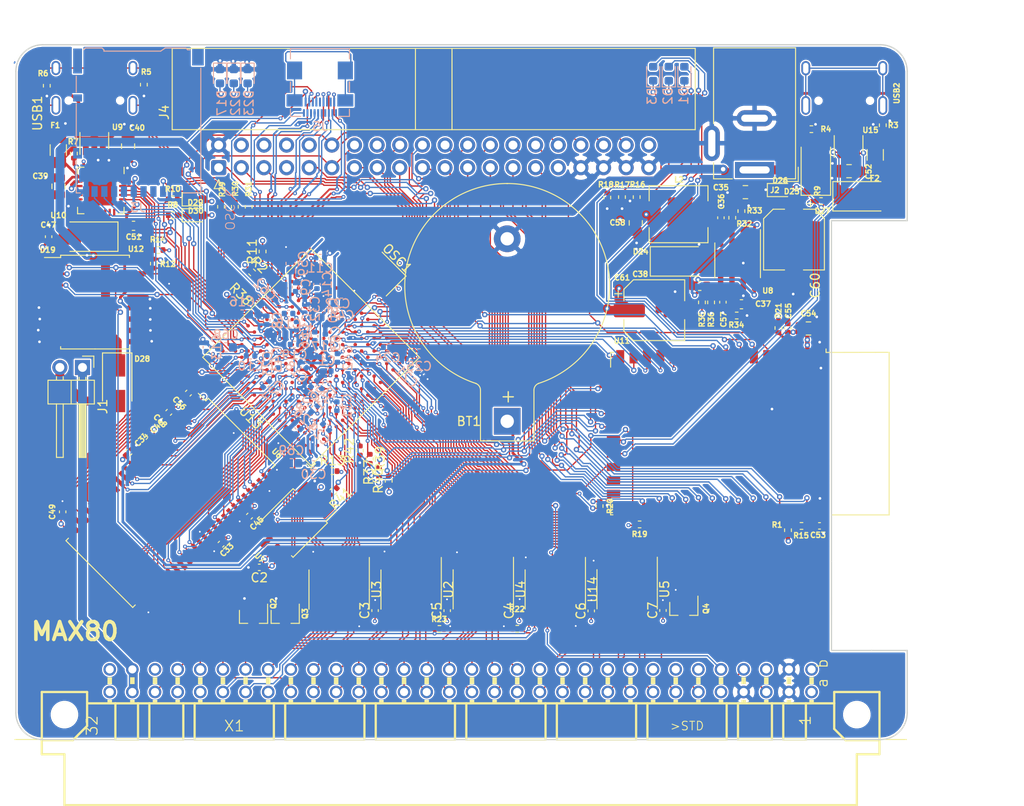
<source format=kicad_pcb>
(kicad_pcb (version 20171130) (host pcbnew 5.1.9-73d0e3b20d~88~ubuntu20.04.1)

  (general
    (thickness 1.6)
    (drawings 16)
    (tracks 4109)
    (zones 0)
    (modules 147)
    (nets 242)
  )

  (page A4)
  (title_block
    (title MAX80)
    (date 2021-01-31)
    (rev 0.01)
    (company "No name")
  )

  (layers
    (0 F.Cu signal)
    (1 In1.Cu power)
    (2 In2.Cu signal)
    (31 B.Cu signal)
    (32 B.Adhes user)
    (33 F.Adhes user)
    (34 B.Paste user)
    (35 F.Paste user)
    (36 B.SilkS user)
    (37 F.SilkS user)
    (38 B.Mask user)
    (39 F.Mask user)
    (40 Dwgs.User user)
    (41 Cmts.User user)
    (42 Eco1.User user)
    (43 Eco2.User user)
    (44 Edge.Cuts user)
    (45 Margin user)
    (46 B.CrtYd user)
    (47 F.CrtYd user)
    (48 B.Fab user)
    (49 F.Fab user)
  )

  (setup
    (last_trace_width 0.15)
    (user_trace_width 0.15)
    (user_trace_width 0.3)
    (user_trace_width 0.5)
    (trace_clearance 0.15)
    (zone_clearance 0.15)
    (zone_45_only no)
    (trace_min 0.15)
    (via_size 0.6)
    (via_drill 0.3)
    (via_min_size 0.45)
    (via_min_drill 0.2)
    (user_via 0.45 0.2)
    (uvia_size 0.3)
    (uvia_drill 0.1)
    (uvias_allowed yes)
    (uvia_min_size 0.2)
    (uvia_min_drill 0.1)
    (edge_width 0.15)
    (segment_width 0.3)
    (pcb_text_width 0.3)
    (pcb_text_size 1.5 1.5)
    (mod_edge_width 0.15)
    (mod_text_size 1 1)
    (mod_text_width 0.15)
    (pad_size 0.46 0.4)
    (pad_drill 0)
    (pad_to_mask_clearance 0)
    (aux_axis_origin 0 0)
    (visible_elements FFFFFF7F)
    (pcbplotparams
      (layerselection 0x010fc_ffffffff)
      (usegerberextensions false)
      (usegerberattributes true)
      (usegerberadvancedattributes true)
      (creategerberjobfile true)
      (excludeedgelayer true)
      (linewidth 0.100000)
      (plotframeref false)
      (viasonmask false)
      (mode 1)
      (useauxorigin false)
      (hpglpennumber 1)
      (hpglpenspeed 20)
      (hpglpendiameter 15.000000)
      (psnegative false)
      (psa4output false)
      (plotreference true)
      (plotvalue true)
      (plotinvisibletext false)
      (padsonsilk false)
      (subtractmaskfromsilk false)
      (outputformat 1)
      (mirror false)
      (drillshape 0)
      (scaleselection 1)
      (outputdirectory "abc80_gerber"))
  )

  (net 0 "")
  (net 1 GND)
  (net 2 +5V)
  (net 3 "Net-(R5-Pad2)")
  (net 4 "Net-(R6-Pad2)")
  (net 5 "Net-(R7-Pad1)")
  (net 6 "Net-(U10-Pad5)")
  (net 7 "Net-(U10-Pad4)")
  (net 8 "Net-(U9-Pad4)")
  (net 9 "Net-(U9-Pad6)")
  (net 10 "Net-(USB1-Pad13)")
  (net 11 "Net-(BT1-Pad1)")
  (net 12 /A4)
  (net 13 /A3)
  (net 14 /A2)
  (net 15 /A1)
  (net 16 /A0)
  (net 17 /IO0)
  (net 18 /IO3)
  (net 19 /IO4)
  (net 20 /IO5)
  (net 21 /IO6)
  (net 22 /IO7)
  (net 23 /A11)
  (net 24 /IO9)
  (net 25 /A8)
  (net 26 /A7)
  (net 27 /A6)
  (net 28 /A5)
  (net 29 /A9)
  (net 30 /A10)
  (net 31 /A12)
  (net 32 /IO8)
  (net 33 /IO10)
  (net 34 /IO11)
  (net 35 /IO12)
  (net 36 /IO13)
  (net 37 /IO14)
  (net 38 /IO15)
  (net 39 /abc80bus/D7)
  (net 40 /abc80bus/D6)
  (net 41 /abc80bus/D5)
  (net 42 /abc80bus/D4)
  (net 43 /abc80bus/D3)
  (net 44 /abc80bus/D2)
  (net 45 /abc80bus/D1)
  (net 46 /abc80bus/D0)
  (net 47 /abc80bus/A8)
  (net 48 /abc80bus/A9)
  (net 49 /abc80bus/A10)
  (net 50 /abc80bus/A11)
  (net 51 /abc80bus/A12)
  (net 52 /abc80bus/A13)
  (net 53 /abc80bus/A14)
  (net 54 /abc80bus/A15)
  (net 55 /abc80bus/A7)
  (net 56 /abc80bus/A6)
  (net 57 /abc80bus/A5)
  (net 58 /abc80bus/A4)
  (net 59 /abc80bus/A3)
  (net 60 /abc80bus/A2)
  (net 61 /abc80bus/A1)
  (net 62 /abc80bus/A0)
  (net 63 /IO1)
  (net 64 /IO2)
  (net 65 /32KHZ)
  (net 66 /RTC_INT)
  (net 67 /abc80bus/ABC5V)
  (net 68 /SD_DAT1)
  (net 69 /SD_DAT3)
  (net 70 /SD_CMD)
  (net 71 /SD_CLK)
  (net 72 /SD_DAT0)
  (net 73 FPGA_TDI)
  (net 74 FPGA_TMS)
  (net 75 FPGA_TDO)
  (net 76 FPGA_TCK)
  (net 77 ABC_CLK_5)
  (net 78 /FPGA_SCL)
  (net 79 /FPGA_SDA)
  (net 80 FPGA_SPI_CLK)
  (net 81 FGPA_SPI_CS_ESP32)
  (net 82 INT_ESP32)
  (net 83 "Net-(C53-Pad1)")
  (net 84 "Net-(F2-Pad2)")
  (net 85 ESP32_TDO)
  (net 86 ESP32_TCK)
  (net 87 ESP32_TMS)
  (net 88 ESP32_IO0)
  (net 89 ESP32_RXD)
  (net 90 ESP32_TXD)
  (net 91 ESP32_EN)
  (net 92 "Net-(R3-Pad2)")
  (net 93 "Net-(R4-Pad2)")
  (net 94 /ESP32/USB_D-)
  (net 95 /ESP32/USB_D+)
  (net 96 ESP32_TDI)
  (net 97 "Net-(U15-Pad6)")
  (net 98 "Net-(U15-Pad4)")
  (net 99 "Net-(USB2-Pad13)")
  (net 100 "Net-(D1-Pad2)")
  (net 101 "Net-(D1-Pad1)")
  (net 102 "Net-(D2-Pad2)")
  (net 103 "Net-(D2-Pad1)")
  (net 104 "Net-(D3-Pad2)")
  (net 105 "Net-(D3-Pad1)")
  (net 106 ESP32_SCL)
  (net 107 ESP32_SDA)
  (net 108 ESP32_CS2)
  (net 109 ESP32_CS0)
  (net 110 ESP32_MISO)
  (net 111 ESP32_SCK)
  (net 112 ESP32_MOSI)
  (net 113 ESP32_CS1)
  (net 114 /FPGA_USB_TXD)
  (net 115 /FPGA_USB_RXD)
  (net 116 /abc80bus/~CS)
  (net 117 /abc80bus/~C4)
  (net 118 /abc80bus/~C3)
  (net 119 /abc80bus/~C2)
  (net 120 /abc80bus/~C1)
  (net 121 /abc80bus/~OUT)
  (net 122 /abc80bus/~RST)
  (net 123 /abc80bus/~XMEMFL)
  (net 124 /abc80bus/~INP)
  (net 125 /abc80bus/~STATUS)
  (net 126 /abc80bus/~XINPSTB)
  (net 127 /abc80bus/~XOUTSTB)
  (net 128 AD0)
  (net 129 AD1)
  (net 130 AD2)
  (net 131 AD3)
  (net 132 AD4)
  (net 133 AD5)
  (net 134 AD6)
  (net 135 AD7)
  (net 136 /abc80bus/~RESIN)
  (net 137 /FPGA_LED1)
  (net 138 /FPGA_LED2)
  (net 139 /FPGA_LED3)
  (net 140 "Net-(D17-Pad2)")
  (net 141 "Net-(D22-Pad2)")
  (net 142 "Net-(D23-Pad2)")
  (net 143 FPGA_GPIO3)
  (net 144 FPGA_GPIO2)
  (net 145 FPGA_GPIO1)
  (net 146 FPGA_GPIO0)
  (net 147 FPGA_GPIO5)
  (net 148 FPGA_GPIO4)
  (net 149 "Net-(C36-Pad1)")
  (net 150 "Net-(C37-Pad2)")
  (net 151 "Net-(C37-Pad1)")
  (net 152 "Net-(C38-Pad2)")
  (net 153 "Net-(R32-Pad2)")
  (net 154 "Net-(R35-Pad2)")
  (net 155 "Net-(C38-Pad1)")
  (net 156 /abc80bus/READY)
  (net 157 /abc80bus/~NMI)
  (net 158 ~FPGA_READY)
  (net 159 FPGA_NMI)
  (net 160 "Net-(D26-Pad2)")
  (net 161 FPGA_RESIN)
  (net 162 /DQMH)
  (net 163 /CLK)
  (net 164 /CKE)
  (net 165 /BA1)
  (net 166 /BA0)
  (net 167 /DQML)
  (net 168 "Net-(D28-Pad2)")
  (net 169 "Net-(D25-Pad2)")
  (net 170 "Net-(F1-Pad2)")
  (net 171 /FPGA_USB_RTS)
  (net 172 /FPGA_USB_CTS)
  (net 173 /FPGA_USB_DTR)
  (net 174 "Net-(C39-Pad1)")
  (net 175 "Net-(C52-Pad1)")
  (net 176 /WE#)
  (net 177 /CAS#)
  (net 178 /RAS#)
  (net 179 /CS#)
  (net 180 "Net-(D29-Pad1)")
  (net 181 "Net-(D30-Pad1)")
  (net 182 +3V3)
  (net 183 +2V5)
  (net 184 +1V2)
  (net 185 "Net-(R13-Pad1)")
  (net 186 "Net-(R37-Pad2)")
  (net 187 "Net-(R38-Pad2)")
  (net 188 "Net-(R41-Pad2)")
  (net 189 DATA0)
  (net 190 ~CS_ABC_3V3)
  (net 191 ~OUT_ABC_3V3)
  (net 192 AD8)
  (net 193 ~C1_ABC_3V3)
  (net 194 AD9)
  (net 195 ~C2_ABC_3V3)
  (net 196 AD10)
  (net 197 ~C3_ABC_3V3)
  (net 198 ~C4_ABC_3V3)
  (net 199 AD11)
  (net 200 AD12)
  (net 201 AD13)
  (net 202 AD14)
  (net 203 AD15)
  (net 204 DLCK)
  (net 205 ASD0)
  (net 206 nCE0)
  (net 207 ~INP_ABC_3V3)
  (net 208 ~STATUS_ABC_3V3)
  (net 209 DD0)
  (net 210 DD1)
  (net 211 DD2)
  (net 212 DD3)
  (net 213 DD4)
  (net 214 DD5)
  (net 215 DD6)
  (net 216 DD7)
  (net 217 DD8)
  (net 218 ~XOUTSTB_ABC_3V3)
  (net 219 ~RST_ABC_3V3)
  (net 220 ~XIN_ABC_3V3)
  (net 221 ~XOUT_ABC_3V3)
  (net 222 ~XMEMFL_ABC_3V3)
  (net 223 ~XINPSTB_ABC_3V3)
  (net 224 ABC_CLK_3V3)
  (net 225 DD9)
  (net 226 FPGA_SPI_MOSI)
  (net 227 FPGA_SPI_MISO)
  (net 228 /SD_DAT2)
  (net 229 CLK0n)
  (net 230 "Net-(J5-PadSH)")
  (net 231 HDMI_CK-)
  (net 232 HDMI_D0+)
  (net 233 HDMI_D1-)
  (net 234 HDMI_D2+)
  (net 235 HDMI_CK+)
  (net 236 HDMI_D0-)
  (net 237 HDMI_D1+)
  (net 238 HDMI_D2-)
  (net 239 HDMI_SDA)
  (net 240 HDMI_HPD)
  (net 241 HDMI_SCL)

  (net_class Default "This is the default net class."
    (clearance 0.15)
    (trace_width 0.15)
    (via_dia 0.6)
    (via_drill 0.3)
    (uvia_dia 0.3)
    (uvia_drill 0.1)
    (add_net +1V2)
    (add_net +2V5)
    (add_net +3V3)
    (add_net +5V)
    (add_net /32KHZ)
    (add_net /A0)
    (add_net /A1)
    (add_net /A10)
    (add_net /A11)
    (add_net /A12)
    (add_net /A2)
    (add_net /A3)
    (add_net /A4)
    (add_net /A5)
    (add_net /A6)
    (add_net /A7)
    (add_net /A8)
    (add_net /A9)
    (add_net /BA0)
    (add_net /BA1)
    (add_net /CAS#)
    (add_net /CKE)
    (add_net /CLK)
    (add_net /CS#)
    (add_net /DQMH)
    (add_net /DQML)
    (add_net /ESP32/USB_D+)
    (add_net /ESP32/USB_D-)
    (add_net /FPGA_LED1)
    (add_net /FPGA_LED2)
    (add_net /FPGA_LED3)
    (add_net /FPGA_SCL)
    (add_net /FPGA_SDA)
    (add_net /FPGA_USB_CTS)
    (add_net /FPGA_USB_DTR)
    (add_net /FPGA_USB_RTS)
    (add_net /FPGA_USB_RXD)
    (add_net /FPGA_USB_TXD)
    (add_net /IO0)
    (add_net /IO1)
    (add_net /IO10)
    (add_net /IO11)
    (add_net /IO12)
    (add_net /IO13)
    (add_net /IO14)
    (add_net /IO15)
    (add_net /IO2)
    (add_net /IO3)
    (add_net /IO4)
    (add_net /IO5)
    (add_net /IO6)
    (add_net /IO7)
    (add_net /IO8)
    (add_net /IO9)
    (add_net /RAS#)
    (add_net /RTC_INT)
    (add_net /SD_CLK)
    (add_net /SD_CMD)
    (add_net /SD_DAT0)
    (add_net /SD_DAT1)
    (add_net /SD_DAT2)
    (add_net /SD_DAT3)
    (add_net /WE#)
    (add_net /abc80bus/A0)
    (add_net /abc80bus/A1)
    (add_net /abc80bus/A10)
    (add_net /abc80bus/A11)
    (add_net /abc80bus/A12)
    (add_net /abc80bus/A13)
    (add_net /abc80bus/A14)
    (add_net /abc80bus/A15)
    (add_net /abc80bus/A2)
    (add_net /abc80bus/A3)
    (add_net /abc80bus/A4)
    (add_net /abc80bus/A5)
    (add_net /abc80bus/A6)
    (add_net /abc80bus/A7)
    (add_net /abc80bus/A8)
    (add_net /abc80bus/A9)
    (add_net /abc80bus/ABC5V)
    (add_net /abc80bus/D0)
    (add_net /abc80bus/D1)
    (add_net /abc80bus/D2)
    (add_net /abc80bus/D3)
    (add_net /abc80bus/D4)
    (add_net /abc80bus/D5)
    (add_net /abc80bus/D6)
    (add_net /abc80bus/D7)
    (add_net /abc80bus/READY)
    (add_net /abc80bus/~C1)
    (add_net /abc80bus/~C2)
    (add_net /abc80bus/~C3)
    (add_net /abc80bus/~C4)
    (add_net /abc80bus/~CS)
    (add_net /abc80bus/~INP)
    (add_net /abc80bus/~NMI)
    (add_net /abc80bus/~OUT)
    (add_net /abc80bus/~RESIN)
    (add_net /abc80bus/~RST)
    (add_net /abc80bus/~STATUS)
    (add_net /abc80bus/~XINPSTB)
    (add_net /abc80bus/~XMEMFL)
    (add_net /abc80bus/~XOUTSTB)
    (add_net ABC_CLK_3V3)
    (add_net ABC_CLK_5)
    (add_net AD0)
    (add_net AD1)
    (add_net AD10)
    (add_net AD11)
    (add_net AD12)
    (add_net AD13)
    (add_net AD14)
    (add_net AD15)
    (add_net AD2)
    (add_net AD3)
    (add_net AD4)
    (add_net AD5)
    (add_net AD6)
    (add_net AD7)
    (add_net AD8)
    (add_net AD9)
    (add_net ASD0)
    (add_net CLK0n)
    (add_net DATA0)
    (add_net DD0)
    (add_net DD1)
    (add_net DD2)
    (add_net DD3)
    (add_net DD4)
    (add_net DD5)
    (add_net DD6)
    (add_net DD7)
    (add_net DD8)
    (add_net DD9)
    (add_net DLCK)
    (add_net ESP32_CS0)
    (add_net ESP32_CS1)
    (add_net ESP32_CS2)
    (add_net ESP32_EN)
    (add_net ESP32_IO0)
    (add_net ESP32_MISO)
    (add_net ESP32_MOSI)
    (add_net ESP32_RXD)
    (add_net ESP32_SCK)
    (add_net ESP32_SCL)
    (add_net ESP32_SDA)
    (add_net ESP32_TCK)
    (add_net ESP32_TDI)
    (add_net ESP32_TDO)
    (add_net ESP32_TMS)
    (add_net ESP32_TXD)
    (add_net FGPA_SPI_CS_ESP32)
    (add_net FPGA_GPIO0)
    (add_net FPGA_GPIO1)
    (add_net FPGA_GPIO2)
    (add_net FPGA_GPIO3)
    (add_net FPGA_GPIO4)
    (add_net FPGA_GPIO5)
    (add_net FPGA_NMI)
    (add_net FPGA_RESIN)
    (add_net FPGA_SPI_CLK)
    (add_net FPGA_SPI_MISO)
    (add_net FPGA_SPI_MOSI)
    (add_net FPGA_TCK)
    (add_net FPGA_TDI)
    (add_net FPGA_TDO)
    (add_net FPGA_TMS)
    (add_net GND)
    (add_net HDMI_CK+)
    (add_net HDMI_CK-)
    (add_net HDMI_D0+)
    (add_net HDMI_D0-)
    (add_net HDMI_D1+)
    (add_net HDMI_D1-)
    (add_net HDMI_D2+)
    (add_net HDMI_D2-)
    (add_net HDMI_HPD)
    (add_net HDMI_SCL)
    (add_net HDMI_SDA)
    (add_net INT_ESP32)
    (add_net "Net-(BT1-Pad1)")
    (add_net "Net-(C36-Pad1)")
    (add_net "Net-(C37-Pad1)")
    (add_net "Net-(C37-Pad2)")
    (add_net "Net-(C38-Pad1)")
    (add_net "Net-(C38-Pad2)")
    (add_net "Net-(C39-Pad1)")
    (add_net "Net-(C52-Pad1)")
    (add_net "Net-(C53-Pad1)")
    (add_net "Net-(D1-Pad1)")
    (add_net "Net-(D1-Pad2)")
    (add_net "Net-(D17-Pad2)")
    (add_net "Net-(D2-Pad1)")
    (add_net "Net-(D2-Pad2)")
    (add_net "Net-(D22-Pad2)")
    (add_net "Net-(D23-Pad2)")
    (add_net "Net-(D25-Pad2)")
    (add_net "Net-(D26-Pad2)")
    (add_net "Net-(D28-Pad2)")
    (add_net "Net-(D29-Pad1)")
    (add_net "Net-(D3-Pad1)")
    (add_net "Net-(D3-Pad2)")
    (add_net "Net-(D30-Pad1)")
    (add_net "Net-(F1-Pad2)")
    (add_net "Net-(F2-Pad2)")
    (add_net "Net-(J5-PadSH)")
    (add_net "Net-(R13-Pad1)")
    (add_net "Net-(R3-Pad2)")
    (add_net "Net-(R32-Pad2)")
    (add_net "Net-(R35-Pad2)")
    (add_net "Net-(R37-Pad2)")
    (add_net "Net-(R38-Pad2)")
    (add_net "Net-(R4-Pad2)")
    (add_net "Net-(R41-Pad2)")
    (add_net "Net-(R5-Pad2)")
    (add_net "Net-(R6-Pad2)")
    (add_net "Net-(R7-Pad1)")
    (add_net "Net-(U10-Pad4)")
    (add_net "Net-(U10-Pad5)")
    (add_net "Net-(U15-Pad4)")
    (add_net "Net-(U15-Pad6)")
    (add_net "Net-(U9-Pad4)")
    (add_net "Net-(U9-Pad6)")
    (add_net "Net-(USB1-Pad13)")
    (add_net "Net-(USB2-Pad13)")
    (add_net nCE0)
    (add_net ~C1_ABC_3V3)
    (add_net ~C2_ABC_3V3)
    (add_net ~C3_ABC_3V3)
    (add_net ~C4_ABC_3V3)
    (add_net ~CS_ABC_3V3)
    (add_net ~FPGA_READY)
    (add_net ~INP_ABC_3V3)
    (add_net ~OUT_ABC_3V3)
    (add_net ~RST_ABC_3V3)
    (add_net ~STATUS_ABC_3V3)
    (add_net ~XINPSTB_ABC_3V3)
    (add_net ~XIN_ABC_3V3)
    (add_net ~XMEMFL_ABC_3V3)
    (add_net ~XOUTSTB_ABC_3V3)
    (add_net ~XOUT_ABC_3V3)
  )

  (module max80:Oscillator_SMD_Abracon_ASE-4Pin_3.2x2.5mm (layer F.Cu) (tedit 601D35AB) (tstamp 6025F54E)
    (at 93.820901 126.744175 135)
    (descr "Miniature Crystal Clock Oscillator Abracon ASE series, http://www.abracon.com/Oscillators/ASEseries.pdf, 3.2x2.5mm^2 package")
    (tags "SMD SMT crystal oscillator")
    (path /57BABF34)
    (attr smd)
    (fp_text reference OSC1 (at 0.201738 2.292794 315) (layer F.SilkS)
      (effects (font (size 1 1) (thickness 0.15)))
    )
    (fp_text value "EPSON Q33310 48 MHz" (at 0 2.450001 315) (layer F.Fab)
      (effects (font (size 1 1) (thickness 0.15)))
    )
    (fp_line (start -1.5 -1.25) (end 1.5 -1.25) (layer F.Fab) (width 0.1))
    (fp_line (start 1.5 -1.25) (end 1.6 -1.15) (layer F.Fab) (width 0.1))
    (fp_line (start 1.6 -1.15) (end 1.6 1.15) (layer F.Fab) (width 0.1))
    (fp_line (start 1.6 1.15) (end 1.5 1.25) (layer F.Fab) (width 0.1))
    (fp_line (start 1.5 1.25) (end -1.5 1.25) (layer F.Fab) (width 0.1))
    (fp_line (start -1.5 1.25) (end -1.6 1.15) (layer F.Fab) (width 0.1))
    (fp_line (start -1.6 1.15) (end -1.6 -1.15) (layer F.Fab) (width 0.1))
    (fp_line (start -1.6 -1.15) (end -1.5 -1.25) (layer F.Fab) (width 0.1))
    (fp_line (start -1.6 0.25) (end -0.6 1.25) (layer F.Fab) (width 0.1))
    (fp_line (start -1.9 -1.575) (end -1.9 1.575) (layer F.SilkS) (width 0.12))
    (fp_line (start -1.9 1.575) (end 1.9 1.575) (layer F.SilkS) (width 0.12))
    (fp_line (start -2 -1.7) (end -2 1.7) (layer F.CrtYd) (width 0.05))
    (fp_line (start -2 1.7) (end 2 1.7) (layer F.CrtYd) (width 0.05))
    (fp_line (start 2 1.7) (end 2 -1.7) (layer F.CrtYd) (width 0.05))
    (fp_line (start 2 -1.7) (end -2 -1.7) (layer F.CrtYd) (width 0.05))
    (fp_circle (center 0 0) (end 0.25 0) (layer F.Adhes) (width 0.1))
    (fp_circle (center 0 0) (end 0.208333 0) (layer F.Adhes) (width 0.083333))
    (fp_circle (center 0 0) (end 0.133333 0) (layer F.Adhes) (width 0.083333))
    (fp_circle (center 0 0) (end 0.058333 0) (layer F.Adhes) (width 0.116667))
    (fp_text user %R (at 0 0 315) (layer F.Fab)
      (effects (font (size 0.7 0.7) (thickness 0.105)))
    )
    (pad 4 smd rect (at -1.05 -0.825 135) (size 1.3 1.1) (layers F.Cu F.Paste F.Mask)
      (net 182 +3V3))
    (pad 3 smd rect (at 1.05 -0.825 135) (size 1.3 1.1) (layers F.Cu F.Paste F.Mask)
      (net 229 CLK0n))
    (pad 2 smd rect (at 1.05 0.825 135) (size 1.3 1.1) (layers F.Cu F.Paste F.Mask)
      (net 1 GND))
    (pad 1 smd rect (at -1.05 0.825 135) (size 1.3 1.1) (layers F.Cu F.Paste F.Mask)
      (net 182 +3V3))
    (model ${KISYS3DMOD}/Oscillator.3dshapes/Oscillator_SMD_Abracon_ASE-4Pin_3.2x2.5mm.wrl
      (at (xyz 0 0 0))
      (scale (xyz 1 1 1))
      (rotate (xyz 0 0 0))
    )
    (model "3d-models/3225 SMD Crystal Oscillator.STEP"
      (at (xyz 0 0 0))
      (scale (xyz 1 1 1))
      (rotate (xyz 90 180 180))
    )
  )

  (module Capacitor_SMD:C_0603_1608Metric (layer B.Cu) (tedit 5F68FEEE) (tstamp 6085A76A)
    (at 83.41 147.98 180)
    (descr "Capacitor SMD 0603 (1608 Metric), square (rectangular) end terminal, IPC_7351 nominal, (Body size source: IPC-SM-782 page 76, https://www.pcb-3d.com/wordpress/wp-content/uploads/ipc-sm-782a_amendment_1_and_2.pdf), generated with kicad-footprint-generator")
    (tags capacitor)
    (path /604B2191/65ECB149)
    (zone_connect 2)
    (attr smd)
    (fp_text reference C69 (at 0 1.43 180) (layer B.SilkS)
      (effects (font (size 1 1) (thickness 0.15)) (justify mirror))
    )
    (fp_text value 47uF (at 0 -1.43 180) (layer B.Fab)
      (effects (font (size 1 1) (thickness 0.15)) (justify mirror))
    )
    (fp_text user %R (at 0 0 180) (layer B.Fab)
      (effects (font (size 0.4 0.4) (thickness 0.06)) (justify mirror))
    )
    (fp_line (start -0.8 -0.4) (end -0.8 0.4) (layer B.Fab) (width 0.1))
    (fp_line (start -0.8 0.4) (end 0.8 0.4) (layer B.Fab) (width 0.1))
    (fp_line (start 0.8 0.4) (end 0.8 -0.4) (layer B.Fab) (width 0.1))
    (fp_line (start 0.8 -0.4) (end -0.8 -0.4) (layer B.Fab) (width 0.1))
    (fp_line (start -0.14058 0.51) (end 0.14058 0.51) (layer B.SilkS) (width 0.12))
    (fp_line (start -0.14058 -0.51) (end 0.14058 -0.51) (layer B.SilkS) (width 0.12))
    (fp_line (start -1.48 -0.73) (end -1.48 0.73) (layer B.CrtYd) (width 0.05))
    (fp_line (start -1.48 0.73) (end 1.48 0.73) (layer B.CrtYd) (width 0.05))
    (fp_line (start 1.48 0.73) (end 1.48 -0.73) (layer B.CrtYd) (width 0.05))
    (fp_line (start 1.48 -0.73) (end -1.48 -0.73) (layer B.CrtYd) (width 0.05))
    (pad 2 smd roundrect (at 0.775 0 180) (size 0.9 0.95) (layers B.Cu B.Paste B.Mask) (roundrect_rratio 0.25)
      (net 1 GND) (zone_connect 2))
    (pad 1 smd roundrect (at -0.775 0 180) (size 0.9 0.95) (layers B.Cu B.Paste B.Mask) (roundrect_rratio 0.25)
      (net 182 +3V3) (zone_connect 2))
    (model ${KISYS3DMOD}/Capacitor_SMD.3dshapes/C_0603_1608Metric.wrl
      (at (xyz 0 0 0))
      (scale (xyz 1 1 1))
      (rotate (xyz 0 0 0))
    )
  )

  (module Capacitor_SMD:C_0603_1608Metric (layer B.Cu) (tedit 5F68FEEE) (tstamp 6085A759)
    (at 76.07 134.97 180)
    (descr "Capacitor SMD 0603 (1608 Metric), square (rectangular) end terminal, IPC_7351 nominal, (Body size source: IPC-SM-782 page 76, https://www.pcb-3d.com/wordpress/wp-content/uploads/ipc-sm-782a_amendment_1_and_2.pdf), generated with kicad-footprint-generator")
    (tags capacitor)
    (path /604B2191/65ECB13E)
    (attr smd)
    (fp_text reference C68 (at 0 1.43) (layer B.SilkS)
      (effects (font (size 1 1) (thickness 0.15)) (justify mirror))
    )
    (fp_text value 47uF (at 0 -1.43) (layer B.Fab)
      (effects (font (size 1 1) (thickness 0.15)) (justify mirror))
    )
    (fp_text user %R (at 0 0) (layer B.Fab)
      (effects (font (size 0.4 0.4) (thickness 0.06)) (justify mirror))
    )
    (fp_line (start -0.8 -0.4) (end -0.8 0.4) (layer B.Fab) (width 0.1))
    (fp_line (start -0.8 0.4) (end 0.8 0.4) (layer B.Fab) (width 0.1))
    (fp_line (start 0.8 0.4) (end 0.8 -0.4) (layer B.Fab) (width 0.1))
    (fp_line (start 0.8 -0.4) (end -0.8 -0.4) (layer B.Fab) (width 0.1))
    (fp_line (start -0.14058 0.51) (end 0.14058 0.51) (layer B.SilkS) (width 0.12))
    (fp_line (start -0.14058 -0.51) (end 0.14058 -0.51) (layer B.SilkS) (width 0.12))
    (fp_line (start -1.48 -0.73) (end -1.48 0.73) (layer B.CrtYd) (width 0.05))
    (fp_line (start -1.48 0.73) (end 1.48 0.73) (layer B.CrtYd) (width 0.05))
    (fp_line (start 1.48 0.73) (end 1.48 -0.73) (layer B.CrtYd) (width 0.05))
    (fp_line (start 1.48 -0.73) (end -1.48 -0.73) (layer B.CrtYd) (width 0.05))
    (pad 2 smd roundrect (at 0.775 0 180) (size 0.9 0.95) (layers B.Cu B.Paste B.Mask) (roundrect_rratio 0.25)
      (net 1 GND))
    (pad 1 smd roundrect (at -0.775 0 180) (size 0.9 0.95) (layers B.Cu B.Paste B.Mask) (roundrect_rratio 0.25)
      (net 182 +3V3))
    (model ${KISYS3DMOD}/Capacitor_SMD.3dshapes/C_0603_1608Metric.wrl
      (at (xyz 0 0 0))
      (scale (xyz 1 1 1))
      (rotate (xyz 0 0 0))
    )
  )

  (module Capacitor_SMD:C_0603_1608Metric (layer B.Cu) (tedit 5F68FEEE) (tstamp 60801197)
    (at 79.42 129.51 135)
    (descr "Capacitor SMD 0603 (1608 Metric), square (rectangular) end terminal, IPC_7351 nominal, (Body size source: IPC-SM-782 page 76, https://www.pcb-3d.com/wordpress/wp-content/uploads/ipc-sm-782a_amendment_1_and_2.pdf), generated with kicad-footprint-generator")
    (tags capacitor)
    (path /604B2191/65C73D10)
    (zone_connect 2)
    (attr smd)
    (fp_text reference C62 (at 0 1.43 315) (layer B.SilkS)
      (effects (font (size 1 1) (thickness 0.15)) (justify mirror))
    )
    (fp_text value 47uF (at 0 -1.43 315) (layer B.Fab)
      (effects (font (size 1 1) (thickness 0.15)) (justify mirror))
    )
    (fp_text user %R (at 0 0 315) (layer B.Fab)
      (effects (font (size 0.4 0.4) (thickness 0.06)) (justify mirror))
    )
    (fp_line (start -0.8 -0.4) (end -0.8 0.4) (layer B.Fab) (width 0.1))
    (fp_line (start -0.8 0.4) (end 0.8 0.4) (layer B.Fab) (width 0.1))
    (fp_line (start 0.8 0.4) (end 0.8 -0.4) (layer B.Fab) (width 0.1))
    (fp_line (start 0.8 -0.4) (end -0.8 -0.4) (layer B.Fab) (width 0.1))
    (fp_line (start -0.14058 0.51) (end 0.14058 0.51) (layer B.SilkS) (width 0.12))
    (fp_line (start -0.14058 -0.51) (end 0.14058 -0.51) (layer B.SilkS) (width 0.12))
    (fp_line (start -1.48 -0.73) (end -1.48 0.73) (layer B.CrtYd) (width 0.05))
    (fp_line (start -1.48 0.73) (end 1.48 0.73) (layer B.CrtYd) (width 0.05))
    (fp_line (start 1.48 0.73) (end 1.48 -0.73) (layer B.CrtYd) (width 0.05))
    (fp_line (start 1.48 -0.73) (end -1.48 -0.73) (layer B.CrtYd) (width 0.05))
    (pad 2 smd roundrect (at 0.775 0 135) (size 0.9 0.95) (layers B.Cu B.Paste B.Mask) (roundrect_rratio 0.25)
      (net 1 GND) (zone_connect 2))
    (pad 1 smd roundrect (at -0.775 0 135) (size 0.9 0.95) (layers B.Cu B.Paste B.Mask) (roundrect_rratio 0.25)
      (net 184 +1V2) (zone_connect 2))
    (model ${KISYS3DMOD}/Capacitor_SMD.3dshapes/C_0603_1608Metric.wrl
      (at (xyz 0 0 0))
      (scale (xyz 1 1 1))
      (rotate (xyz 0 0 0))
    )
  )

  (module Capacitor_SMD:C_0603_1608Metric (layer B.Cu) (tedit 5F68FEEE) (tstamp 608635C9)
    (at 83.32 125.56 90)
    (descr "Capacitor SMD 0603 (1608 Metric), square (rectangular) end terminal, IPC_7351 nominal, (Body size source: IPC-SM-782 page 76, https://www.pcb-3d.com/wordpress/wp-content/uploads/ipc-sm-782a_amendment_1_and_2.pdf), generated with kicad-footprint-generator")
    (tags capacitor)
    (path /604B2191/65C7321F)
    (zone_connect 2)
    (attr smd)
    (fp_text reference C59 (at 0 1.43 270) (layer B.SilkS)
      (effects (font (size 1 1) (thickness 0.15)) (justify mirror))
    )
    (fp_text value 47uF (at 0 -1.43 270) (layer B.Fab)
      (effects (font (size 1 1) (thickness 0.15)) (justify mirror))
    )
    (fp_text user %R (at 0 0 270) (layer B.Fab)
      (effects (font (size 0.4 0.4) (thickness 0.06)) (justify mirror))
    )
    (fp_line (start -0.8 -0.4) (end -0.8 0.4) (layer B.Fab) (width 0.1))
    (fp_line (start -0.8 0.4) (end 0.8 0.4) (layer B.Fab) (width 0.1))
    (fp_line (start 0.8 0.4) (end 0.8 -0.4) (layer B.Fab) (width 0.1))
    (fp_line (start 0.8 -0.4) (end -0.8 -0.4) (layer B.Fab) (width 0.1))
    (fp_line (start -0.14058 0.51) (end 0.14058 0.51) (layer B.SilkS) (width 0.12))
    (fp_line (start -0.14058 -0.51) (end 0.14058 -0.51) (layer B.SilkS) (width 0.12))
    (fp_line (start -1.48 -0.73) (end -1.48 0.73) (layer B.CrtYd) (width 0.05))
    (fp_line (start -1.48 0.73) (end 1.48 0.73) (layer B.CrtYd) (width 0.05))
    (fp_line (start 1.48 0.73) (end 1.48 -0.73) (layer B.CrtYd) (width 0.05))
    (fp_line (start 1.48 -0.73) (end -1.48 -0.73) (layer B.CrtYd) (width 0.05))
    (pad 2 smd roundrect (at 0.775 0 90) (size 0.9 0.95) (layers B.Cu B.Paste B.Mask) (roundrect_rratio 0.25)
      (net 1 GND) (zone_connect 2))
    (pad 1 smd roundrect (at -0.775 0 90) (size 0.9 0.95) (layers B.Cu B.Paste B.Mask) (roundrect_rratio 0.25)
      (net 183 +2V5) (zone_connect 2))
    (model ${KISYS3DMOD}/Capacitor_SMD.3dshapes/C_0603_1608Metric.wrl
      (at (xyz 0 0 0))
      (scale (xyz 1 1 1))
      (rotate (xyz 0 0 0))
    )
  )

  (module Capacitor_SMD:C_0603_1608Metric (layer B.Cu) (tedit 5F68FEEE) (tstamp 60800FD9)
    (at 86.66 130.83 90)
    (descr "Capacitor SMD 0603 (1608 Metric), square (rectangular) end terminal, IPC_7351 nominal, (Body size source: IPC-SM-782 page 76, https://www.pcb-3d.com/wordpress/wp-content/uploads/ipc-sm-782a_amendment_1_and_2.pdf), generated with kicad-footprint-generator")
    (tags capacitor)
    (path /604B2191/65C7267E)
    (zone_connect 2)
    (attr smd)
    (fp_text reference C50 (at 0 1.43 270) (layer B.SilkS)
      (effects (font (size 1 1) (thickness 0.15)) (justify mirror))
    )
    (fp_text value 47uF (at 0 -1.43 270) (layer B.Fab)
      (effects (font (size 1 1) (thickness 0.15)) (justify mirror))
    )
    (fp_text user %R (at 0 0 180) (layer B.Fab)
      (effects (font (size 0.4 0.4) (thickness 0.06)) (justify mirror))
    )
    (fp_line (start -0.8 -0.4) (end -0.8 0.4) (layer B.Fab) (width 0.1))
    (fp_line (start -0.8 0.4) (end 0.8 0.4) (layer B.Fab) (width 0.1))
    (fp_line (start 0.8 0.4) (end 0.8 -0.4) (layer B.Fab) (width 0.1))
    (fp_line (start 0.8 -0.4) (end -0.8 -0.4) (layer B.Fab) (width 0.1))
    (fp_line (start -0.14058 0.51) (end 0.14058 0.51) (layer B.SilkS) (width 0.12))
    (fp_line (start -0.14058 -0.51) (end 0.14058 -0.51) (layer B.SilkS) (width 0.12))
    (fp_line (start -1.48 -0.73) (end -1.48 0.73) (layer B.CrtYd) (width 0.05))
    (fp_line (start -1.48 0.73) (end 1.48 0.73) (layer B.CrtYd) (width 0.05))
    (fp_line (start 1.48 0.73) (end 1.48 -0.73) (layer B.CrtYd) (width 0.05))
    (fp_line (start 1.48 -0.73) (end -1.48 -0.73) (layer B.CrtYd) (width 0.05))
    (pad 2 smd roundrect (at 0.775 0 90) (size 0.9 0.95) (layers B.Cu B.Paste B.Mask) (roundrect_rratio 0.25)
      (net 1 GND) (zone_connect 2))
    (pad 1 smd roundrect (at -0.775 0 90) (size 0.9 0.95) (layers B.Cu B.Paste B.Mask) (roundrect_rratio 0.25)
      (net 184 +1V2) (zone_connect 2))
    (model ${KISYS3DMOD}/Capacitor_SMD.3dshapes/C_0603_1608Metric.wrl
      (at (xyz 0 0 0))
      (scale (xyz 1 1 1))
      (rotate (xyz 0 0 0))
    )
  )

  (module Capacitor_SMD:C_0603_1608Metric (layer B.Cu) (tedit 5F68FEEE) (tstamp 60800F28)
    (at 89.03 129.96)
    (descr "Capacitor SMD 0603 (1608 Metric), square (rectangular) end terminal, IPC_7351 nominal, (Body size source: IPC-SM-782 page 76, https://www.pcb-3d.com/wordpress/wp-content/uploads/ipc-sm-782a_amendment_1_and_2.pdf), generated with kicad-footprint-generator")
    (tags capacitor)
    (path /604B2191/65C6F7D3)
    (zone_connect 2)
    (attr smd)
    (fp_text reference C44 (at 0 1.43) (layer B.SilkS)
      (effects (font (size 1 1) (thickness 0.15)) (justify mirror))
    )
    (fp_text value 47uF (at 0 -1.43) (layer B.Fab)
      (effects (font (size 1 1) (thickness 0.15)) (justify mirror))
    )
    (fp_text user %R (at 0 0) (layer B.Fab)
      (effects (font (size 0.4 0.4) (thickness 0.06)) (justify mirror))
    )
    (fp_line (start -0.8 -0.4) (end -0.8 0.4) (layer B.Fab) (width 0.1))
    (fp_line (start -0.8 0.4) (end 0.8 0.4) (layer B.Fab) (width 0.1))
    (fp_line (start 0.8 0.4) (end 0.8 -0.4) (layer B.Fab) (width 0.1))
    (fp_line (start 0.8 -0.4) (end -0.8 -0.4) (layer B.Fab) (width 0.1))
    (fp_line (start -0.14058 0.51) (end 0.14058 0.51) (layer B.SilkS) (width 0.12))
    (fp_line (start -0.14058 -0.51) (end 0.14058 -0.51) (layer B.SilkS) (width 0.12))
    (fp_line (start -1.48 -0.73) (end -1.48 0.73) (layer B.CrtYd) (width 0.05))
    (fp_line (start -1.48 0.73) (end 1.48 0.73) (layer B.CrtYd) (width 0.05))
    (fp_line (start 1.48 0.73) (end 1.48 -0.73) (layer B.CrtYd) (width 0.05))
    (fp_line (start 1.48 -0.73) (end -1.48 -0.73) (layer B.CrtYd) (width 0.05))
    (pad 2 smd roundrect (at 0.775 0) (size 0.9 0.95) (layers B.Cu B.Paste B.Mask) (roundrect_rratio 0.25)
      (net 1 GND) (zone_connect 2))
    (pad 1 smd roundrect (at -0.775 0) (size 0.9 0.95) (layers B.Cu B.Paste B.Mask) (roundrect_rratio 0.25)
      (net 184 +1V2) (zone_connect 2))
    (model ${KISYS3DMOD}/Capacitor_SMD.3dshapes/C_0603_1608Metric.wrl
      (at (xyz 0 0 0))
      (scale (xyz 1 1 1))
      (rotate (xyz 0 0 0))
    )
  )

  (module Capacitor_SMD:C_0603_1608Metric (layer B.Cu) (tedit 5F68FEEE) (tstamp 6085A1EC)
    (at 97.73 135.66)
    (descr "Capacitor SMD 0603 (1608 Metric), square (rectangular) end terminal, IPC_7351 nominal, (Body size source: IPC-SM-782 page 76, https://www.pcb-3d.com/wordpress/wp-content/uploads/ipc-sm-782a_amendment_1_and_2.pdf), generated with kicad-footprint-generator")
    (tags capacitor)
    (path /604B2191/65ECB133)
    (zone_connect 2)
    (attr smd)
    (fp_text reference C25 (at 0 1.43) (layer B.SilkS)
      (effects (font (size 1 1) (thickness 0.15)) (justify mirror))
    )
    (fp_text value 47uF (at 0 -1.43) (layer B.Fab)
      (effects (font (size 1 1) (thickness 0.15)) (justify mirror))
    )
    (fp_text user %R (at 0 0) (layer B.Fab)
      (effects (font (size 0.4 0.4) (thickness 0.06)) (justify mirror))
    )
    (fp_line (start -0.8 -0.4) (end -0.8 0.4) (layer B.Fab) (width 0.1))
    (fp_line (start -0.8 0.4) (end 0.8 0.4) (layer B.Fab) (width 0.1))
    (fp_line (start 0.8 0.4) (end 0.8 -0.4) (layer B.Fab) (width 0.1))
    (fp_line (start 0.8 -0.4) (end -0.8 -0.4) (layer B.Fab) (width 0.1))
    (fp_line (start -0.14058 0.51) (end 0.14058 0.51) (layer B.SilkS) (width 0.12))
    (fp_line (start -0.14058 -0.51) (end 0.14058 -0.51) (layer B.SilkS) (width 0.12))
    (fp_line (start -1.48 -0.73) (end -1.48 0.73) (layer B.CrtYd) (width 0.05))
    (fp_line (start -1.48 0.73) (end 1.48 0.73) (layer B.CrtYd) (width 0.05))
    (fp_line (start 1.48 0.73) (end 1.48 -0.73) (layer B.CrtYd) (width 0.05))
    (fp_line (start 1.48 -0.73) (end -1.48 -0.73) (layer B.CrtYd) (width 0.05))
    (pad 2 smd roundrect (at 0.775 0) (size 0.9 0.95) (layers B.Cu B.Paste B.Mask) (roundrect_rratio 0.25)
      (net 1 GND) (zone_connect 2))
    (pad 1 smd roundrect (at -0.775 0) (size 0.9 0.95) (layers B.Cu B.Paste B.Mask) (roundrect_rratio 0.25)
      (net 182 +3V3) (zone_connect 2))
    (model ${KISYS3DMOD}/Capacitor_SMD.3dshapes/C_0603_1608Metric.wrl
      (at (xyz 0 0 0))
      (scale (xyz 1 1 1))
      (rotate (xyz 0 0 0))
    )
  )

  (module Capacitor_SMD:C_0603_1608Metric (layer B.Cu) (tedit 5F68FEEE) (tstamp 6085A0DB)
    (at 77.88 131.28 180)
    (descr "Capacitor SMD 0603 (1608 Metric), square (rectangular) end terminal, IPC_7351 nominal, (Body size source: IPC-SM-782 page 76, https://www.pcb-3d.com/wordpress/wp-content/uploads/ipc-sm-782a_amendment_1_and_2.pdf), generated with kicad-footprint-generator")
    (tags capacitor)
    (path /604B2191/65ECAF24)
    (zone_connect 2)
    (attr smd)
    (fp_text reference C16 (at 0 1.43) (layer B.SilkS)
      (effects (font (size 1 1) (thickness 0.15)) (justify mirror))
    )
    (fp_text value 47uF (at 0 -1.43) (layer B.Fab)
      (effects (font (size 1 1) (thickness 0.15)) (justify mirror))
    )
    (fp_text user %R (at 0 0) (layer B.Fab)
      (effects (font (size 0.4 0.4) (thickness 0.06)) (justify mirror))
    )
    (fp_line (start -0.8 -0.4) (end -0.8 0.4) (layer B.Fab) (width 0.1))
    (fp_line (start -0.8 0.4) (end 0.8 0.4) (layer B.Fab) (width 0.1))
    (fp_line (start 0.8 0.4) (end 0.8 -0.4) (layer B.Fab) (width 0.1))
    (fp_line (start 0.8 -0.4) (end -0.8 -0.4) (layer B.Fab) (width 0.1))
    (fp_line (start -0.14058 0.51) (end 0.14058 0.51) (layer B.SilkS) (width 0.12))
    (fp_line (start -0.14058 -0.51) (end 0.14058 -0.51) (layer B.SilkS) (width 0.12))
    (fp_line (start -1.48 -0.73) (end -1.48 0.73) (layer B.CrtYd) (width 0.05))
    (fp_line (start -1.48 0.73) (end 1.48 0.73) (layer B.CrtYd) (width 0.05))
    (fp_line (start 1.48 0.73) (end 1.48 -0.73) (layer B.CrtYd) (width 0.05))
    (fp_line (start 1.48 -0.73) (end -1.48 -0.73) (layer B.CrtYd) (width 0.05))
    (pad 2 smd roundrect (at 0.775 0 180) (size 0.9 0.95) (layers B.Cu B.Paste B.Mask) (roundrect_rratio 0.25)
      (net 1 GND) (zone_connect 2))
    (pad 1 smd roundrect (at -0.775 0 180) (size 0.9 0.95) (layers B.Cu B.Paste B.Mask) (roundrect_rratio 0.25)
      (net 182 +3V3) (zone_connect 2))
    (model ${KISYS3DMOD}/Capacitor_SMD.3dshapes/C_0603_1608Metric.wrl
      (at (xyz 0 0 0))
      (scale (xyz 1 1 1))
      (rotate (xyz 0 0 0))
    )
  )

  (module Capacitor_SMD:C_0402_1005Metric (layer B.Cu) (tedit 5F68FEEE) (tstamp 6083DED1)
    (at 85.999411 141.870589 225)
    (descr "Capacitor SMD 0402 (1005 Metric), square (rectangular) end terminal, IPC_7351 nominal, (Body size source: IPC-SM-782 page 76, https://www.pcb-3d.com/wordpress/wp-content/uploads/ipc-sm-782a_amendment_1_and_2.pdf), generated with kicad-footprint-generator")
    (tags capacitor)
    (path /604B2191/65AC4DDD)
    (attr smd)
    (fp_text reference C28 (at 0 1.16 45) (layer B.SilkS)
      (effects (font (size 1 1) (thickness 0.15)) (justify mirror))
    )
    (fp_text value 1uF (at 0 -1.16 45) (layer B.Fab)
      (effects (font (size 1 1) (thickness 0.15)) (justify mirror))
    )
    (fp_text user %R (at 0 0 45) (layer B.Fab)
      (effects (font (size 0.25 0.25) (thickness 0.04)) (justify mirror))
    )
    (fp_line (start -0.5 -0.25) (end -0.5 0.25) (layer B.Fab) (width 0.1))
    (fp_line (start -0.5 0.25) (end 0.5 0.25) (layer B.Fab) (width 0.1))
    (fp_line (start 0.5 0.25) (end 0.5 -0.25) (layer B.Fab) (width 0.1))
    (fp_line (start 0.5 -0.25) (end -0.5 -0.25) (layer B.Fab) (width 0.1))
    (fp_line (start -0.107836 0.36) (end 0.107836 0.36) (layer B.SilkS) (width 0.12))
    (fp_line (start -0.107836 -0.36) (end 0.107836 -0.36) (layer B.SilkS) (width 0.12))
    (fp_line (start -0.91 -0.46) (end -0.91 0.46) (layer B.CrtYd) (width 0.05))
    (fp_line (start -0.91 0.46) (end 0.91 0.46) (layer B.CrtYd) (width 0.05))
    (fp_line (start 0.91 0.46) (end 0.91 -0.46) (layer B.CrtYd) (width 0.05))
    (fp_line (start 0.91 -0.46) (end -0.91 -0.46) (layer B.CrtYd) (width 0.05))
    (pad 2 smd roundrect (at 0.48 0 225) (size 0.56 0.62) (layers B.Cu B.Paste B.Mask) (roundrect_rratio 0.25)
      (net 1 GND))
    (pad 1 smd roundrect (at -0.48 0 225) (size 0.56 0.62) (layers B.Cu B.Paste B.Mask) (roundrect_rratio 0.25)
      (net 182 +3V3))
    (model ${KISYS3DMOD}/Capacitor_SMD.3dshapes/C_0402_1005Metric.wrl
      (at (xyz 0 0 0))
      (scale (xyz 1 1 1))
      (rotate (xyz 0 0 0))
    )
  )

  (module Capacitor_SMD:C_0402_1005Metric (layer B.Cu) (tedit 5F68FEEE) (tstamp 607EE770)
    (at 80.65 136.33 90)
    (descr "Capacitor SMD 0402 (1005 Metric), square (rectangular) end terminal, IPC_7351 nominal, (Body size source: IPC-SM-782 page 76, https://www.pcb-3d.com/wordpress/wp-content/uploads/ipc-sm-782a_amendment_1_and_2.pdf), generated with kicad-footprint-generator")
    (tags capacitor)
    (path /604B2191/65B648F2)
    (attr smd)
    (fp_text reference C43 (at 0 1.16 90) (layer B.SilkS)
      (effects (font (size 1 1) (thickness 0.15)) (justify mirror))
    )
    (fp_text value 1uF (at 0 -1.16 90) (layer B.Fab)
      (effects (font (size 1 1) (thickness 0.15)) (justify mirror))
    )
    (fp_text user %R (at 0 0 90) (layer B.Fab)
      (effects (font (size 0.25 0.25) (thickness 0.04)) (justify mirror))
    )
    (fp_line (start -0.5 -0.25) (end -0.5 0.25) (layer B.Fab) (width 0.1))
    (fp_line (start -0.5 0.25) (end 0.5 0.25) (layer B.Fab) (width 0.1))
    (fp_line (start 0.5 0.25) (end 0.5 -0.25) (layer B.Fab) (width 0.1))
    (fp_line (start 0.5 -0.25) (end -0.5 -0.25) (layer B.Fab) (width 0.1))
    (fp_line (start -0.107836 0.36) (end 0.107836 0.36) (layer B.SilkS) (width 0.12))
    (fp_line (start -0.107836 -0.36) (end 0.107836 -0.36) (layer B.SilkS) (width 0.12))
    (fp_line (start -0.91 -0.46) (end -0.91 0.46) (layer B.CrtYd) (width 0.05))
    (fp_line (start -0.91 0.46) (end 0.91 0.46) (layer B.CrtYd) (width 0.05))
    (fp_line (start 0.91 0.46) (end 0.91 -0.46) (layer B.CrtYd) (width 0.05))
    (fp_line (start 0.91 -0.46) (end -0.91 -0.46) (layer B.CrtYd) (width 0.05))
    (pad 2 smd roundrect (at 0.48 0 90) (size 0.56 0.62) (layers B.Cu B.Paste B.Mask) (roundrect_rratio 0.25)
      (net 1 GND))
    (pad 1 smd roundrect (at -0.48 0 90) (size 0.56 0.62) (layers B.Cu B.Paste B.Mask) (roundrect_rratio 0.25)
      (net 183 +2V5))
    (model ${KISYS3DMOD}/Capacitor_SMD.3dshapes/C_0402_1005Metric.wrl
      (at (xyz 0 0 0))
      (scale (xyz 1 1 1))
      (rotate (xyz 0 0 0))
    )
  )

  (module Capacitor_SMD:C_0402_1005Metric (layer B.Cu) (tedit 5F68FEEE) (tstamp 607EE7D0)
    (at 88.58 136.16 90)
    (descr "Capacitor SMD 0402 (1005 Metric), square (rectangular) end terminal, IPC_7351 nominal, (Body size source: IPC-SM-782 page 76, https://www.pcb-3d.com/wordpress/wp-content/uploads/ipc-sm-782a_amendment_1_and_2.pdf), generated with kicad-footprint-generator")
    (tags capacitor)
    (path /604B2191/65B648D0)
    (attr smd)
    (fp_text reference C42 (at 0 1.16 90) (layer B.SilkS)
      (effects (font (size 1 1) (thickness 0.15)) (justify mirror))
    )
    (fp_text value 1uF (at 0 -1.16 90) (layer B.Fab)
      (effects (font (size 1 1) (thickness 0.15)) (justify mirror))
    )
    (fp_text user %R (at 0 0 90) (layer B.Fab)
      (effects (font (size 0.25 0.25) (thickness 0.04)) (justify mirror))
    )
    (fp_line (start -0.5 -0.25) (end -0.5 0.25) (layer B.Fab) (width 0.1))
    (fp_line (start -0.5 0.25) (end 0.5 0.25) (layer B.Fab) (width 0.1))
    (fp_line (start 0.5 0.25) (end 0.5 -0.25) (layer B.Fab) (width 0.1))
    (fp_line (start 0.5 -0.25) (end -0.5 -0.25) (layer B.Fab) (width 0.1))
    (fp_line (start -0.107836 0.36) (end 0.107836 0.36) (layer B.SilkS) (width 0.12))
    (fp_line (start -0.107836 -0.36) (end 0.107836 -0.36) (layer B.SilkS) (width 0.12))
    (fp_line (start -0.91 -0.46) (end -0.91 0.46) (layer B.CrtYd) (width 0.05))
    (fp_line (start -0.91 0.46) (end 0.91 0.46) (layer B.CrtYd) (width 0.05))
    (fp_line (start 0.91 0.46) (end 0.91 -0.46) (layer B.CrtYd) (width 0.05))
    (fp_line (start 0.91 -0.46) (end -0.91 -0.46) (layer B.CrtYd) (width 0.05))
    (pad 2 smd roundrect (at 0.48 0 90) (size 0.56 0.62) (layers B.Cu B.Paste B.Mask) (roundrect_rratio 0.25)
      (net 1 GND))
    (pad 1 smd roundrect (at -0.48 0 90) (size 0.56 0.62) (layers B.Cu B.Paste B.Mask) (roundrect_rratio 0.25)
      (net 183 +2V5))
    (model ${KISYS3DMOD}/Capacitor_SMD.3dshapes/C_0402_1005Metric.wrl
      (at (xyz 0 0 0))
      (scale (xyz 1 1 1))
      (rotate (xyz 0 0 0))
    )
  )

  (module Capacitor_SMD:C_0402_1005Metric (layer B.Cu) (tedit 5F68FEEE) (tstamp 607EE7A0)
    (at 86.46 139.94 45)
    (descr "Capacitor SMD 0402 (1005 Metric), square (rectangular) end terminal, IPC_7351 nominal, (Body size source: IPC-SM-782 page 76, https://www.pcb-3d.com/wordpress/wp-content/uploads/ipc-sm-782a_amendment_1_and_2.pdf), generated with kicad-footprint-generator")
    (tags capacitor)
    (path /604B2191/65B648DB)
    (attr smd)
    (fp_text reference C41 (at 0 1.16 45) (layer B.SilkS)
      (effects (font (size 1 1) (thickness 0.15)) (justify mirror))
    )
    (fp_text value 1uF (at 0 -1.16 45) (layer B.Fab)
      (effects (font (size 1 1) (thickness 0.15)) (justify mirror))
    )
    (fp_text user %R (at 0 0 45) (layer B.Fab)
      (effects (font (size 0.25 0.25) (thickness 0.04)) (justify mirror))
    )
    (fp_line (start -0.5 -0.25) (end -0.5 0.25) (layer B.Fab) (width 0.1))
    (fp_line (start -0.5 0.25) (end 0.5 0.25) (layer B.Fab) (width 0.1))
    (fp_line (start 0.5 0.25) (end 0.5 -0.25) (layer B.Fab) (width 0.1))
    (fp_line (start 0.5 -0.25) (end -0.5 -0.25) (layer B.Fab) (width 0.1))
    (fp_line (start -0.107836 0.36) (end 0.107836 0.36) (layer B.SilkS) (width 0.12))
    (fp_line (start -0.107836 -0.36) (end 0.107836 -0.36) (layer B.SilkS) (width 0.12))
    (fp_line (start -0.91 -0.46) (end -0.91 0.46) (layer B.CrtYd) (width 0.05))
    (fp_line (start -0.91 0.46) (end 0.91 0.46) (layer B.CrtYd) (width 0.05))
    (fp_line (start 0.91 0.46) (end 0.91 -0.46) (layer B.CrtYd) (width 0.05))
    (fp_line (start 0.91 -0.46) (end -0.91 -0.46) (layer B.CrtYd) (width 0.05))
    (pad 2 smd roundrect (at 0.48 0 45) (size 0.56 0.62) (layers B.Cu B.Paste B.Mask) (roundrect_rratio 0.25)
      (net 1 GND))
    (pad 1 smd roundrect (at -0.48 0 45) (size 0.56 0.62) (layers B.Cu B.Paste B.Mask) (roundrect_rratio 0.25)
      (net 183 +2V5))
    (model ${KISYS3DMOD}/Capacitor_SMD.3dshapes/C_0402_1005Metric.wrl
      (at (xyz 0 0 0))
      (scale (xyz 1 1 1))
      (rotate (xyz 0 0 0))
    )
  )

  (module Capacitor_SMD:C_0402_1005Metric (layer B.Cu) (tedit 5F68FEEE) (tstamp 607EE740)
    (at 84.91 130.63 90)
    (descr "Capacitor SMD 0402 (1005 Metric), square (rectangular) end terminal, IPC_7351 nominal, (Body size source: IPC-SM-782 page 76, https://www.pcb-3d.com/wordpress/wp-content/uploads/ipc-sm-782a_amendment_1_and_2.pdf), generated with kicad-footprint-generator")
    (tags capacitor)
    (path /604B2191/65B6444F)
    (attr smd)
    (fp_text reference C32 (at 0 1.16 90) (layer B.SilkS)
      (effects (font (size 1 1) (thickness 0.15)) (justify mirror))
    )
    (fp_text value 1uF (at 0 -1.16 90) (layer B.Fab)
      (effects (font (size 1 1) (thickness 0.15)) (justify mirror))
    )
    (fp_text user %R (at 0 0 90) (layer B.Fab)
      (effects (font (size 0.25 0.25) (thickness 0.04)) (justify mirror))
    )
    (fp_line (start -0.5 -0.25) (end -0.5 0.25) (layer B.Fab) (width 0.1))
    (fp_line (start -0.5 0.25) (end 0.5 0.25) (layer B.Fab) (width 0.1))
    (fp_line (start 0.5 0.25) (end 0.5 -0.25) (layer B.Fab) (width 0.1))
    (fp_line (start 0.5 -0.25) (end -0.5 -0.25) (layer B.Fab) (width 0.1))
    (fp_line (start -0.107836 0.36) (end 0.107836 0.36) (layer B.SilkS) (width 0.12))
    (fp_line (start -0.107836 -0.36) (end 0.107836 -0.36) (layer B.SilkS) (width 0.12))
    (fp_line (start -0.91 -0.46) (end -0.91 0.46) (layer B.CrtYd) (width 0.05))
    (fp_line (start -0.91 0.46) (end 0.91 0.46) (layer B.CrtYd) (width 0.05))
    (fp_line (start 0.91 0.46) (end 0.91 -0.46) (layer B.CrtYd) (width 0.05))
    (fp_line (start 0.91 -0.46) (end -0.91 -0.46) (layer B.CrtYd) (width 0.05))
    (pad 2 smd roundrect (at 0.48 0 90) (size 0.56 0.62) (layers B.Cu B.Paste B.Mask) (roundrect_rratio 0.25)
      (net 1 GND))
    (pad 1 smd roundrect (at -0.48 0 90) (size 0.56 0.62) (layers B.Cu B.Paste B.Mask) (roundrect_rratio 0.25)
      (net 183 +2V5))
    (model ${KISYS3DMOD}/Capacitor_SMD.3dshapes/C_0402_1005Metric.wrl
      (at (xyz 0 0 0))
      (scale (xyz 1 1 1))
      (rotate (xyz 0 0 0))
    )
  )

  (module Capacitor_SMD:C_0402_1005Metric (layer B.Cu) (tedit 5F68FEEE) (tstamp 607E93F3)
    (at 88.51 141.58 90)
    (descr "Capacitor SMD 0402 (1005 Metric), square (rectangular) end terminal, IPC_7351 nominal, (Body size source: IPC-SM-782 page 76, https://www.pcb-3d.com/wordpress/wp-content/uploads/ipc-sm-782a_amendment_1_and_2.pdf), generated with kicad-footprint-generator")
    (tags capacitor)
    (path /604B2191/65B40618)
    (attr smd)
    (fp_text reference C31 (at 0 1.16 90) (layer B.SilkS)
      (effects (font (size 1 1) (thickness 0.15)) (justify mirror))
    )
    (fp_text value 1uF (at 0 -1.16 90) (layer B.Fab)
      (effects (font (size 1 1) (thickness 0.15)) (justify mirror))
    )
    (fp_text user %R (at 0 0 90) (layer B.Fab)
      (effects (font (size 0.25 0.25) (thickness 0.04)) (justify mirror))
    )
    (fp_line (start -0.5 -0.25) (end -0.5 0.25) (layer B.Fab) (width 0.1))
    (fp_line (start -0.5 0.25) (end 0.5 0.25) (layer B.Fab) (width 0.1))
    (fp_line (start 0.5 0.25) (end 0.5 -0.25) (layer B.Fab) (width 0.1))
    (fp_line (start 0.5 -0.25) (end -0.5 -0.25) (layer B.Fab) (width 0.1))
    (fp_line (start -0.107836 0.36) (end 0.107836 0.36) (layer B.SilkS) (width 0.12))
    (fp_line (start -0.107836 -0.36) (end 0.107836 -0.36) (layer B.SilkS) (width 0.12))
    (fp_line (start -0.91 -0.46) (end -0.91 0.46) (layer B.CrtYd) (width 0.05))
    (fp_line (start -0.91 0.46) (end 0.91 0.46) (layer B.CrtYd) (width 0.05))
    (fp_line (start 0.91 0.46) (end 0.91 -0.46) (layer B.CrtYd) (width 0.05))
    (fp_line (start 0.91 -0.46) (end -0.91 -0.46) (layer B.CrtYd) (width 0.05))
    (pad 2 smd roundrect (at 0.48 0 90) (size 0.56 0.62) (layers B.Cu B.Paste B.Mask) (roundrect_rratio 0.25)
      (net 1 GND))
    (pad 1 smd roundrect (at -0.48 0 90) (size 0.56 0.62) (layers B.Cu B.Paste B.Mask) (roundrect_rratio 0.25)
      (net 182 +3V3))
    (model ${KISYS3DMOD}/Capacitor_SMD.3dshapes/C_0402_1005Metric.wrl
      (at (xyz 0 0 0))
      (scale (xyz 1 1 1))
      (rotate (xyz 0 0 0))
    )
  )

  (module Capacitor_SMD:C_0402_1005Metric (layer B.Cu) (tedit 5F68FEEE) (tstamp 607E3C86)
    (at 85.9 148.07)
    (descr "Capacitor SMD 0402 (1005 Metric), square (rectangular) end terminal, IPC_7351 nominal, (Body size source: IPC-SM-782 page 76, https://www.pcb-3d.com/wordpress/wp-content/uploads/ipc-sm-782a_amendment_1_and_2.pdf), generated with kicad-footprint-generator")
    (tags capacitor)
    (path /604B2191/65B1E160)
    (attr smd)
    (fp_text reference C30 (at 0 1.16) (layer B.SilkS)
      (effects (font (size 1 1) (thickness 0.15)) (justify mirror))
    )
    (fp_text value 1uF (at 0 -1.16) (layer B.Fab)
      (effects (font (size 1 1) (thickness 0.15)) (justify mirror))
    )
    (fp_text user %R (at 0 0) (layer B.Fab)
      (effects (font (size 0.25 0.25) (thickness 0.04)) (justify mirror))
    )
    (fp_line (start -0.5 -0.25) (end -0.5 0.25) (layer B.Fab) (width 0.1))
    (fp_line (start -0.5 0.25) (end 0.5 0.25) (layer B.Fab) (width 0.1))
    (fp_line (start 0.5 0.25) (end 0.5 -0.25) (layer B.Fab) (width 0.1))
    (fp_line (start 0.5 -0.25) (end -0.5 -0.25) (layer B.Fab) (width 0.1))
    (fp_line (start -0.107836 0.36) (end 0.107836 0.36) (layer B.SilkS) (width 0.12))
    (fp_line (start -0.107836 -0.36) (end 0.107836 -0.36) (layer B.SilkS) (width 0.12))
    (fp_line (start -0.91 -0.46) (end -0.91 0.46) (layer B.CrtYd) (width 0.05))
    (fp_line (start -0.91 0.46) (end 0.91 0.46) (layer B.CrtYd) (width 0.05))
    (fp_line (start 0.91 0.46) (end 0.91 -0.46) (layer B.CrtYd) (width 0.05))
    (fp_line (start 0.91 -0.46) (end -0.91 -0.46) (layer B.CrtYd) (width 0.05))
    (pad 2 smd roundrect (at 0.48 0) (size 0.56 0.62) (layers B.Cu B.Paste B.Mask) (roundrect_rratio 0.25)
      (net 1 GND))
    (pad 1 smd roundrect (at -0.48 0) (size 0.56 0.62) (layers B.Cu B.Paste B.Mask) (roundrect_rratio 0.25)
      (net 182 +3V3))
    (model ${KISYS3DMOD}/Capacitor_SMD.3dshapes/C_0402_1005Metric.wrl
      (at (xyz 0 0 0))
      (scale (xyz 1 1 1))
      (rotate (xyz 0 0 0))
    )
  )

  (module Capacitor_SMD:C_0402_1005Metric (layer B.Cu) (tedit 5F68FEEE) (tstamp 607E3C75)
    (at 87.296274 143.916274 315)
    (descr "Capacitor SMD 0402 (1005 Metric), square (rectangular) end terminal, IPC_7351 nominal, (Body size source: IPC-SM-782 page 76, https://www.pcb-3d.com/wordpress/wp-content/uploads/ipc-sm-782a_amendment_1_and_2.pdf), generated with kicad-footprint-generator")
    (tags capacitor)
    (path /604B2191/65B1E57B)
    (attr smd)
    (fp_text reference C29 (at 0 1.16 135) (layer B.SilkS)
      (effects (font (size 1 1) (thickness 0.15)) (justify mirror))
    )
    (fp_text value 1uF (at 0 -1.16 135) (layer B.Fab)
      (effects (font (size 1 1) (thickness 0.15)) (justify mirror))
    )
    (fp_text user %R (at 0 0 135) (layer B.Fab)
      (effects (font (size 0.25 0.25) (thickness 0.04)) (justify mirror))
    )
    (fp_line (start -0.5 -0.25) (end -0.5 0.25) (layer B.Fab) (width 0.1))
    (fp_line (start -0.5 0.25) (end 0.5 0.25) (layer B.Fab) (width 0.1))
    (fp_line (start 0.5 0.25) (end 0.5 -0.25) (layer B.Fab) (width 0.1))
    (fp_line (start 0.5 -0.25) (end -0.5 -0.25) (layer B.Fab) (width 0.1))
    (fp_line (start -0.107836 0.36) (end 0.107836 0.36) (layer B.SilkS) (width 0.12))
    (fp_line (start -0.107836 -0.36) (end 0.107836 -0.36) (layer B.SilkS) (width 0.12))
    (fp_line (start -0.91 -0.46) (end -0.91 0.46) (layer B.CrtYd) (width 0.05))
    (fp_line (start -0.91 0.46) (end 0.91 0.46) (layer B.CrtYd) (width 0.05))
    (fp_line (start 0.91 0.46) (end 0.91 -0.46) (layer B.CrtYd) (width 0.05))
    (fp_line (start 0.91 -0.46) (end -0.91 -0.46) (layer B.CrtYd) (width 0.05))
    (pad 2 smd roundrect (at 0.48 0 315) (size 0.56 0.62) (layers B.Cu B.Paste B.Mask) (roundrect_rratio 0.25)
      (net 1 GND))
    (pad 1 smd roundrect (at -0.48 0 315) (size 0.56 0.62) (layers B.Cu B.Paste B.Mask) (roundrect_rratio 0.25)
      (net 182 +3V3))
    (model ${KISYS3DMOD}/Capacitor_SMD.3dshapes/C_0402_1005Metric.wrl
      (at (xyz 0 0 0))
      (scale (xyz 1 1 1))
      (rotate (xyz 0 0 0))
    )
  )

  (module Capacitor_SMD:C_0402_1005Metric (layer B.Cu) (tedit 5F68FEEE) (tstamp 607A70A7)
    (at 80.586274 139.093726 45)
    (descr "Capacitor SMD 0402 (1005 Metric), square (rectangular) end terminal, IPC_7351 nominal, (Body size source: IPC-SM-782 page 76, https://www.pcb-3d.com/wordpress/wp-content/uploads/ipc-sm-782a_amendment_1_and_2.pdf), generated with kicad-footprint-generator")
    (tags capacitor)
    (path /604B2191/6584EC4A)
    (attr smd)
    (fp_text reference C27 (at 0 1.16 45) (layer B.SilkS)
      (effects (font (size 1 1) (thickness 0.15)) (justify mirror))
    )
    (fp_text value 1uF (at 0 -1.16 45) (layer B.Fab)
      (effects (font (size 1 1) (thickness 0.15)) (justify mirror))
    )
    (fp_text user %R (at 0 0 45) (layer B.Fab)
      (effects (font (size 0.25 0.25) (thickness 0.04)) (justify mirror))
    )
    (fp_line (start -0.5 -0.25) (end -0.5 0.25) (layer B.Fab) (width 0.1))
    (fp_line (start -0.5 0.25) (end 0.5 0.25) (layer B.Fab) (width 0.1))
    (fp_line (start 0.5 0.25) (end 0.5 -0.25) (layer B.Fab) (width 0.1))
    (fp_line (start 0.5 -0.25) (end -0.5 -0.25) (layer B.Fab) (width 0.1))
    (fp_line (start -0.107836 0.36) (end 0.107836 0.36) (layer B.SilkS) (width 0.12))
    (fp_line (start -0.107836 -0.36) (end 0.107836 -0.36) (layer B.SilkS) (width 0.12))
    (fp_line (start -0.91 -0.46) (end -0.91 0.46) (layer B.CrtYd) (width 0.05))
    (fp_line (start -0.91 0.46) (end 0.91 0.46) (layer B.CrtYd) (width 0.05))
    (fp_line (start 0.91 0.46) (end 0.91 -0.46) (layer B.CrtYd) (width 0.05))
    (fp_line (start 0.91 -0.46) (end -0.91 -0.46) (layer B.CrtYd) (width 0.05))
    (pad 2 smd roundrect (at 0.48 0 45) (size 0.56 0.62) (layers B.Cu B.Paste B.Mask) (roundrect_rratio 0.25)
      (net 1 GND))
    (pad 1 smd roundrect (at -0.48 0 45) (size 0.56 0.62) (layers B.Cu B.Paste B.Mask) (roundrect_rratio 0.25)
      (net 182 +3V3))
    (model ${KISYS3DMOD}/Capacitor_SMD.3dshapes/C_0402_1005Metric.wrl
      (at (xyz 0 0 0))
      (scale (xyz 1 1 1))
      (rotate (xyz 0 0 0))
    )
  )

  (module Capacitor_SMD:C_0402_1005Metric (layer B.Cu) (tedit 5F68FEEE) (tstamp 607D9A1C)
    (at 84.12 143.82 135)
    (descr "Capacitor SMD 0402 (1005 Metric), square (rectangular) end terminal, IPC_7351 nominal, (Body size source: IPC-SM-782 page 76, https://www.pcb-3d.com/wordpress/wp-content/uploads/ipc-sm-782a_amendment_1_and_2.pdf), generated with kicad-footprint-generator")
    (tags capacitor)
    (path /604B2191/65AC4F8F)
    (attr smd)
    (fp_text reference C26 (at 0 1.16 135) (layer B.SilkS)
      (effects (font (size 1 1) (thickness 0.15)) (justify mirror))
    )
    (fp_text value 1uF (at 0 -1.16 135) (layer B.Fab)
      (effects (font (size 1 1) (thickness 0.15)) (justify mirror))
    )
    (fp_text user %R (at 0 0 135) (layer B.Fab)
      (effects (font (size 0.25 0.25) (thickness 0.04)) (justify mirror))
    )
    (fp_line (start -0.5 -0.25) (end -0.5 0.25) (layer B.Fab) (width 0.1))
    (fp_line (start -0.5 0.25) (end 0.5 0.25) (layer B.Fab) (width 0.1))
    (fp_line (start 0.5 0.25) (end 0.5 -0.25) (layer B.Fab) (width 0.1))
    (fp_line (start 0.5 -0.25) (end -0.5 -0.25) (layer B.Fab) (width 0.1))
    (fp_line (start -0.107836 0.36) (end 0.107836 0.36) (layer B.SilkS) (width 0.12))
    (fp_line (start -0.107836 -0.36) (end 0.107836 -0.36) (layer B.SilkS) (width 0.12))
    (fp_line (start -0.91 -0.46) (end -0.91 0.46) (layer B.CrtYd) (width 0.05))
    (fp_line (start -0.91 0.46) (end 0.91 0.46) (layer B.CrtYd) (width 0.05))
    (fp_line (start 0.91 0.46) (end 0.91 -0.46) (layer B.CrtYd) (width 0.05))
    (fp_line (start 0.91 -0.46) (end -0.91 -0.46) (layer B.CrtYd) (width 0.05))
    (pad 2 smd roundrect (at 0.48 0 135) (size 0.56 0.62) (layers B.Cu B.Paste B.Mask) (roundrect_rratio 0.25)
      (net 1 GND))
    (pad 1 smd roundrect (at -0.48 0 135) (size 0.56 0.62) (layers B.Cu B.Paste B.Mask) (roundrect_rratio 0.25)
      (net 182 +3V3))
    (model ${KISYS3DMOD}/Capacitor_SMD.3dshapes/C_0402_1005Metric.wrl
      (at (xyz 0 0 0))
      (scale (xyz 1 1 1))
      (rotate (xyz 0 0 0))
    )
  )

  (module Capacitor_SMD:C_0402_1005Metric (layer B.Cu) (tedit 5F68FEEE) (tstamp 607A3F68)
    (at 94.21 134.97)
    (descr "Capacitor SMD 0402 (1005 Metric), square (rectangular) end terminal, IPC_7351 nominal, (Body size source: IPC-SM-782 page 76, https://www.pcb-3d.com/wordpress/wp-content/uploads/ipc-sm-782a_amendment_1_and_2.pdf), generated with kicad-footprint-generator")
    (tags capacitor)
    (path /604B2191/6584EC29)
    (zone_connect 2)
    (attr smd)
    (fp_text reference C24 (at 0 1.16) (layer B.SilkS)
      (effects (font (size 1 1) (thickness 0.15)) (justify mirror))
    )
    (fp_text value 1uF (at 0 -1.16) (layer B.Fab)
      (effects (font (size 1 1) (thickness 0.15)) (justify mirror))
    )
    (fp_text user %R (at 0 0) (layer B.Fab)
      (effects (font (size 0.25 0.25) (thickness 0.04)) (justify mirror))
    )
    (fp_line (start -0.5 -0.25) (end -0.5 0.25) (layer B.Fab) (width 0.1))
    (fp_line (start -0.5 0.25) (end 0.5 0.25) (layer B.Fab) (width 0.1))
    (fp_line (start 0.5 0.25) (end 0.5 -0.25) (layer B.Fab) (width 0.1))
    (fp_line (start 0.5 -0.25) (end -0.5 -0.25) (layer B.Fab) (width 0.1))
    (fp_line (start -0.107836 0.36) (end 0.107836 0.36) (layer B.SilkS) (width 0.12))
    (fp_line (start -0.107836 -0.36) (end 0.107836 -0.36) (layer B.SilkS) (width 0.12))
    (fp_line (start -0.91 -0.46) (end -0.91 0.46) (layer B.CrtYd) (width 0.05))
    (fp_line (start -0.91 0.46) (end 0.91 0.46) (layer B.CrtYd) (width 0.05))
    (fp_line (start 0.91 0.46) (end 0.91 -0.46) (layer B.CrtYd) (width 0.05))
    (fp_line (start 0.91 -0.46) (end -0.91 -0.46) (layer B.CrtYd) (width 0.05))
    (pad 2 smd roundrect (at 0.48 0) (size 0.56 0.62) (layers B.Cu B.Paste B.Mask) (roundrect_rratio 0.25)
      (net 1 GND) (zone_connect 2))
    (pad 1 smd roundrect (at -0.48 0) (size 0.56 0.62) (layers B.Cu B.Paste B.Mask) (roundrect_rratio 0.25)
      (net 182 +3V3) (zone_connect 2))
    (model ${KISYS3DMOD}/Capacitor_SMD.3dshapes/C_0402_1005Metric.wrl
      (at (xyz 0 0 0))
      (scale (xyz 1 1 1))
      (rotate (xyz 0 0 0))
    )
  )

  (module Capacitor_SMD:C_0402_1005Metric (layer B.Cu) (tedit 5F68FEEE) (tstamp 607A3F57)
    (at 81.91 136.78 270)
    (descr "Capacitor SMD 0402 (1005 Metric), square (rectangular) end terminal, IPC_7351 nominal, (Body size source: IPC-SM-782 page 76, https://www.pcb-3d.com/wordpress/wp-content/uploads/ipc-sm-782a_amendment_1_and_2.pdf), generated with kicad-footprint-generator")
    (tags capacitor)
    (path /604B2191/6584EC1E)
    (attr smd)
    (fp_text reference C23 (at 0 1.16 90) (layer B.SilkS)
      (effects (font (size 1 1) (thickness 0.15)) (justify mirror))
    )
    (fp_text value 1uF (at 0 -1.16 90) (layer B.Fab)
      (effects (font (size 1 1) (thickness 0.15)) (justify mirror))
    )
    (fp_text user %R (at 0 0 90) (layer B.Fab)
      (effects (font (size 0.25 0.25) (thickness 0.04)) (justify mirror))
    )
    (fp_line (start -0.5 -0.25) (end -0.5 0.25) (layer B.Fab) (width 0.1))
    (fp_line (start -0.5 0.25) (end 0.5 0.25) (layer B.Fab) (width 0.1))
    (fp_line (start 0.5 0.25) (end 0.5 -0.25) (layer B.Fab) (width 0.1))
    (fp_line (start 0.5 -0.25) (end -0.5 -0.25) (layer B.Fab) (width 0.1))
    (fp_line (start -0.107836 0.36) (end 0.107836 0.36) (layer B.SilkS) (width 0.12))
    (fp_line (start -0.107836 -0.36) (end 0.107836 -0.36) (layer B.SilkS) (width 0.12))
    (fp_line (start -0.91 -0.46) (end -0.91 0.46) (layer B.CrtYd) (width 0.05))
    (fp_line (start -0.91 0.46) (end 0.91 0.46) (layer B.CrtYd) (width 0.05))
    (fp_line (start 0.91 0.46) (end 0.91 -0.46) (layer B.CrtYd) (width 0.05))
    (fp_line (start 0.91 -0.46) (end -0.91 -0.46) (layer B.CrtYd) (width 0.05))
    (pad 2 smd roundrect (at 0.48 0 270) (size 0.56 0.62) (layers B.Cu B.Paste B.Mask) (roundrect_rratio 0.25)
      (net 1 GND))
    (pad 1 smd roundrect (at -0.48 0 270) (size 0.56 0.62) (layers B.Cu B.Paste B.Mask) (roundrect_rratio 0.25)
      (net 184 +1V2))
    (model ${KISYS3DMOD}/Capacitor_SMD.3dshapes/C_0402_1005Metric.wrl
      (at (xyz 0 0 0))
      (scale (xyz 1 1 1))
      (rotate (xyz 0 0 0))
    )
  )

  (module Capacitor_SMD:C_0402_1005Metric (layer B.Cu) (tedit 5F68FEEE) (tstamp 607A3F46)
    (at 88.59 131.23 180)
    (descr "Capacitor SMD 0402 (1005 Metric), square (rectangular) end terminal, IPC_7351 nominal, (Body size source: IPC-SM-782 page 76, https://www.pcb-3d.com/wordpress/wp-content/uploads/ipc-sm-782a_amendment_1_and_2.pdf), generated with kicad-footprint-generator")
    (tags capacitor)
    (path /604B2191/6584EC09)
    (attr smd)
    (fp_text reference C22 (at 0 1.16) (layer B.SilkS)
      (effects (font (size 1 1) (thickness 0.15)) (justify mirror))
    )
    (fp_text value 1uF (at 0 -1.16) (layer B.Fab)
      (effects (font (size 1 1) (thickness 0.15)) (justify mirror))
    )
    (fp_text user %R (at 0 0) (layer B.Fab)
      (effects (font (size 0.25 0.25) (thickness 0.04)) (justify mirror))
    )
    (fp_line (start -0.5 -0.25) (end -0.5 0.25) (layer B.Fab) (width 0.1))
    (fp_line (start -0.5 0.25) (end 0.5 0.25) (layer B.Fab) (width 0.1))
    (fp_line (start 0.5 0.25) (end 0.5 -0.25) (layer B.Fab) (width 0.1))
    (fp_line (start 0.5 -0.25) (end -0.5 -0.25) (layer B.Fab) (width 0.1))
    (fp_line (start -0.107836 0.36) (end 0.107836 0.36) (layer B.SilkS) (width 0.12))
    (fp_line (start -0.107836 -0.36) (end 0.107836 -0.36) (layer B.SilkS) (width 0.12))
    (fp_line (start -0.91 -0.46) (end -0.91 0.46) (layer B.CrtYd) (width 0.05))
    (fp_line (start -0.91 0.46) (end 0.91 0.46) (layer B.CrtYd) (width 0.05))
    (fp_line (start 0.91 0.46) (end 0.91 -0.46) (layer B.CrtYd) (width 0.05))
    (fp_line (start 0.91 -0.46) (end -0.91 -0.46) (layer B.CrtYd) (width 0.05))
    (pad 2 smd roundrect (at 0.48 0 180) (size 0.56 0.62) (layers B.Cu B.Paste B.Mask) (roundrect_rratio 0.25)
      (net 1 GND))
    (pad 1 smd roundrect (at -0.48 0 180) (size 0.56 0.62) (layers B.Cu B.Paste B.Mask) (roundrect_rratio 0.25)
      (net 182 +3V3))
    (model ${KISYS3DMOD}/Capacitor_SMD.3dshapes/C_0402_1005Metric.wrl
      (at (xyz 0 0 0))
      (scale (xyz 1 1 1))
      (rotate (xyz 0 0 0))
    )
  )

  (module Capacitor_SMD:C_0402_1005Metric (layer B.Cu) (tedit 5F68FEEE) (tstamp 607A3F35)
    (at 97.16 137.45 315)
    (descr "Capacitor SMD 0402 (1005 Metric), square (rectangular) end terminal, IPC_7351 nominal, (Body size source: IPC-SM-782 page 76, https://www.pcb-3d.com/wordpress/wp-content/uploads/ipc-sm-782a_amendment_1_and_2.pdf), generated with kicad-footprint-generator")
    (tags capacitor)
    (path /604B2191/6584E8B0)
    (attr smd)
    (fp_text reference C21 (at 0 1.16 135) (layer B.SilkS)
      (effects (font (size 1 1) (thickness 0.15)) (justify mirror))
    )
    (fp_text value 1uF (at 0 -1.16 135) (layer B.Fab)
      (effects (font (size 1 1) (thickness 0.15)) (justify mirror))
    )
    (fp_text user %R (at 0 0 135) (layer B.Fab)
      (effects (font (size 0.25 0.25) (thickness 0.04)) (justify mirror))
    )
    (fp_line (start -0.5 -0.25) (end -0.5 0.25) (layer B.Fab) (width 0.1))
    (fp_line (start -0.5 0.25) (end 0.5 0.25) (layer B.Fab) (width 0.1))
    (fp_line (start 0.5 0.25) (end 0.5 -0.25) (layer B.Fab) (width 0.1))
    (fp_line (start 0.5 -0.25) (end -0.5 -0.25) (layer B.Fab) (width 0.1))
    (fp_line (start -0.107836 0.36) (end 0.107836 0.36) (layer B.SilkS) (width 0.12))
    (fp_line (start -0.107836 -0.36) (end 0.107836 -0.36) (layer B.SilkS) (width 0.12))
    (fp_line (start -0.91 -0.46) (end -0.91 0.46) (layer B.CrtYd) (width 0.05))
    (fp_line (start -0.91 0.46) (end 0.91 0.46) (layer B.CrtYd) (width 0.05))
    (fp_line (start 0.91 0.46) (end 0.91 -0.46) (layer B.CrtYd) (width 0.05))
    (fp_line (start 0.91 -0.46) (end -0.91 -0.46) (layer B.CrtYd) (width 0.05))
    (pad 2 smd roundrect (at 0.48 0 315) (size 0.56 0.62) (layers B.Cu B.Paste B.Mask) (roundrect_rratio 0.25)
      (net 1 GND))
    (pad 1 smd roundrect (at -0.48 0 315) (size 0.56 0.62) (layers B.Cu B.Paste B.Mask) (roundrect_rratio 0.25)
      (net 182 +3V3))
    (model ${KISYS3DMOD}/Capacitor_SMD.3dshapes/C_0402_1005Metric.wrl
      (at (xyz 0 0 0))
      (scale (xyz 1 1 1))
      (rotate (xyz 0 0 0))
    )
  )

  (module Capacitor_SMD:C_0402_1005Metric (layer B.Cu) (tedit 5F68FEEE) (tstamp 6079E175)
    (at 85.94 139.04 45)
    (descr "Capacitor SMD 0402 (1005 Metric), square (rectangular) end terminal, IPC_7351 nominal, (Body size source: IPC-SM-782 page 76, https://www.pcb-3d.com/wordpress/wp-content/uploads/ipc-sm-782a_amendment_1_and_2.pdf), generated with kicad-footprint-generator")
    (tags capacitor)
    (path /604B2191/65825098)
    (attr smd)
    (fp_text reference C20 (at 0 1.16 45) (layer B.SilkS)
      (effects (font (size 1 1) (thickness 0.15)) (justify mirror))
    )
    (fp_text value 1uF (at 0 -1.16 45) (layer B.Fab)
      (effects (font (size 1 1) (thickness 0.15)) (justify mirror))
    )
    (fp_text user %R (at 0 0 45) (layer B.Fab)
      (effects (font (size 0.25 0.25) (thickness 0.04)) (justify mirror))
    )
    (fp_line (start -0.5 -0.25) (end -0.5 0.25) (layer B.Fab) (width 0.1))
    (fp_line (start -0.5 0.25) (end 0.5 0.25) (layer B.Fab) (width 0.1))
    (fp_line (start 0.5 0.25) (end 0.5 -0.25) (layer B.Fab) (width 0.1))
    (fp_line (start 0.5 -0.25) (end -0.5 -0.25) (layer B.Fab) (width 0.1))
    (fp_line (start -0.107836 0.36) (end 0.107836 0.36) (layer B.SilkS) (width 0.12))
    (fp_line (start -0.107836 -0.36) (end 0.107836 -0.36) (layer B.SilkS) (width 0.12))
    (fp_line (start -0.91 -0.46) (end -0.91 0.46) (layer B.CrtYd) (width 0.05))
    (fp_line (start -0.91 0.46) (end 0.91 0.46) (layer B.CrtYd) (width 0.05))
    (fp_line (start 0.91 0.46) (end 0.91 -0.46) (layer B.CrtYd) (width 0.05))
    (fp_line (start 0.91 -0.46) (end -0.91 -0.46) (layer B.CrtYd) (width 0.05))
    (pad 2 smd roundrect (at 0.48 0 45) (size 0.56 0.62) (layers B.Cu B.Paste B.Mask) (roundrect_rratio 0.25)
      (net 1 GND))
    (pad 1 smd roundrect (at -0.48 0 45) (size 0.56 0.62) (layers B.Cu B.Paste B.Mask) (roundrect_rratio 0.25)
      (net 184 +1V2))
    (model ${KISYS3DMOD}/Capacitor_SMD.3dshapes/C_0402_1005Metric.wrl
      (at (xyz 0 0 0))
      (scale (xyz 1 1 1))
      (rotate (xyz 0 0 0))
    )
  )

  (module Capacitor_SMD:C_0402_1005Metric (layer B.Cu) (tedit 5F68FEEE) (tstamp 6079E164)
    (at 83.76 134.65)
    (descr "Capacitor SMD 0402 (1005 Metric), square (rectangular) end terminal, IPC_7351 nominal, (Body size source: IPC-SM-782 page 76, https://www.pcb-3d.com/wordpress/wp-content/uploads/ipc-sm-782a_amendment_1_and_2.pdf), generated with kicad-footprint-generator")
    (tags capacitor)
    (path /604B2191/6582508D)
    (attr smd)
    (fp_text reference C19 (at 0 1.16) (layer B.SilkS)
      (effects (font (size 1 1) (thickness 0.15)) (justify mirror))
    )
    (fp_text value 1uF (at 0 -1.16) (layer B.Fab)
      (effects (font (size 1 1) (thickness 0.15)) (justify mirror))
    )
    (fp_text user %R (at 0 0) (layer B.Fab)
      (effects (font (size 0.25 0.25) (thickness 0.04)) (justify mirror))
    )
    (fp_line (start -0.5 -0.25) (end -0.5 0.25) (layer B.Fab) (width 0.1))
    (fp_line (start -0.5 0.25) (end 0.5 0.25) (layer B.Fab) (width 0.1))
    (fp_line (start 0.5 0.25) (end 0.5 -0.25) (layer B.Fab) (width 0.1))
    (fp_line (start 0.5 -0.25) (end -0.5 -0.25) (layer B.Fab) (width 0.1))
    (fp_line (start -0.107836 0.36) (end 0.107836 0.36) (layer B.SilkS) (width 0.12))
    (fp_line (start -0.107836 -0.36) (end 0.107836 -0.36) (layer B.SilkS) (width 0.12))
    (fp_line (start -0.91 -0.46) (end -0.91 0.46) (layer B.CrtYd) (width 0.05))
    (fp_line (start -0.91 0.46) (end 0.91 0.46) (layer B.CrtYd) (width 0.05))
    (fp_line (start 0.91 0.46) (end 0.91 -0.46) (layer B.CrtYd) (width 0.05))
    (fp_line (start 0.91 -0.46) (end -0.91 -0.46) (layer B.CrtYd) (width 0.05))
    (pad 2 smd roundrect (at 0.48 0) (size 0.56 0.62) (layers B.Cu B.Paste B.Mask) (roundrect_rratio 0.25)
      (net 1 GND))
    (pad 1 smd roundrect (at -0.48 0) (size 0.56 0.62) (layers B.Cu B.Paste B.Mask) (roundrect_rratio 0.25)
      (net 184 +1V2))
    (model ${KISYS3DMOD}/Capacitor_SMD.3dshapes/C_0402_1005Metric.wrl
      (at (xyz 0 0 0))
      (scale (xyz 1 1 1))
      (rotate (xyz 0 0 0))
    )
  )

  (module Capacitor_SMD:C_0402_1005Metric (layer B.Cu) (tedit 5F68FEEE) (tstamp 6079E153)
    (at 84.76 136.94 315)
    (descr "Capacitor SMD 0402 (1005 Metric), square (rectangular) end terminal, IPC_7351 nominal, (Body size source: IPC-SM-782 page 76, https://www.pcb-3d.com/wordpress/wp-content/uploads/ipc-sm-782a_amendment_1_and_2.pdf), generated with kicad-footprint-generator")
    (tags capacitor)
    (path /604B2191/65825082)
    (attr smd)
    (fp_text reference C18 (at 0 1.16 135) (layer B.SilkS)
      (effects (font (size 1 1) (thickness 0.15)) (justify mirror))
    )
    (fp_text value 1uF (at 0 -1.16 135) (layer B.Fab)
      (effects (font (size 1 1) (thickness 0.15)) (justify mirror))
    )
    (fp_text user %R (at 0 0 135) (layer B.Fab)
      (effects (font (size 0.25 0.25) (thickness 0.04)) (justify mirror))
    )
    (fp_line (start -0.5 -0.25) (end -0.5 0.25) (layer B.Fab) (width 0.1))
    (fp_line (start -0.5 0.25) (end 0.5 0.25) (layer B.Fab) (width 0.1))
    (fp_line (start 0.5 0.25) (end 0.5 -0.25) (layer B.Fab) (width 0.1))
    (fp_line (start 0.5 -0.25) (end -0.5 -0.25) (layer B.Fab) (width 0.1))
    (fp_line (start -0.107836 0.36) (end 0.107836 0.36) (layer B.SilkS) (width 0.12))
    (fp_line (start -0.107836 -0.36) (end 0.107836 -0.36) (layer B.SilkS) (width 0.12))
    (fp_line (start -0.91 -0.46) (end -0.91 0.46) (layer B.CrtYd) (width 0.05))
    (fp_line (start -0.91 0.46) (end 0.91 0.46) (layer B.CrtYd) (width 0.05))
    (fp_line (start 0.91 0.46) (end 0.91 -0.46) (layer B.CrtYd) (width 0.05))
    (fp_line (start 0.91 -0.46) (end -0.91 -0.46) (layer B.CrtYd) (width 0.05))
    (pad 2 smd roundrect (at 0.48 0 315) (size 0.56 0.62) (layers B.Cu B.Paste B.Mask) (roundrect_rratio 0.25)
      (net 1 GND))
    (pad 1 smd roundrect (at -0.48 0 315) (size 0.56 0.62) (layers B.Cu B.Paste B.Mask) (roundrect_rratio 0.25)
      (net 184 +1V2))
    (model ${KISYS3DMOD}/Capacitor_SMD.3dshapes/C_0402_1005Metric.wrl
      (at (xyz 0 0 0))
      (scale (xyz 1 1 1))
      (rotate (xyz 0 0 0))
    )
  )

  (module Capacitor_SMD:C_0402_1005Metric (layer B.Cu) (tedit 5F68FEEE) (tstamp 6079E142)
    (at 87.05 136.07 180)
    (descr "Capacitor SMD 0402 (1005 Metric), square (rectangular) end terminal, IPC_7351 nominal, (Body size source: IPC-SM-782 page 76, https://www.pcb-3d.com/wordpress/wp-content/uploads/ipc-sm-782a_amendment_1_and_2.pdf), generated with kicad-footprint-generator")
    (tags capacitor)
    (path /604B2191/65825077)
    (attr smd)
    (fp_text reference C17 (at 0 1.16) (layer B.SilkS)
      (effects (font (size 1 1) (thickness 0.15)) (justify mirror))
    )
    (fp_text value 1uF (at 0 -1.16) (layer B.Fab)
      (effects (font (size 1 1) (thickness 0.15)) (justify mirror))
    )
    (fp_text user %R (at 0 0) (layer B.Fab)
      (effects (font (size 0.25 0.25) (thickness 0.04)) (justify mirror))
    )
    (fp_line (start -0.5 -0.25) (end -0.5 0.25) (layer B.Fab) (width 0.1))
    (fp_line (start -0.5 0.25) (end 0.5 0.25) (layer B.Fab) (width 0.1))
    (fp_line (start 0.5 0.25) (end 0.5 -0.25) (layer B.Fab) (width 0.1))
    (fp_line (start 0.5 -0.25) (end -0.5 -0.25) (layer B.Fab) (width 0.1))
    (fp_line (start -0.107836 0.36) (end 0.107836 0.36) (layer B.SilkS) (width 0.12))
    (fp_line (start -0.107836 -0.36) (end 0.107836 -0.36) (layer B.SilkS) (width 0.12))
    (fp_line (start -0.91 -0.46) (end -0.91 0.46) (layer B.CrtYd) (width 0.05))
    (fp_line (start -0.91 0.46) (end 0.91 0.46) (layer B.CrtYd) (width 0.05))
    (fp_line (start 0.91 0.46) (end 0.91 -0.46) (layer B.CrtYd) (width 0.05))
    (fp_line (start 0.91 -0.46) (end -0.91 -0.46) (layer B.CrtYd) (width 0.05))
    (pad 2 smd roundrect (at 0.48 0 180) (size 0.56 0.62) (layers B.Cu B.Paste B.Mask) (roundrect_rratio 0.25)
      (net 1 GND))
    (pad 1 smd roundrect (at -0.48 0 180) (size 0.56 0.62) (layers B.Cu B.Paste B.Mask) (roundrect_rratio 0.25)
      (net 184 +1V2))
    (model ${KISYS3DMOD}/Capacitor_SMD.3dshapes/C_0402_1005Metric.wrl
      (at (xyz 0 0 0))
      (scale (xyz 1 1 1))
      (rotate (xyz 0 0 0))
    )
  )

  (module Capacitor_SMD:C_0402_1005Metric (layer B.Cu) (tedit 5F68FEEE) (tstamp 60798206)
    (at 83.09 131.17)
    (descr "Capacitor SMD 0402 (1005 Metric), square (rectangular) end terminal, IPC_7351 nominal, (Body size source: IPC-SM-782 page 76, https://www.pcb-3d.com/wordpress/wp-content/uploads/ipc-sm-782a_amendment_1_and_2.pdf), generated with kicad-footprint-generator")
    (tags capacitor)
    (path /604B2191/65769634)
    (attr smd)
    (fp_text reference C15 (at 0 1.16) (layer B.SilkS)
      (effects (font (size 1 1) (thickness 0.15)) (justify mirror))
    )
    (fp_text value 1uF (at 0 -1.16) (layer B.Fab)
      (effects (font (size 1 1) (thickness 0.15)) (justify mirror))
    )
    (fp_text user %R (at 0 0) (layer B.Fab)
      (effects (font (size 0.25 0.25) (thickness 0.04)) (justify mirror))
    )
    (fp_line (start -0.5 -0.25) (end -0.5 0.25) (layer B.Fab) (width 0.1))
    (fp_line (start -0.5 0.25) (end 0.5 0.25) (layer B.Fab) (width 0.1))
    (fp_line (start 0.5 0.25) (end 0.5 -0.25) (layer B.Fab) (width 0.1))
    (fp_line (start 0.5 -0.25) (end -0.5 -0.25) (layer B.Fab) (width 0.1))
    (fp_line (start -0.107836 0.36) (end 0.107836 0.36) (layer B.SilkS) (width 0.12))
    (fp_line (start -0.107836 -0.36) (end 0.107836 -0.36) (layer B.SilkS) (width 0.12))
    (fp_line (start -0.91 -0.46) (end -0.91 0.46) (layer B.CrtYd) (width 0.05))
    (fp_line (start -0.91 0.46) (end 0.91 0.46) (layer B.CrtYd) (width 0.05))
    (fp_line (start 0.91 0.46) (end 0.91 -0.46) (layer B.CrtYd) (width 0.05))
    (fp_line (start 0.91 -0.46) (end -0.91 -0.46) (layer B.CrtYd) (width 0.05))
    (pad 2 smd roundrect (at 0.48 0) (size 0.56 0.62) (layers B.Cu B.Paste B.Mask) (roundrect_rratio 0.25)
      (net 1 GND))
    (pad 1 smd roundrect (at -0.48 0) (size 0.56 0.62) (layers B.Cu B.Paste B.Mask) (roundrect_rratio 0.25)
      (net 182 +3V3))
    (model ${KISYS3DMOD}/Capacitor_SMD.3dshapes/C_0402_1005Metric.wrl
      (at (xyz 0 0 0))
      (scale (xyz 1 1 1))
      (rotate (xyz 0 0 0))
    )
  )

  (module Capacitor_SMD:C_0402_1005Metric (layer B.Cu) (tedit 5F68FEEE) (tstamp 607981F5)
    (at 86.28 127.9 90)
    (descr "Capacitor SMD 0402 (1005 Metric), square (rectangular) end terminal, IPC_7351 nominal, (Body size source: IPC-SM-782 page 76, https://www.pcb-3d.com/wordpress/wp-content/uploads/ipc-sm-782a_amendment_1_and_2.pdf), generated with kicad-footprint-generator")
    (tags capacitor)
    (path /604B2191/65768E03)
    (zone_connect 2)
    (attr smd)
    (fp_text reference C14 (at 0 1.16 90) (layer B.SilkS)
      (effects (font (size 1 1) (thickness 0.15)) (justify mirror))
    )
    (fp_text value 1uF (at 0 -1.16 90) (layer B.Fab)
      (effects (font (size 1 1) (thickness 0.15)) (justify mirror))
    )
    (fp_text user %R (at 0 0 90) (layer B.Fab)
      (effects (font (size 0.25 0.25) (thickness 0.04)) (justify mirror))
    )
    (fp_line (start -0.5 -0.25) (end -0.5 0.25) (layer B.Fab) (width 0.1))
    (fp_line (start -0.5 0.25) (end 0.5 0.25) (layer B.Fab) (width 0.1))
    (fp_line (start 0.5 0.25) (end 0.5 -0.25) (layer B.Fab) (width 0.1))
    (fp_line (start 0.5 -0.25) (end -0.5 -0.25) (layer B.Fab) (width 0.1))
    (fp_line (start -0.107836 0.36) (end 0.107836 0.36) (layer B.SilkS) (width 0.12))
    (fp_line (start -0.107836 -0.36) (end 0.107836 -0.36) (layer B.SilkS) (width 0.12))
    (fp_line (start -0.91 -0.46) (end -0.91 0.46) (layer B.CrtYd) (width 0.05))
    (fp_line (start -0.91 0.46) (end 0.91 0.46) (layer B.CrtYd) (width 0.05))
    (fp_line (start 0.91 0.46) (end 0.91 -0.46) (layer B.CrtYd) (width 0.05))
    (fp_line (start 0.91 -0.46) (end -0.91 -0.46) (layer B.CrtYd) (width 0.05))
    (pad 2 smd roundrect (at 0.48 0 90) (size 0.56 0.62) (layers B.Cu B.Paste B.Mask) (roundrect_rratio 0.25)
      (net 1 GND) (zone_connect 2))
    (pad 1 smd roundrect (at -0.48 0 90) (size 0.56 0.62) (layers B.Cu B.Paste B.Mask) (roundrect_rratio 0.25)
      (net 182 +3V3) (zone_connect 2))
    (model ${KISYS3DMOD}/Capacitor_SMD.3dshapes/C_0402_1005Metric.wrl
      (at (xyz 0 0 0))
      (scale (xyz 1 1 1))
      (rotate (xyz 0 0 0))
    )
  )

  (module Capacitor_SMD:C_0402_1005Metric (layer B.Cu) (tedit 5F68FEEE) (tstamp 607981E4)
    (at 73.87 134.95 90)
    (descr "Capacitor SMD 0402 (1005 Metric), square (rectangular) end terminal, IPC_7351 nominal, (Body size source: IPC-SM-782 page 76, https://www.pcb-3d.com/wordpress/wp-content/uploads/ipc-sm-782a_amendment_1_and_2.pdf), generated with kicad-footprint-generator")
    (tags capacitor)
    (path /604B2191/65766122)
    (attr smd)
    (fp_text reference C13 (at 0 1.16 90) (layer B.SilkS)
      (effects (font (size 1 1) (thickness 0.15)) (justify mirror))
    )
    (fp_text value 1uF (at 0 -1.16 90) (layer B.Fab)
      (effects (font (size 1 1) (thickness 0.15)) (justify mirror))
    )
    (fp_text user %R (at 0 0 90) (layer B.Fab)
      (effects (font (size 0.25 0.25) (thickness 0.04)) (justify mirror))
    )
    (fp_line (start -0.5 -0.25) (end -0.5 0.25) (layer B.Fab) (width 0.1))
    (fp_line (start -0.5 0.25) (end 0.5 0.25) (layer B.Fab) (width 0.1))
    (fp_line (start 0.5 0.25) (end 0.5 -0.25) (layer B.Fab) (width 0.1))
    (fp_line (start 0.5 -0.25) (end -0.5 -0.25) (layer B.Fab) (width 0.1))
    (fp_line (start -0.107836 0.36) (end 0.107836 0.36) (layer B.SilkS) (width 0.12))
    (fp_line (start -0.107836 -0.36) (end 0.107836 -0.36) (layer B.SilkS) (width 0.12))
    (fp_line (start -0.91 -0.46) (end -0.91 0.46) (layer B.CrtYd) (width 0.05))
    (fp_line (start -0.91 0.46) (end 0.91 0.46) (layer B.CrtYd) (width 0.05))
    (fp_line (start 0.91 0.46) (end 0.91 -0.46) (layer B.CrtYd) (width 0.05))
    (fp_line (start 0.91 -0.46) (end -0.91 -0.46) (layer B.CrtYd) (width 0.05))
    (pad 2 smd roundrect (at 0.48 0 90) (size 0.56 0.62) (layers B.Cu B.Paste B.Mask) (roundrect_rratio 0.25)
      (net 1 GND))
    (pad 1 smd roundrect (at -0.48 0 90) (size 0.56 0.62) (layers B.Cu B.Paste B.Mask) (roundrect_rratio 0.25)
      (net 182 +3V3))
    (model ${KISYS3DMOD}/Capacitor_SMD.3dshapes/C_0402_1005Metric.wrl
      (at (xyz 0 0 0))
      (scale (xyz 1 1 1))
      (rotate (xyz 0 0 0))
    )
  )

  (module Capacitor_SMD:C_0402_1005Metric (layer B.Cu) (tedit 5F68FEEE) (tstamp 60799EF8)
    (at 83.99 132.56 90)
    (descr "Capacitor SMD 0402 (1005 Metric), square (rectangular) end terminal, IPC_7351 nominal, (Body size source: IPC-SM-782 page 76, https://www.pcb-3d.com/wordpress/wp-content/uploads/ipc-sm-782a_amendment_1_and_2.pdf), generated with kicad-footprint-generator")
    (tags capacitor)
    (path /604B2191/65765AAD)
    (attr smd)
    (fp_text reference C12 (at 0 1.16 90) (layer B.SilkS)
      (effects (font (size 1 1) (thickness 0.15)) (justify mirror))
    )
    (fp_text value 1uF (at 0 -1.16 90) (layer B.Fab)
      (effects (font (size 1 1) (thickness 0.15)) (justify mirror))
    )
    (fp_text user %R (at 0 0 90) (layer B.Fab)
      (effects (font (size 0.25 0.25) (thickness 0.04)) (justify mirror))
    )
    (fp_line (start -0.5 -0.25) (end -0.5 0.25) (layer B.Fab) (width 0.1))
    (fp_line (start -0.5 0.25) (end 0.5 0.25) (layer B.Fab) (width 0.1))
    (fp_line (start 0.5 0.25) (end 0.5 -0.25) (layer B.Fab) (width 0.1))
    (fp_line (start 0.5 -0.25) (end -0.5 -0.25) (layer B.Fab) (width 0.1))
    (fp_line (start -0.107836 0.36) (end 0.107836 0.36) (layer B.SilkS) (width 0.12))
    (fp_line (start -0.107836 -0.36) (end 0.107836 -0.36) (layer B.SilkS) (width 0.12))
    (fp_line (start -0.91 -0.46) (end -0.91 0.46) (layer B.CrtYd) (width 0.05))
    (fp_line (start -0.91 0.46) (end 0.91 0.46) (layer B.CrtYd) (width 0.05))
    (fp_line (start 0.91 0.46) (end 0.91 -0.46) (layer B.CrtYd) (width 0.05))
    (fp_line (start 0.91 -0.46) (end -0.91 -0.46) (layer B.CrtYd) (width 0.05))
    (pad 2 smd roundrect (at 0.48 0 90) (size 0.56 0.62) (layers B.Cu B.Paste B.Mask) (roundrect_rratio 0.25)
      (net 1 GND))
    (pad 1 smd roundrect (at -0.48 0 90) (size 0.56 0.62) (layers B.Cu B.Paste B.Mask) (roundrect_rratio 0.25)
      (net 184 +1V2))
    (model ${KISYS3DMOD}/Capacitor_SMD.3dshapes/C_0402_1005Metric.wrl
      (at (xyz 0 0 0))
      (scale (xyz 1 1 1))
      (rotate (xyz 0 0 0))
    )
  )

  (module Capacitor_SMD:C_0402_1005Metric (layer B.Cu) (tedit 5F68FEEE) (tstamp 607981C2)
    (at 86.64 124.9)
    (descr "Capacitor SMD 0402 (1005 Metric), square (rectangular) end terminal, IPC_7351 nominal, (Body size source: IPC-SM-782 page 76, https://www.pcb-3d.com/wordpress/wp-content/uploads/ipc-sm-782a_amendment_1_and_2.pdf), generated with kicad-footprint-generator")
    (tags capacitor)
    (path /604B2191/6576514E)
    (attr smd)
    (fp_text reference C11 (at 0 1.16) (layer B.SilkS)
      (effects (font (size 1 1) (thickness 0.15)) (justify mirror))
    )
    (fp_text value 1uF (at 0 -1.16) (layer B.Fab)
      (effects (font (size 1 1) (thickness 0.15)) (justify mirror))
    )
    (fp_text user %R (at 0 0) (layer B.Fab)
      (effects (font (size 0.25 0.25) (thickness 0.04)) (justify mirror))
    )
    (fp_line (start -0.5 -0.25) (end -0.5 0.25) (layer B.Fab) (width 0.1))
    (fp_line (start -0.5 0.25) (end 0.5 0.25) (layer B.Fab) (width 0.1))
    (fp_line (start 0.5 0.25) (end 0.5 -0.25) (layer B.Fab) (width 0.1))
    (fp_line (start 0.5 -0.25) (end -0.5 -0.25) (layer B.Fab) (width 0.1))
    (fp_line (start -0.107836 0.36) (end 0.107836 0.36) (layer B.SilkS) (width 0.12))
    (fp_line (start -0.107836 -0.36) (end 0.107836 -0.36) (layer B.SilkS) (width 0.12))
    (fp_line (start -0.91 -0.46) (end -0.91 0.46) (layer B.CrtYd) (width 0.05))
    (fp_line (start -0.91 0.46) (end 0.91 0.46) (layer B.CrtYd) (width 0.05))
    (fp_line (start 0.91 0.46) (end 0.91 -0.46) (layer B.CrtYd) (width 0.05))
    (fp_line (start 0.91 -0.46) (end -0.91 -0.46) (layer B.CrtYd) (width 0.05))
    (pad 2 smd roundrect (at 0.48 0) (size 0.56 0.62) (layers B.Cu B.Paste B.Mask) (roundrect_rratio 0.25)
      (net 1 GND))
    (pad 1 smd roundrect (at -0.48 0) (size 0.56 0.62) (layers B.Cu B.Paste B.Mask) (roundrect_rratio 0.25)
      (net 182 +3V3))
    (model ${KISYS3DMOD}/Capacitor_SMD.3dshapes/C_0402_1005Metric.wrl
      (at (xyz 0 0 0))
      (scale (xyz 1 1 1))
      (rotate (xyz 0 0 0))
    )
  )

  (module Capacitor_SMD:C_0402_1005Metric (layer B.Cu) (tedit 5F68FEEE) (tstamp 607981B1)
    (at 78.83 135.92)
    (descr "Capacitor SMD 0402 (1005 Metric), square (rectangular) end terminal, IPC_7351 nominal, (Body size source: IPC-SM-782 page 76, https://www.pcb-3d.com/wordpress/wp-content/uploads/ipc-sm-782a_amendment_1_and_2.pdf), generated with kicad-footprint-generator")
    (tags capacitor)
    (path /604B2191/6576482F)
    (attr smd)
    (fp_text reference C10 (at 0 1.16) (layer B.SilkS)
      (effects (font (size 1 1) (thickness 0.15)) (justify mirror))
    )
    (fp_text value 1uF (at 0 -1.16) (layer B.Fab)
      (effects (font (size 1 1) (thickness 0.15)) (justify mirror))
    )
    (fp_text user %R (at 0 0) (layer B.Fab)
      (effects (font (size 0.25 0.25) (thickness 0.04)) (justify mirror))
    )
    (fp_line (start -0.5 -0.25) (end -0.5 0.25) (layer B.Fab) (width 0.1))
    (fp_line (start -0.5 0.25) (end 0.5 0.25) (layer B.Fab) (width 0.1))
    (fp_line (start 0.5 0.25) (end 0.5 -0.25) (layer B.Fab) (width 0.1))
    (fp_line (start 0.5 -0.25) (end -0.5 -0.25) (layer B.Fab) (width 0.1))
    (fp_line (start -0.107836 0.36) (end 0.107836 0.36) (layer B.SilkS) (width 0.12))
    (fp_line (start -0.107836 -0.36) (end 0.107836 -0.36) (layer B.SilkS) (width 0.12))
    (fp_line (start -0.91 -0.46) (end -0.91 0.46) (layer B.CrtYd) (width 0.05))
    (fp_line (start -0.91 0.46) (end 0.91 0.46) (layer B.CrtYd) (width 0.05))
    (fp_line (start 0.91 0.46) (end 0.91 -0.46) (layer B.CrtYd) (width 0.05))
    (fp_line (start 0.91 -0.46) (end -0.91 -0.46) (layer B.CrtYd) (width 0.05))
    (pad 2 smd roundrect (at 0.48 0) (size 0.56 0.62) (layers B.Cu B.Paste B.Mask) (roundrect_rratio 0.25)
      (net 1 GND))
    (pad 1 smd roundrect (at -0.48 0) (size 0.56 0.62) (layers B.Cu B.Paste B.Mask) (roundrect_rratio 0.25)
      (net 182 +3V3))
    (model ${KISYS3DMOD}/Capacitor_SMD.3dshapes/C_0402_1005Metric.wrl
      (at (xyz 0 0 0))
      (scale (xyz 1 1 1))
      (rotate (xyz 0 0 0))
    )
  )

  (module Capacitor_SMD:C_0402_1005Metric (layer B.Cu) (tedit 5F68FEEE) (tstamp 607981A0)
    (at 83.88 128.21 90)
    (descr "Capacitor SMD 0402 (1005 Metric), square (rectangular) end terminal, IPC_7351 nominal, (Body size source: IPC-SM-782 page 76, https://www.pcb-3d.com/wordpress/wp-content/uploads/ipc-sm-782a_amendment_1_and_2.pdf), generated with kicad-footprint-generator")
    (tags capacitor)
    (path /604B2191/6576B192)
    (attr smd)
    (fp_text reference C9 (at 0 1.16 90) (layer B.SilkS)
      (effects (font (size 1 1) (thickness 0.15)) (justify mirror))
    )
    (fp_text value 1uF (at 0 -1.16 90) (layer B.Fab)
      (effects (font (size 1 1) (thickness 0.15)) (justify mirror))
    )
    (fp_text user %R (at 0 0 90) (layer B.Fab)
      (effects (font (size 0.25 0.25) (thickness 0.04)) (justify mirror))
    )
    (fp_line (start -0.5 -0.25) (end -0.5 0.25) (layer B.Fab) (width 0.1))
    (fp_line (start -0.5 0.25) (end 0.5 0.25) (layer B.Fab) (width 0.1))
    (fp_line (start 0.5 0.25) (end 0.5 -0.25) (layer B.Fab) (width 0.1))
    (fp_line (start 0.5 -0.25) (end -0.5 -0.25) (layer B.Fab) (width 0.1))
    (fp_line (start -0.107836 0.36) (end 0.107836 0.36) (layer B.SilkS) (width 0.12))
    (fp_line (start -0.107836 -0.36) (end 0.107836 -0.36) (layer B.SilkS) (width 0.12))
    (fp_line (start -0.91 -0.46) (end -0.91 0.46) (layer B.CrtYd) (width 0.05))
    (fp_line (start -0.91 0.46) (end 0.91 0.46) (layer B.CrtYd) (width 0.05))
    (fp_line (start 0.91 0.46) (end 0.91 -0.46) (layer B.CrtYd) (width 0.05))
    (fp_line (start 0.91 -0.46) (end -0.91 -0.46) (layer B.CrtYd) (width 0.05))
    (pad 2 smd roundrect (at 0.48 0 90) (size 0.56 0.62) (layers B.Cu B.Paste B.Mask) (roundrect_rratio 0.25)
      (net 1 GND))
    (pad 1 smd roundrect (at -0.48 0 90) (size 0.56 0.62) (layers B.Cu B.Paste B.Mask) (roundrect_rratio 0.25)
      (net 182 +3V3))
    (model ${KISYS3DMOD}/Capacitor_SMD.3dshapes/C_0402_1005Metric.wrl
      (at (xyz 0 0 0))
      (scale (xyz 1 1 1))
      (rotate (xyz 0 0 0))
    )
  )

  (module Capacitor_SMD:C_0402_1005Metric (layer B.Cu) (tedit 5F68FEEE) (tstamp 6079818F)
    (at 80.65 131.93 90)
    (descr "Capacitor SMD 0402 (1005 Metric), square (rectangular) end terminal, IPC_7351 nominal, (Body size source: IPC-SM-782 page 76, https://www.pcb-3d.com/wordpress/wp-content/uploads/ipc-sm-782a_amendment_1_and_2.pdf), generated with kicad-footprint-generator")
    (tags capacitor)
    (path /604B2191/65761895)
    (attr smd)
    (fp_text reference C8 (at 0 1.16 90) (layer B.SilkS)
      (effects (font (size 1 1) (thickness 0.15)) (justify mirror))
    )
    (fp_text value 1uF (at 0 -1.16 90) (layer B.Fab)
      (effects (font (size 1 1) (thickness 0.15)) (justify mirror))
    )
    (fp_text user %R (at 0 0 90) (layer B.Fab)
      (effects (font (size 0.25 0.25) (thickness 0.04)) (justify mirror))
    )
    (fp_line (start -0.5 -0.25) (end -0.5 0.25) (layer B.Fab) (width 0.1))
    (fp_line (start -0.5 0.25) (end 0.5 0.25) (layer B.Fab) (width 0.1))
    (fp_line (start 0.5 0.25) (end 0.5 -0.25) (layer B.Fab) (width 0.1))
    (fp_line (start 0.5 -0.25) (end -0.5 -0.25) (layer B.Fab) (width 0.1))
    (fp_line (start -0.107836 0.36) (end 0.107836 0.36) (layer B.SilkS) (width 0.12))
    (fp_line (start -0.107836 -0.36) (end 0.107836 -0.36) (layer B.SilkS) (width 0.12))
    (fp_line (start -0.91 -0.46) (end -0.91 0.46) (layer B.CrtYd) (width 0.05))
    (fp_line (start -0.91 0.46) (end 0.91 0.46) (layer B.CrtYd) (width 0.05))
    (fp_line (start 0.91 0.46) (end 0.91 -0.46) (layer B.CrtYd) (width 0.05))
    (fp_line (start 0.91 -0.46) (end -0.91 -0.46) (layer B.CrtYd) (width 0.05))
    (pad 2 smd roundrect (at 0.48 0 90) (size 0.56 0.62) (layers B.Cu B.Paste B.Mask) (roundrect_rratio 0.25)
      (net 1 GND))
    (pad 1 smd roundrect (at -0.48 0 90) (size 0.56 0.62) (layers B.Cu B.Paste B.Mask) (roundrect_rratio 0.25)
      (net 182 +3V3))
    (model ${KISYS3DMOD}/Capacitor_SMD.3dshapes/C_0402_1005Metric.wrl
      (at (xyz 0 0 0))
      (scale (xyz 1 1 1))
      (rotate (xyz 0 0 0))
    )
  )

  (module Capacitor_SMD:C_0402_1005Metric (layer B.Cu) (tedit 5F68FEEE) (tstamp 6079DF61)
    (at 87.39 137.63 180)
    (descr "Capacitor SMD 0402 (1005 Metric), square (rectangular) end terminal, IPC_7351 nominal, (Body size source: IPC-SM-782 page 76, https://www.pcb-3d.com/wordpress/wp-content/uploads/ipc-sm-782a_amendment_1_and_2.pdf), generated with kicad-footprint-generator")
    (tags capacitor)
    (path /604B2191/65824DAA)
    (zone_connect 2)
    (attr smd)
    (fp_text reference C1 (at 0 1.16) (layer B.SilkS)
      (effects (font (size 1 1) (thickness 0.15)) (justify mirror))
    )
    (fp_text value 1uF (at 0 -1.16) (layer B.Fab)
      (effects (font (size 1 1) (thickness 0.15)) (justify mirror))
    )
    (fp_text user %R (at 0 0) (layer B.Fab)
      (effects (font (size 0.25 0.25) (thickness 0.04)) (justify mirror))
    )
    (fp_line (start -0.5 -0.25) (end -0.5 0.25) (layer B.Fab) (width 0.1))
    (fp_line (start -0.5 0.25) (end 0.5 0.25) (layer B.Fab) (width 0.1))
    (fp_line (start 0.5 0.25) (end 0.5 -0.25) (layer B.Fab) (width 0.1))
    (fp_line (start 0.5 -0.25) (end -0.5 -0.25) (layer B.Fab) (width 0.1))
    (fp_line (start -0.107836 0.36) (end 0.107836 0.36) (layer B.SilkS) (width 0.12))
    (fp_line (start -0.107836 -0.36) (end 0.107836 -0.36) (layer B.SilkS) (width 0.12))
    (fp_line (start -0.91 -0.46) (end -0.91 0.46) (layer B.CrtYd) (width 0.05))
    (fp_line (start -0.91 0.46) (end 0.91 0.46) (layer B.CrtYd) (width 0.05))
    (fp_line (start 0.91 0.46) (end 0.91 -0.46) (layer B.CrtYd) (width 0.05))
    (fp_line (start 0.91 -0.46) (end -0.91 -0.46) (layer B.CrtYd) (width 0.05))
    (pad 2 smd roundrect (at 0.48 0 180) (size 0.56 0.62) (layers B.Cu B.Paste B.Mask) (roundrect_rratio 0.25)
      (net 1 GND) (zone_connect 2))
    (pad 1 smd roundrect (at -0.48 0 180) (size 0.56 0.62) (layers B.Cu B.Paste B.Mask) (roundrect_rratio 0.25)
      (net 184 +1V2) (zone_connect 2))
    (model ${KISYS3DMOD}/Capacitor_SMD.3dshapes/C_0402_1005Metric.wrl
      (at (xyz 0 0 0))
      (scale (xyz 1 1 1))
      (rotate (xyz 0 0 0))
    )
  )

  (module Capacitor_SMD:C_0402_1005Metric (layer B.Cu) (tedit 5F68FEEE) (tstamp 608011DB)
    (at 86.03 133.73 270)
    (descr "Capacitor SMD 0402 (1005 Metric), square (rectangular) end terminal, IPC_7351 nominal, (Body size source: IPC-SM-782 page 76, https://www.pcb-3d.com/wordpress/wp-content/uploads/ipc-sm-782a_amendment_1_and_2.pdf), generated with kicad-footprint-generator")
    (tags capacitor)
    (path /604B2191/65C78210)
    (attr smd)
    (fp_text reference C66 (at 0 1.16 270) (layer B.SilkS)
      (effects (font (size 1 1) (thickness 0.15)) (justify mirror))
    )
    (fp_text value 100nF (at 0 -1.16 270) (layer B.Fab)
      (effects (font (size 1 1) (thickness 0.15)) (justify mirror))
    )
    (fp_text user %R (at 0 0 270) (layer B.Fab)
      (effects (font (size 0.25 0.25) (thickness 0.04)) (justify mirror))
    )
    (fp_line (start -0.5 -0.25) (end -0.5 0.25) (layer B.Fab) (width 0.1))
    (fp_line (start -0.5 0.25) (end 0.5 0.25) (layer B.Fab) (width 0.1))
    (fp_line (start 0.5 0.25) (end 0.5 -0.25) (layer B.Fab) (width 0.1))
    (fp_line (start 0.5 -0.25) (end -0.5 -0.25) (layer B.Fab) (width 0.1))
    (fp_line (start -0.107836 0.36) (end 0.107836 0.36) (layer B.SilkS) (width 0.12))
    (fp_line (start -0.107836 -0.36) (end 0.107836 -0.36) (layer B.SilkS) (width 0.12))
    (fp_line (start -0.91 -0.46) (end -0.91 0.46) (layer B.CrtYd) (width 0.05))
    (fp_line (start -0.91 0.46) (end 0.91 0.46) (layer B.CrtYd) (width 0.05))
    (fp_line (start 0.91 0.46) (end 0.91 -0.46) (layer B.CrtYd) (width 0.05))
    (fp_line (start 0.91 -0.46) (end -0.91 -0.46) (layer B.CrtYd) (width 0.05))
    (pad 2 smd roundrect (at 0.48 0 270) (size 0.56 0.62) (layers B.Cu B.Paste B.Mask) (roundrect_rratio 0.25)
      (net 1 GND))
    (pad 1 smd roundrect (at -0.48 0 270) (size 0.56 0.62) (layers B.Cu B.Paste B.Mask) (roundrect_rratio 0.25)
      (net 184 +1V2))
    (model ${KISYS3DMOD}/Capacitor_SMD.3dshapes/C_0402_1005Metric.wrl
      (at (xyz 0 0 0))
      (scale (xyz 1 1 1))
      (rotate (xyz 0 0 0))
    )
  )

  (module Capacitor_SMD:C_0402_1005Metric (layer B.Cu) (tedit 5F68FEEE) (tstamp 60864A95)
    (at 87.22 133.97 90)
    (descr "Capacitor SMD 0402 (1005 Metric), square (rectangular) end terminal, IPC_7351 nominal, (Body size source: IPC-SM-782 page 76, https://www.pcb-3d.com/wordpress/wp-content/uploads/ipc-sm-782a_amendment_1_and_2.pdf), generated with kicad-footprint-generator")
    (tags capacitor)
    (path /604B2191/65C7591B)
    (attr smd)
    (fp_text reference C63 (at 0 1.16 270) (layer B.SilkS)
      (effects (font (size 1 1) (thickness 0.15)) (justify mirror))
    )
    (fp_text value 100nF (at 0 -1.16 270) (layer B.Fab)
      (effects (font (size 1 1) (thickness 0.15)) (justify mirror))
    )
    (fp_text user %R (at 0 0 270) (layer B.Fab)
      (effects (font (size 0.25 0.25) (thickness 0.04)) (justify mirror))
    )
    (fp_line (start -0.5 -0.25) (end -0.5 0.25) (layer B.Fab) (width 0.1))
    (fp_line (start -0.5 0.25) (end 0.5 0.25) (layer B.Fab) (width 0.1))
    (fp_line (start 0.5 0.25) (end 0.5 -0.25) (layer B.Fab) (width 0.1))
    (fp_line (start 0.5 -0.25) (end -0.5 -0.25) (layer B.Fab) (width 0.1))
    (fp_line (start -0.107836 0.36) (end 0.107836 0.36) (layer B.SilkS) (width 0.12))
    (fp_line (start -0.107836 -0.36) (end 0.107836 -0.36) (layer B.SilkS) (width 0.12))
    (fp_line (start -0.91 -0.46) (end -0.91 0.46) (layer B.CrtYd) (width 0.05))
    (fp_line (start -0.91 0.46) (end 0.91 0.46) (layer B.CrtYd) (width 0.05))
    (fp_line (start 0.91 0.46) (end 0.91 -0.46) (layer B.CrtYd) (width 0.05))
    (fp_line (start 0.91 -0.46) (end -0.91 -0.46) (layer B.CrtYd) (width 0.05))
    (pad 2 smd roundrect (at 0.48 0 90) (size 0.56 0.62) (layers B.Cu B.Paste B.Mask) (roundrect_rratio 0.25)
      (net 1 GND))
    (pad 1 smd roundrect (at -0.48 0 90) (size 0.56 0.62) (layers B.Cu B.Paste B.Mask) (roundrect_rratio 0.25)
      (net 184 +1V2))
    (model ${KISYS3DMOD}/Capacitor_SMD.3dshapes/C_0402_1005Metric.wrl
      (at (xyz 0 0 0))
      (scale (xyz 1 1 1))
      (rotate (xyz 0 0 0))
    )
  )

  (module Connector_IDC:IDC-Header_2x20_P2.54mm_Horizontal (layer F.Cu) (tedit 5EAC9A08) (tstamp 6023ED55)
    (at 75.2511 114.8036 90)
    (descr "Through hole IDC box header, 2x20, 2.54mm pitch, DIN 41651 / IEC 60603-13, double rows, https://docs.google.com/spreadsheets/d/16SsEcesNF15N3Lb4niX7dcUr-NY5_MFPQhobNuNppn4/edit#gid=0")
    (tags "Through hole horizontal IDC box header THT 2x20 2.54mm double row")
    (path /60B94961/60B95FED)
    (fp_text reference J4 (at 6.215 -6.1 90) (layer F.SilkS)
      (effects (font (size 1 1) (thickness 0.15)))
    )
    (fp_text value Conn_02x20_Odd_Even (at 6.215 54.36 90) (layer F.Fab)
      (effects (font (size 1 1) (thickness 0.15)))
    )
    (fp_line (start 13.78 -5.6) (end -1.35 -5.6) (layer F.CrtYd) (width 0.05))
    (fp_line (start 13.78 53.86) (end 13.78 -5.6) (layer F.CrtYd) (width 0.05))
    (fp_line (start -1.35 53.86) (end 13.78 53.86) (layer F.CrtYd) (width 0.05))
    (fp_line (start -1.35 -5.6) (end -1.35 53.86) (layer F.CrtYd) (width 0.05))
    (fp_line (start -2.35 0.5) (end -1.35 0) (layer F.SilkS) (width 0.12))
    (fp_line (start -2.35 -0.5) (end -2.35 0.5) (layer F.SilkS) (width 0.12))
    (fp_line (start -1.35 0) (end -2.35 -0.5) (layer F.SilkS) (width 0.12))
    (fp_line (start 4.27 53.47) (end 4.27 -5.21) (layer F.SilkS) (width 0.12))
    (fp_line (start 13.39 53.47) (end 4.27 53.47) (layer F.SilkS) (width 0.12))
    (fp_line (start 13.39 -5.21) (end 13.39 53.47) (layer F.SilkS) (width 0.12))
    (fp_line (start 4.27 -5.21) (end 13.39 -5.21) (layer F.SilkS) (width 0.12))
    (fp_line (start 4.38 53.36) (end 4.38 -4.1) (layer F.Fab) (width 0.1))
    (fp_line (start 13.28 53.36) (end 4.38 53.36) (layer F.Fab) (width 0.1))
    (fp_line (start 13.28 -5.1) (end 13.28 53.36) (layer F.Fab) (width 0.1))
    (fp_line (start 5.38 -5.1) (end 13.28 -5.1) (layer F.Fab) (width 0.1))
    (fp_line (start -0.32 48.58) (end 4.38 48.58) (layer F.Fab) (width 0.1))
    (fp_line (start -0.32 47.94) (end -0.32 48.58) (layer F.Fab) (width 0.1))
    (fp_line (start 4.38 47.94) (end -0.32 47.94) (layer F.Fab) (width 0.1))
    (fp_line (start -0.32 46.04) (end 4.38 46.04) (layer F.Fab) (width 0.1))
    (fp_line (start -0.32 45.4) (end -0.32 46.04) (layer F.Fab) (width 0.1))
    (fp_line (start 4.38 45.4) (end -0.32 45.4) (layer F.Fab) (width 0.1))
    (fp_line (start -0.32 43.5) (end 4.38 43.5) (layer F.Fab) (width 0.1))
    (fp_line (start -0.32 42.86) (end -0.32 43.5) (layer F.Fab) (width 0.1))
    (fp_line (start 4.38 42.86) (end -0.32 42.86) (layer F.Fab) (width 0.1))
    (fp_line (start -0.32 40.96) (end 4.38 40.96) (layer F.Fab) (width 0.1))
    (fp_line (start -0.32 40.32) (end -0.32 40.96) (layer F.Fab) (width 0.1))
    (fp_line (start 4.38 40.32) (end -0.32 40.32) (layer F.Fab) (width 0.1))
    (fp_line (start -0.32 38.42) (end 4.38 38.42) (layer F.Fab) (width 0.1))
    (fp_line (start -0.32 37.78) (end -0.32 38.42) (layer F.Fab) (width 0.1))
    (fp_line (start 4.38 37.78) (end -0.32 37.78) (layer F.Fab) (width 0.1))
    (fp_line (start -0.32 35.88) (end 4.38 35.88) (layer F.Fab) (width 0.1))
    (fp_line (start -0.32 35.24) (end -0.32 35.88) (layer F.Fab) (width 0.1))
    (fp_line (start 4.38 35.24) (end -0.32 35.24) (layer F.Fab) (width 0.1))
    (fp_line (start -0.32 33.34) (end 4.38 33.34) (layer F.Fab) (width 0.1))
    (fp_line (start -0.32 32.7) (end -0.32 33.34) (layer F.Fab) (width 0.1))
    (fp_line (start 4.38 32.7) (end -0.32 32.7) (layer F.Fab) (width 0.1))
    (fp_line (start -0.32 30.8) (end 4.38 30.8) (layer F.Fab) (width 0.1))
    (fp_line (start -0.32 30.16) (end -0.32 30.8) (layer F.Fab) (width 0.1))
    (fp_line (start 4.38 30.16) (end -0.32 30.16) (layer F.Fab) (width 0.1))
    (fp_line (start -0.32 28.26) (end 4.38 28.26) (layer F.Fab) (width 0.1))
    (fp_line (start -0.32 27.62) (end -0.32 28.26) (layer F.Fab) (width 0.1))
    (fp_line (start 4.38 27.62) (end -0.32 27.62) (layer F.Fab) (width 0.1))
    (fp_line (start -0.32 25.72) (end 4.38 25.72) (layer F.Fab) (width 0.1))
    (fp_line (start -0.32 25.08) (end -0.32 25.72) (layer F.Fab) (width 0.1))
    (fp_line (start 4.38 25.08) (end -0.32 25.08) (layer F.Fab) (width 0.1))
    (fp_line (start -0.32 23.18) (end 4.38 23.18) (layer F.Fab) (width 0.1))
    (fp_line (start -0.32 22.54) (end -0.32 23.18) (layer F.Fab) (width 0.1))
    (fp_line (start 4.38 22.54) (end -0.32 22.54) (layer F.Fab) (width 0.1))
    (fp_line (start -0.32 20.64) (end 4.38 20.64) (layer F.Fab) (width 0.1))
    (fp_line (start -0.32 20) (end -0.32 20.64) (layer F.Fab) (width 0.1))
    (fp_line (start 4.38 20) (end -0.32 20) (layer F.Fab) (width 0.1))
    (fp_line (start -0.32 18.1) (end 4.38 18.1) (layer F.Fab) (width 0.1))
    (fp_line (start -0.32 17.46) (end -0.32 18.1) (layer F.Fab) (width 0.1))
    (fp_line (start 4.38 17.46) (end -0.32 17.46) (layer F.Fab) (width 0.1))
    (fp_line (start -0.32 15.56) (end 4.38 15.56) (layer F.Fab) (width 0.1))
    (fp_line (start -0.32 14.92) (end -0.32 15.56) (layer F.Fab) (width 0.1))
    (fp_line (start 4.38 14.92) (end -0.32 14.92) (layer F.Fab) (width 0.1))
    (fp_line (start -0.32 13.02) (end 4.38 13.02) (layer F.Fab) (width 0.1))
    (fp_line (start -0.32 12.38) (end -0.32 13.02) (layer F.Fab) (width 0.1))
    (fp_line (start 4.38 12.38) (end -0.32 12.38) (layer F.Fab) (width 0.1))
    (fp_line (start -0.32 10.48) (end 4.38 10.48) (layer F.Fab) (width 0.1))
    (fp_line (start -0.32 9.84) (end -0.32 10.48) (layer F.Fab) (width 0.1))
    (fp_line (start 4.38 9.84) (end -0.32 9.84) (layer F.Fab) (width 0.1))
    (fp_line (start -0.32 7.94) (end 4.38 7.94) (layer F.Fab) (width 0.1))
    (fp_line (start -0.32 7.3) (end -0.32 7.94) (layer F.Fab) (width 0.1))
    (fp_line (start 4.38 7.3) (end -0.32 7.3) (layer F.Fab) (width 0.1))
    (fp_line (start -0.32 5.4) (end 4.38 5.4) (layer F.Fab) (width 0.1))
    (fp_line (start -0.32 4.76) (end -0.32 5.4) (layer F.Fab) (width 0.1))
    (fp_line (start 4.38 4.76) (end -0.32 4.76) (layer F.Fab) (width 0.1))
    (fp_line (start -0.32 2.86) (end 4.38 2.86) (layer F.Fab) (width 0.1))
    (fp_line (start -0.32 2.22) (end -0.32 2.86) (layer F.Fab) (width 0.1))
    (fp_line (start 4.38 2.22) (end -0.32 2.22) (layer F.Fab) (width 0.1))
    (fp_line (start -0.32 0.32) (end 4.38 0.32) (layer F.Fab) (width 0.1))
    (fp_line (start -0.32 -0.32) (end -0.32 0.32) (layer F.Fab) (width 0.1))
    (fp_line (start 4.38 -0.32) (end -0.32 -0.32) (layer F.Fab) (width 0.1))
    (fp_line (start 4.27 26.18) (end 13.39 26.18) (layer F.SilkS) (width 0.12))
    (fp_line (start 4.27 22.08) (end 13.39 22.08) (layer F.SilkS) (width 0.12))
    (fp_line (start 4.38 26.18) (end 13.28 26.18) (layer F.Fab) (width 0.1))
    (fp_line (start 4.38 22.08) (end 13.28 22.08) (layer F.Fab) (width 0.1))
    (fp_line (start 4.38 -4.1) (end 5.38 -5.1) (layer F.Fab) (width 0.1))
    (fp_text user %R (at 8.83 24.13) (layer F.Fab)
      (effects (font (size 1 1) (thickness 0.15)))
    )
    (pad 40 thru_hole circle (at 2.54 48.26 90) (size 1.7 1.7) (drill 1) (layers *.Cu *.Mask))
    (pad 38 thru_hole circle (at 2.54 45.72 90) (size 1.7 1.7) (drill 1) (layers *.Cu *.Mask)
      (net 96 ESP32_TDI))
    (pad 36 thru_hole circle (at 2.54 43.18 90) (size 1.7 1.7) (drill 1) (layers *.Cu *.Mask)
      (net 85 ESP32_TDO))
    (pad 34 thru_hole circle (at 2.54 40.64 90) (size 1.7 1.7) (drill 1) (layers *.Cu *.Mask)
      (net 86 ESP32_TCK))
    (pad 32 thru_hole circle (at 2.54 38.1 90) (size 1.7 1.7) (drill 1) (layers *.Cu *.Mask)
      (net 87 ESP32_TMS))
    (pad 30 thru_hole circle (at 2.54 35.56 90) (size 1.7 1.7) (drill 1) (layers *.Cu *.Mask)
      (net 88 ESP32_IO0))
    (pad 28 thru_hole circle (at 2.54 33.02 90) (size 1.7 1.7) (drill 1) (layers *.Cu *.Mask)
      (net 91 ESP32_EN))
    (pad 26 thru_hole circle (at 2.54 30.48 90) (size 1.7 1.7) (drill 1) (layers *.Cu *.Mask)
      (net 110 ESP32_MISO))
    (pad 24 thru_hole circle (at 2.54 27.94 90) (size 1.7 1.7) (drill 1) (layers *.Cu *.Mask)
      (net 111 ESP32_SCK))
    (pad 22 thru_hole circle (at 2.54 25.4 90) (size 1.7 1.7) (drill 1) (layers *.Cu *.Mask)
      (net 112 ESP32_MOSI))
    (pad 20 thru_hole circle (at 2.54 22.86 90) (size 1.7 1.7) (drill 1) (layers *.Cu *.Mask)
      (net 107 ESP32_SDA))
    (pad 18 thru_hole circle (at 2.54 20.32 90) (size 1.7 1.7) (drill 1) (layers *.Cu *.Mask)
      (net 147 FPGA_GPIO5))
    (pad 16 thru_hole circle (at 2.54 17.78 90) (size 1.7 1.7) (drill 1) (layers *.Cu *.Mask)
      (net 143 FPGA_GPIO3))
    (pad 14 thru_hole circle (at 2.54 15.24 90) (size 1.7 1.7) (drill 1) (layers *.Cu *.Mask)
      (net 145 FPGA_GPIO1))
    (pad 12 thru_hole circle (at 2.54 12.7 90) (size 1.7 1.7) (drill 1) (layers *.Cu *.Mask)
      (net 79 /FPGA_SDA))
    (pad 10 thru_hole circle (at 2.54 10.16 90) (size 1.7 1.7) (drill 1) (layers *.Cu *.Mask)
      (net 1 GND))
    (pad 8 thru_hole circle (at 2.54 7.62 90) (size 1.7 1.7) (drill 1) (layers *.Cu *.Mask))
    (pad 6 thru_hole circle (at 2.54 5.08 90) (size 1.7 1.7) (drill 1) (layers *.Cu *.Mask))
    (pad 4 thru_hole circle (at 2.54 2.54 90) (size 1.7 1.7) (drill 1) (layers *.Cu *.Mask)
      (net 182 +3V3))
    (pad 2 thru_hole circle (at 2.54 0 90) (size 1.7 1.7) (drill 1) (layers *.Cu *.Mask)
      (net 1 GND))
    (pad 39 thru_hole circle (at 0 48.26 90) (size 1.7 1.7) (drill 1) (layers *.Cu *.Mask)
      (net 1 GND))
    (pad 37 thru_hole circle (at 0 45.72 90) (size 1.7 1.7) (drill 1) (layers *.Cu *.Mask)
      (net 1 GND))
    (pad 35 thru_hole circle (at 0 43.18 90) (size 1.7 1.7) (drill 1) (layers *.Cu *.Mask)
      (net 1 GND))
    (pad 33 thru_hole circle (at 0 40.64 90) (size 1.7 1.7) (drill 1) (layers *.Cu *.Mask)
      (net 1 GND))
    (pad 31 thru_hole circle (at 0 38.1 90) (size 1.7 1.7) (drill 1) (layers *.Cu *.Mask)
      (net 182 +3V3))
    (pad 29 thru_hole circle (at 0 35.56 90) (size 1.7 1.7) (drill 1) (layers *.Cu *.Mask)
      (net 89 ESP32_RXD))
    (pad 27 thru_hole circle (at 0 33.02 90) (size 1.7 1.7) (drill 1) (layers *.Cu *.Mask)
      (net 90 ESP32_TXD))
    (pad 25 thru_hole circle (at 0 30.48 90) (size 1.7 1.7) (drill 1) (layers *.Cu *.Mask)
      (net 109 ESP32_CS0))
    (pad 23 thru_hole circle (at 0 27.94 90) (size 1.7 1.7) (drill 1) (layers *.Cu *.Mask)
      (net 113 ESP32_CS1))
    (pad 21 thru_hole circle (at 0 25.4 90) (size 1.7 1.7) (drill 1) (layers *.Cu *.Mask)
      (net 106 ESP32_SCL))
    (pad 19 thru_hole circle (at 0 22.86 90) (size 1.7 1.7) (drill 1) (layers *.Cu *.Mask)
      (net 108 ESP32_CS2))
    (pad 17 thru_hole circle (at 0 20.32 90) (size 1.7 1.7) (drill 1) (layers *.Cu *.Mask)
      (net 148 FPGA_GPIO4))
    (pad 15 thru_hole circle (at 0 17.78 90) (size 1.7 1.7) (drill 1) (layers *.Cu *.Mask)
      (net 144 FPGA_GPIO2))
    (pad 13 thru_hole circle (at 0 15.24 90) (size 1.7 1.7) (drill 1) (layers *.Cu *.Mask)
      (net 146 FPGA_GPIO0))
    (pad 11 thru_hole circle (at 0 12.7 90) (size 1.7 1.7) (drill 1) (layers *.Cu *.Mask)
      (net 78 /FPGA_SCL))
    (pad 9 thru_hole circle (at 0 10.16 90) (size 1.7 1.7) (drill 1) (layers *.Cu *.Mask)
      (net 73 FPGA_TDI))
    (pad 7 thru_hole circle (at 0 7.62 90) (size 1.7 1.7) (drill 1) (layers *.Cu *.Mask))
    (pad 5 thru_hole circle (at 0 5.08 90) (size 1.7 1.7) (drill 1) (layers *.Cu *.Mask)
      (net 74 FPGA_TMS))
    (pad 3 thru_hole circle (at 0 2.54 90) (size 1.7 1.7) (drill 1) (layers *.Cu *.Mask)
      (net 75 FPGA_TDO))
    (pad 1 thru_hole roundrect (at 0 0 90) (size 1.7 1.7) (drill 1) (layers *.Cu *.Mask) (roundrect_rratio 0.1470588235294118)
      (net 76 FPGA_TCK))
    (model ${KISYS3DMOD}/Connector_IDC.3dshapes/IDC-Header_2x20_P2.54mm_Horizontal.wrl
      (at (xyz 0 0 0))
      (scale (xyz 1 1 1))
      (rotate (xyz 0 0 0))
    )
  )

  (module Resistor_SMD:R_0402_1005Metric (layer F.Cu) (tedit 5F68FEEE) (tstamp 60782FAF)
    (at 80.18 124.21 90)
    (descr "Resistor SMD 0402 (1005 Metric), square (rectangular) end terminal, IPC_7351 nominal, (Body size source: IPC-SM-782 page 72, https://www.pcb-3d.com/wordpress/wp-content/uploads/ipc-sm-782a_amendment_1_and_2.pdf), generated with kicad-footprint-generator")
    (tags resistor)
    (path /650A9AE9/655D0BC8)
    (attr smd)
    (fp_text reference R11 (at 0 -1.17 90) (layer F.SilkS)
      (effects (font (size 1 1) (thickness 0.15)))
    )
    (fp_text value 2.2k (at 0 1.17 90) (layer F.Fab)
      (effects (font (size 1 1) (thickness 0.15)))
    )
    (fp_line (start 0.93 0.47) (end -0.93 0.47) (layer F.CrtYd) (width 0.05))
    (fp_line (start 0.93 -0.47) (end 0.93 0.47) (layer F.CrtYd) (width 0.05))
    (fp_line (start -0.93 -0.47) (end 0.93 -0.47) (layer F.CrtYd) (width 0.05))
    (fp_line (start -0.93 0.47) (end -0.93 -0.47) (layer F.CrtYd) (width 0.05))
    (fp_line (start -0.153641 0.38) (end 0.153641 0.38) (layer F.SilkS) (width 0.12))
    (fp_line (start -0.153641 -0.38) (end 0.153641 -0.38) (layer F.SilkS) (width 0.12))
    (fp_line (start 0.525 0.27) (end -0.525 0.27) (layer F.Fab) (width 0.1))
    (fp_line (start 0.525 -0.27) (end 0.525 0.27) (layer F.Fab) (width 0.1))
    (fp_line (start -0.525 -0.27) (end 0.525 -0.27) (layer F.Fab) (width 0.1))
    (fp_line (start -0.525 0.27) (end -0.525 -0.27) (layer F.Fab) (width 0.1))
    (fp_text user %R (at 0 0 90) (layer F.Fab)
      (effects (font (size 0.26 0.26) (thickness 0.04)))
    )
    (pad 2 smd roundrect (at 0.51 0 90) (size 0.54 0.64) (layers F.Cu F.Paste F.Mask) (roundrect_rratio 0.25)
      (net 182 +3V3))
    (pad 1 smd roundrect (at -0.51 0 90) (size 0.54 0.64) (layers F.Cu F.Paste F.Mask) (roundrect_rratio 0.25)
      (net 241 HDMI_SCL))
    (model ${KISYS3DMOD}/Resistor_SMD.3dshapes/R_0402_1005Metric.wrl
      (at (xyz 0 0 0))
      (scale (xyz 1 1 1))
      (rotate (xyz 0 0 0))
    )
  )

  (module Resistor_SMD:R_0402_1005Metric (layer F.Cu) (tedit 5F68FEEE) (tstamp 60782E9E)
    (at 79 126.56 315)
    (descr "Resistor SMD 0402 (1005 Metric), square (rectangular) end terminal, IPC_7351 nominal, (Body size source: IPC-SM-782 page 72, https://www.pcb-3d.com/wordpress/wp-content/uploads/ipc-sm-782a_amendment_1_and_2.pdf), generated with kicad-footprint-generator")
    (tags resistor)
    (path /650A9AE9/655D07B0)
    (attr smd)
    (fp_text reference R2 (at 0 -1.17 135) (layer F.SilkS)
      (effects (font (size 1 1) (thickness 0.15)))
    )
    (fp_text value 2.2k (at 0 1.17 135) (layer F.Fab)
      (effects (font (size 1 1) (thickness 0.15)))
    )
    (fp_line (start 0.93 0.47) (end -0.93 0.47) (layer F.CrtYd) (width 0.05))
    (fp_line (start 0.93 -0.47) (end 0.93 0.47) (layer F.CrtYd) (width 0.05))
    (fp_line (start -0.93 -0.47) (end 0.93 -0.47) (layer F.CrtYd) (width 0.05))
    (fp_line (start -0.93 0.47) (end -0.93 -0.47) (layer F.CrtYd) (width 0.05))
    (fp_line (start -0.153641 0.38) (end 0.153641 0.38) (layer F.SilkS) (width 0.12))
    (fp_line (start -0.153641 -0.38) (end 0.153641 -0.38) (layer F.SilkS) (width 0.12))
    (fp_line (start 0.525 0.27) (end -0.525 0.27) (layer F.Fab) (width 0.1))
    (fp_line (start 0.525 -0.27) (end 0.525 0.27) (layer F.Fab) (width 0.1))
    (fp_line (start -0.525 -0.27) (end 0.525 -0.27) (layer F.Fab) (width 0.1))
    (fp_line (start -0.525 0.27) (end -0.525 -0.27) (layer F.Fab) (width 0.1))
    (fp_text user %R (at 0 0 45) (layer F.Fab)
      (effects (font (size 0.26 0.26) (thickness 0.04)))
    )
    (pad 2 smd roundrect (at 0.51 0 315) (size 0.54 0.64) (layers F.Cu F.Paste F.Mask) (roundrect_rratio 0.25)
      (net 239 HDMI_SDA))
    (pad 1 smd roundrect (at -0.51 0 315) (size 0.54 0.64) (layers F.Cu F.Paste F.Mask) (roundrect_rratio 0.25)
      (net 182 +3V3))
    (model ${KISYS3DMOD}/Resistor_SMD.3dshapes/R_0402_1005Metric.wrl
      (at (xyz 0 0 0))
      (scale (xyz 1 1 1))
      (rotate (xyz 0 0 0))
    )
  )

  (module Connector_HDMI:HDMI_Micro-D_Molex_46765-0x01 (layer B.Cu) (tedit 5A16B616) (tstamp 6074F04C)
    (at 86.614 103.886)
    (descr "HDMI, Micro, Type D, SMD, 0.4mm pitch, 19 ckt, right angle (http://www.molex.com/pdm_docs/sd/467651301_sd.pdf)")
    (tags "hdmi micro type d right angle smd")
    (path /650A9AE9/650AF4F4)
    (attr smd)
    (fp_text reference J5 (at 0 6.3) (layer B.SilkS)
      (effects (font (size 1 1) (thickness 0.15)) (justify mirror))
    )
    (fp_text value HDMI_C_1.3 (at 0 -3.6) (layer B.Fab)
      (effects (font (size 1 1) (thickness 0.15)) (justify mirror))
    )
    (fp_line (start -3.25 5.1) (end 1.3 5.1) (layer B.Fab) (width 0.1))
    (fp_line (start 2.15 5.16) (end 2.15 5.36) (layer B.SilkS) (width 0.12))
    (fp_line (start -2.35 -0.7) (end 0.81 2.46) (layer Dwgs.User) (width 0.1))
    (fp_line (start -2.35 1.3) (end -1.19 2.46) (layer Dwgs.User) (width 0.1))
    (fp_line (start -3.25 -2.4) (end -3.25 5.1) (layer B.Fab) (width 0.1))
    (fp_line (start 3.25 5.1) (end 3.25 -2.4) (layer B.Fab) (width 0.1))
    (fp_line (start -2.35 -1.7) (end 1.81 2.46) (layer Dwgs.User) (width 0.1))
    (fp_line (start -1.35 -1.7) (end 2.35 2) (layer Dwgs.User) (width 0.1))
    (fp_line (start -0.35 -1.7) (end 2.35 1) (layer Dwgs.User) (width 0.1))
    (fp_line (start -2.35 0.3) (end -0.19 2.46) (layer Dwgs.User) (width 0.1))
    (fp_line (start 0.65 -1.7) (end 2.35 0) (layer Dwgs.User) (width 0.1))
    (fp_line (start 1.65 -1.7) (end 2.35 -1) (layer Dwgs.User) (width 0.1))
    (fp_line (start 2.15 5.16) (end 3.31 5.16) (layer B.SilkS) (width 0.12))
    (fp_line (start 2.3 5.1) (end 3.25 5.1) (layer B.Fab) (width 0.1))
    (fp_line (start 3.25 -2.4) (end -3.25 -2.4) (layer B.Fab) (width 0.1))
    (fp_line (start -3.31 -2.46) (end -3.31 -1.3) (layer B.SilkS) (width 0.12))
    (fp_line (start -3.31 1.3) (end -3.31 2.4) (layer B.SilkS) (width 0.12))
    (fp_line (start -3.31 4.35) (end -3.31 5.16) (layer B.SilkS) (width 0.12))
    (fp_line (start -3.31 5.16) (end -2.15 5.16) (layer B.SilkS) (width 0.12))
    (fp_line (start 3.31 5.16) (end 3.31 4.35) (layer B.SilkS) (width 0.12))
    (fp_line (start 3.31 2.4) (end 3.31 1.3) (layer B.SilkS) (width 0.15))
    (fp_line (start 3.31 -1.3) (end 3.31 -2.46) (layer B.SilkS) (width 0.12))
    (fp_line (start -4.3 5.7) (end -4.3 -2.9) (layer B.CrtYd) (width 0.05))
    (fp_line (start -4.3 -2.9) (end 4.3 -2.9) (layer B.CrtYd) (width 0.05))
    (fp_line (start 4.3 -2.9) (end 4.3 5.7) (layer B.CrtYd) (width 0.05))
    (fp_line (start 4.3 5.7) (end -4.3 5.7) (layer B.CrtYd) (width 0.05))
    (fp_line (start -3 -1.7) (end 3 -1.7) (layer Dwgs.User) (width 0.1))
    (fp_line (start -2.35 -1.7) (end -2.35 2.46) (layer Dwgs.User) (width 0.1))
    (fp_line (start -2.35 2.46) (end 2.35 2.46) (layer Dwgs.User) (width 0.1))
    (fp_line (start 2.35 2.46) (end 2.35 -1.7) (layer Dwgs.User) (width 0.1))
    (fp_line (start -3.31 -2.46) (end 3.31 -2.46) (layer B.SilkS) (width 0.12))
    (fp_line (start 1.8 4.6) (end 2.3 5.1) (layer B.Fab) (width 0.1))
    (fp_line (start 1.8 4.6) (end 1.3 5.1) (layer B.Fab) (width 0.1))
    (fp_text user %R (at 0 3.3) (layer B.Fab)
      (effects (font (size 1 1) (thickness 0.15)) (justify mirror))
    )
    (fp_text user KEEPOUT (at 0 0.47) (layer Cmts.User)
      (effects (font (size 0.7 0.7) (thickness 0.1)))
    )
    (pad 18 smd rect (at -1.6 3.55) (size 0.23 1) (layers B.Cu B.Paste B.Mask)
      (net 2 +5V))
    (pad 16 smd rect (at -1.2 3.55) (size 0.23 1) (layers B.Cu B.Paste B.Mask)
      (net 239 HDMI_SDA))
    (pad 14 smd rect (at -0.8 3.55) (size 0.23 1) (layers B.Cu B.Paste B.Mask))
    (pad 12 smd rect (at -0.4 3.55) (size 0.23 1) (layers B.Cu B.Paste B.Mask)
      (net 231 HDMI_CK-))
    (pad 10 smd rect (at 0 3.55) (size 0.23 1) (layers B.Cu B.Paste B.Mask))
    (pad 8 smd rect (at 0.4 3.55) (size 0.23 1) (layers B.Cu B.Paste B.Mask)
      (net 232 HDMI_D0+))
    (pad 6 smd rect (at 0.8 3.55) (size 0.23 1) (layers B.Cu B.Paste B.Mask)
      (net 233 HDMI_D1-))
    (pad 4 smd rect (at 1.2 3.55) (size 0.23 1) (layers B.Cu B.Paste B.Mask))
    (pad 2 smd rect (at 1.6 3.55) (size 0.23 1) (layers B.Cu B.Paste B.Mask)
      (net 234 HDMI_D2+))
    (pad 19 smd rect (at -1.8 4.775) (size 0.23 0.85) (layers B.Cu B.Paste B.Mask)
      (net 240 HDMI_HPD))
    (pad 17 smd rect (at -1.4 4.775) (size 0.23 0.85) (layers B.Cu B.Paste B.Mask))
    (pad 15 smd rect (at -1 4.775) (size 0.23 0.85) (layers B.Cu B.Paste B.Mask)
      (net 241 HDMI_SCL))
    (pad 13 smd rect (at -0.6 4.775) (size 0.23 0.85) (layers B.Cu B.Paste B.Mask)
      (net 1 GND))
    (pad 11 smd rect (at -0.2 4.775) (size 0.23 0.85) (layers B.Cu B.Paste B.Mask)
      (net 235 HDMI_CK+))
    (pad 9 smd rect (at 0.2 4.775) (size 0.23 0.85) (layers B.Cu B.Paste B.Mask)
      (net 236 HDMI_D0-))
    (pad 7 smd rect (at 0.6 4.775) (size 0.23 0.85) (layers B.Cu B.Paste B.Mask))
    (pad 5 smd rect (at 1 4.775) (size 0.23 0.85) (layers B.Cu B.Paste B.Mask)
      (net 237 HDMI_D1+))
    (pad 3 smd rect (at 1.4 4.775) (size 0.23 0.85) (layers B.Cu B.Paste B.Mask)
      (net 238 HDMI_D2-))
    (pad 1 smd rect (at 1.8 4.775) (size 0.23 0.85) (layers B.Cu B.Paste B.Mask))
    (pad SH smd rect (at 2.85 3.36) (size 1.8 1.38) (layers B.Cu B.Paste B.Mask)
      (net 230 "Net-(J5-PadSH)"))
    (pad SH smd rect (at -2.85 3.36) (size 1.8 1.38) (layers B.Cu B.Paste B.Mask)
      (net 230 "Net-(J5-PadSH)"))
    (pad SH smd rect (at 2.85 0) (size 1.7 2) (layers B.Cu B.Paste B.Mask)
      (net 230 "Net-(J5-PadSH)"))
    (pad SH smd rect (at -2.85 0) (size 1.7 2) (layers B.Cu B.Paste B.Mask)
      (net 230 "Net-(J5-PadSH)"))
    (model ${KISYS3DMOD}/Connector_HDMI.3dshapes/HDMI_Micro-D_Molex_46765-0x01.wrl
      (at (xyz 0 0 0))
      (scale (xyz 1 1 1))
      (rotate (xyz 0 0 0))
    )
  )

  (module Package_BGA:BGA-256_17.0x17.0mm_Layout16x16_P1.0mm_Ball0.5mm_Pad0.4mm_NSMD (layer F.Cu) (tedit 5A058D74) (tstamp 6073D206)
    (at 85.625 136.085 135)
    (descr "BGA-256, dimensions: https://www.xilinx.com/support/documentation/package_specs/ft256.pdf, design rules: https://www.xilinx.com/support/documentation/user_guides/ug1099-bga-device-design-rules.pdf")
    (tags BGA-256)
    (path /6054E41F)
    (attr smd)
    (fp_text reference U13 (at 0 -9.6 135) (layer F.SilkS)
      (effects (font (size 1 1) (thickness 0.15)))
    )
    (fp_text value EP4CE15F17C8N (at 0 9.7 135) (layer F.Fab)
      (effects (font (size 1 1) (thickness 0.15)))
    )
    (fp_line (start -8.1 -8.8) (end -8.8 -8.8) (layer F.SilkS) (width 0.12))
    (fp_line (start -8.8 -8.8) (end -8.8 -8.1) (layer F.SilkS) (width 0.12))
    (fp_line (start 8.6 -8.6) (end -8.6 -8.6) (layer F.SilkS) (width 0.12))
    (fp_line (start -8.6 -8.6) (end -8.6 8.6) (layer F.SilkS) (width 0.12))
    (fp_line (start -8.6 8.6) (end 8.6 8.6) (layer F.SilkS) (width 0.12))
    (fp_line (start 8.6 8.6) (end 8.6 -8.6) (layer F.SilkS) (width 0.12))
    (fp_line (start -8.5 8.5) (end 8.5 8.5) (layer F.Fab) (width 0.1))
    (fp_line (start 8.5 8.5) (end 8.5 -8.5) (layer F.Fab) (width 0.1))
    (fp_line (start 8.5 -8.5) (end -8 -8.5) (layer F.Fab) (width 0.1))
    (fp_line (start -8 -8.5) (end -8.5 -8) (layer F.Fab) (width 0.1))
    (fp_line (start -8.5 -8) (end -8.5 8.5) (layer F.Fab) (width 0.1))
    (fp_line (start -9.5 -9.5) (end 9.5 -9.5) (layer F.CrtYd) (width 0.05))
    (fp_line (start -9.5 -9.5) (end -9.5 9.5) (layer F.CrtYd) (width 0.05))
    (fp_line (start 9.5 9.5) (end 9.5 -9.5) (layer F.CrtYd) (width 0.05))
    (fp_line (start 9.5 9.5) (end -9.5 9.5) (layer F.CrtYd) (width 0.05))
    (fp_text user %R (at 0 0 135) (layer F.Fab)
      (effects (font (size 1 1) (thickness 0.15)))
    )
    (pad H16 smd circle (at 7.5 -0.5 135) (size 0.4 0.4) (layers F.Cu F.Paste F.Mask)
      (net 1 GND))
    (pad J16 smd circle (at 7.5 0.5 135) (size 0.4 0.4) (layers F.Cu F.Paste F.Mask)
      (net 138 /FPGA_LED2))
    (pad K16 smd circle (at 7.5 1.5 135) (size 0.4 0.4) (layers F.Cu F.Paste F.Mask)
      (net 231 HDMI_CK-))
    (pad L16 smd circle (at 7.5 2.5 135) (size 0.4 0.4) (layers F.Cu F.Paste F.Mask)
      (net 232 HDMI_D0+))
    (pad M16 smd circle (at 7.5 3.5 135) (size 0.4 0.4) (layers F.Cu F.Paste F.Mask)
      (net 241 HDMI_SCL))
    (pad N16 smd circle (at 7.5 4.5 135) (size 0.4 0.4) (layers F.Cu F.Paste F.Mask)
      (net 233 HDMI_D1-))
    (pad P16 smd circle (at 7.5 5.5 135) (size 0.4 0.4) (layers F.Cu F.Paste F.Mask)
      (net 238 HDMI_D2-))
    (pad R16 smd circle (at 7.5 6.5 135) (size 0.4 0.4) (layers F.Cu F.Paste F.Mask)
      (net 234 HDMI_D2+))
    (pad T16 smd circle (at 7.5 7.5 135) (size 0.4 0.4) (layers F.Cu F.Paste F.Mask)
      (net 182 +3V3))
    (pad N12 smd circle (at 3.5 4.5 135) (size 0.4 0.4) (layers F.Cu F.Paste F.Mask))
    (pad M12 smd circle (at 3.5 3.5 135) (size 0.4 0.4) (layers F.Cu F.Paste F.Mask)
      (net 1 GND))
    (pad L12 smd circle (at 3.5 2.5 135) (size 0.4 0.4) (layers F.Cu F.Paste F.Mask)
      (net 183 +2V5))
    (pad K12 smd circle (at 3.5 1.5 135) (size 0.4 0.4) (layers F.Cu F.Paste F.Mask))
    (pad K11 smd circle (at 2.5 1.5 135) (size 0.4 0.4) (layers F.Cu F.Paste F.Mask)
      (net 184 +1V2))
    (pad L11 smd circle (at 2.5 2.5 135) (size 0.4 0.4) (layers F.Cu F.Paste F.Mask))
    (pad M11 smd circle (at 2.5 3.5 135) (size 0.4 0.4) (layers F.Cu F.Paste F.Mask))
    (pad N11 smd circle (at 2.5 4.5 135) (size 0.4 0.4) (layers F.Cu F.Paste F.Mask))
    (pad T15 smd circle (at 6.5 7.5 135) (size 0.4 0.4) (layers F.Cu F.Paste F.Mask)
      (net 240 HDMI_HPD))
    (pad R15 smd circle (at 6.5 6.5 135) (size 0.4 0.4) (layers F.Cu F.Paste F.Mask)
      (net 1 GND))
    (pad P15 smd circle (at 6.5 5.5 135) (size 0.4 0.4) (layers F.Cu F.Paste F.Mask))
    (pad N15 smd circle (at 6.5 4.5 135) (size 0.4 0.4) (layers F.Cu F.Paste F.Mask)
      (net 237 HDMI_D1+))
    (pad M15 smd circle (at 6.5 3.5 135) (size 0.4 0.4) (layers F.Cu F.Paste F.Mask))
    (pad L15 smd circle (at 6.5 2.5 135) (size 0.4 0.4) (layers F.Cu F.Paste F.Mask)
      (net 239 HDMI_SDA))
    (pad K15 smd circle (at 6.5 1.5 135) (size 0.4 0.4) (layers F.Cu F.Paste F.Mask)
      (net 235 HDMI_CK+))
    (pad J15 smd circle (at 6.5 0.5 135) (size 0.4 0.4) (layers F.Cu F.Paste F.Mask)
      (net 137 /FPGA_LED1))
    (pad H15 smd circle (at 6.5 -0.5 135) (size 0.4 0.4) (layers F.Cu F.Paste F.Mask)
      (net 1 GND))
    (pad H14 smd circle (at 5.5 -0.5 135) (size 0.4 0.4) (layers F.Cu F.Paste F.Mask)
      (net 187 "Net-(R38-Pad2)"))
    (pad J14 smd circle (at 5.5 0.5 135) (size 0.4 0.4) (layers F.Cu F.Paste F.Mask)
      (net 139 /FPGA_LED3))
    (pad K14 smd circle (at 5.5 1.5 135) (size 0.4 0.4) (layers F.Cu F.Paste F.Mask)
      (net 182 +3V3))
    (pad L14 smd circle (at 5.5 2.5 135) (size 0.4 0.4) (layers F.Cu F.Paste F.Mask)
      (net 228 /SD_DAT2))
    (pad M14 smd circle (at 5.5 3.5 135) (size 0.4 0.4) (layers F.Cu F.Paste F.Mask)
      (net 182 +3V3))
    (pad N14 smd circle (at 5.5 4.5 135) (size 0.4 0.4) (layers F.Cu F.Paste F.Mask))
    (pad P14 smd circle (at 5.5 5.5 135) (size 0.4 0.4) (layers F.Cu F.Paste F.Mask))
    (pad R14 smd circle (at 5.5 6.5 135) (size 0.4 0.4) (layers F.Cu F.Paste F.Mask))
    (pad T14 smd circle (at 5.5 7.5 135) (size 0.4 0.4) (layers F.Cu F.Paste F.Mask))
    (pad N10 smd circle (at 1.5 4.5 135) (size 0.4 0.4) (layers F.Cu F.Paste F.Mask)
      (net 1 GND))
    (pad M10 smd circle (at 1.5 3.5 135) (size 0.4 0.4) (layers F.Cu F.Paste F.Mask))
    (pad L10 smd circle (at 1.5 2.5 135) (size 0.4 0.4) (layers F.Cu F.Paste F.Mask))
    (pad K10 smd circle (at 1.5 1.5 135) (size 0.4 0.4) (layers F.Cu F.Paste F.Mask))
    (pad K9 smd circle (at 0.5 1.5 135) (size 0.4 0.4) (layers F.Cu F.Paste F.Mask))
    (pad L9 smd circle (at 0.5 2.5 135) (size 0.4 0.4) (layers F.Cu F.Paste F.Mask))
    (pad M9 smd circle (at 0.5 3.5 135) (size 0.4 0.4) (layers F.Cu F.Paste F.Mask))
    (pad N9 smd circle (at 0.5 4.5 135) (size 0.4 0.4) (layers F.Cu F.Paste F.Mask))
    (pad T13 smd circle (at 4.5 7.5 135) (size 0.4 0.4) (layers F.Cu F.Paste F.Mask))
    (pad R13 smd circle (at 4.5 6.5 135) (size 0.4 0.4) (layers F.Cu F.Paste F.Mask))
    (pad P13 smd circle (at 4.5 5.5 135) (size 0.4 0.4) (layers F.Cu F.Paste F.Mask)
      (net 182 +3V3))
    (pad N13 smd circle (at 4.5 4.5 135) (size 0.4 0.4) (layers F.Cu F.Paste F.Mask))
    (pad M13 smd circle (at 4.5 3.5 135) (size 0.4 0.4) (layers F.Cu F.Paste F.Mask)
      (net 1 GND))
    (pad L13 smd circle (at 4.5 2.5 135) (size 0.4 0.4) (layers F.Cu F.Paste F.Mask)
      (net 236 HDMI_D0-))
    (pad K13 smd circle (at 4.5 1.5 135) (size 0.4 0.4) (layers F.Cu F.Paste F.Mask)
      (net 1 GND))
    (pad J13 smd circle (at 4.5 0.5 135) (size 0.4 0.4) (layers F.Cu F.Paste F.Mask))
    (pad H13 smd circle (at 4.5 -0.5 135) (size 0.4 0.4) (layers F.Cu F.Paste F.Mask)
      (net 1 GND))
    (pad J12 smd circle (at 3.5 0.5 135) (size 0.4 0.4) (layers F.Cu F.Paste F.Mask))
    (pad J11 smd circle (at 2.5 0.5 135) (size 0.4 0.4) (layers F.Cu F.Paste F.Mask)
      (net 1 GND))
    (pad J10 smd circle (at 1.5 0.5 135) (size 0.4 0.4) (layers F.Cu F.Paste F.Mask)
      (net 1 GND))
    (pad H12 smd circle (at 3.5 -0.5 135) (size 0.4 0.4) (layers F.Cu F.Paste F.Mask)
      (net 182 +3V3))
    (pad H11 smd circle (at 2.5 -0.5 135) (size 0.4 0.4) (layers F.Cu F.Paste F.Mask)
      (net 184 +1V2))
    (pad H10 smd circle (at 1.5 -0.5 135) (size 0.4 0.4) (layers F.Cu F.Paste F.Mask)
      (net 1 GND))
    (pad H9 smd circle (at 0.5 -0.5 135) (size 0.4 0.4) (layers F.Cu F.Paste F.Mask)
      (net 1 GND))
    (pad T12 smd circle (at 3.5 7.5 135) (size 0.4 0.4) (layers F.Cu F.Paste F.Mask))
    (pad R12 smd circle (at 3.5 6.5 135) (size 0.4 0.4) (layers F.Cu F.Paste F.Mask))
    (pad G9 smd circle (at 0.5 -1.5 135) (size 0.4 0.4) (layers F.Cu F.Paste F.Mask)
      (net 184 +1V2))
    (pad G10 smd circle (at 1.5 -1.5 135) (size 0.4 0.4) (layers F.Cu F.Paste F.Mask)
      (net 184 +1V2))
    (pad G11 smd circle (at 2.5 -1.5 135) (size 0.4 0.4) (layers F.Cu F.Paste F.Mask)
      (net 68 /SD_DAT1))
    (pad G12 smd circle (at 3.5 -1.5 135) (size 0.4 0.4) (layers F.Cu F.Paste F.Mask)
      (net 1 GND))
    (pad J9 smd circle (at 0.5 0.5 135) (size 0.4 0.4) (layers F.Cu F.Paste F.Mask)
      (net 1 GND))
    (pad F12 smd circle (at 3.5 -2.5 135) (size 0.4 0.4) (layers F.Cu F.Paste F.Mask)
      (net 183 +2V5))
    (pad F11 smd circle (at 2.5 -2.5 135) (size 0.4 0.4) (layers F.Cu F.Paste F.Mask)
      (net 184 +1V2))
    (pad F10 smd circle (at 1.5 -2.5 135) (size 0.4 0.4) (layers F.Cu F.Paste F.Mask)
      (net 1 GND))
    (pad F9 smd circle (at 0.5 -2.5 135) (size 0.4 0.4) (layers F.Cu F.Paste F.Mask)
      (net 176 /WE#))
    (pad P12 smd circle (at 3.5 5.5 135) (size 0.4 0.4) (layers F.Cu F.Paste F.Mask)
      (net 1 GND))
    (pad E12 smd circle (at 3.5 -3.5 135) (size 0.4 0.4) (layers F.Cu F.Paste F.Mask)
      (net 1 GND))
    (pad E11 smd circle (at 2.5 -3.5 135) (size 0.4 0.4) (layers F.Cu F.Paste F.Mask)
      (net 63 /IO1))
    (pad E10 smd circle (at 1.5 -3.5 135) (size 0.4 0.4) (layers F.Cu F.Paste F.Mask)
      (net 167 /DQML))
    (pad E9 smd circle (at 0.5 -3.5 135) (size 0.4 0.4) (layers F.Cu F.Paste F.Mask)
      (net 177 /CAS#))
    (pad N8 smd circle (at -0.5 4.5 135) (size 0.4 0.4) (layers F.Cu F.Paste F.Mask)
      (net 81 FGPA_SPI_CS_ESP32))
    (pad T11 smd circle (at 2.5 7.5 135) (size 0.4 0.4) (layers F.Cu F.Paste F.Mask)
      (net 145 FPGA_GPIO1))
    (pad T10 smd circle (at 1.5 7.5 135) (size 0.4 0.4) (layers F.Cu F.Paste F.Mask))
    (pad T9 smd circle (at 0.5 7.5 135) (size 0.4 0.4) (layers F.Cu F.Paste F.Mask))
    (pad T8 smd circle (at -0.5 7.5 135) (size 0.4 0.4) (layers F.Cu F.Paste F.Mask)
      (net 224 ABC_CLK_3V3))
    (pad T7 smd circle (at -1.5 7.5 135) (size 0.4 0.4) (layers F.Cu F.Paste F.Mask)
      (net 148 FPGA_GPIO4))
    (pad R11 smd circle (at 2.5 6.5 135) (size 0.4 0.4) (layers F.Cu F.Paste F.Mask))
    (pad R10 smd circle (at 1.5 6.5 135) (size 0.4 0.4) (layers F.Cu F.Paste F.Mask))
    (pad R9 smd circle (at 0.5 6.5 135) (size 0.4 0.4) (layers F.Cu F.Paste F.Mask)
      (net 229 CLK0n))
    (pad R8 smd circle (at -0.5 6.5 135) (size 0.4 0.4) (layers F.Cu F.Paste F.Mask)
      (net 143 FPGA_GPIO3))
    (pad R7 smd circle (at -1.5 6.5 135) (size 0.4 0.4) (layers F.Cu F.Paste F.Mask)
      (net 147 FPGA_GPIO5))
    (pad P7 smd circle (at -1.5 5.5 135) (size 0.4 0.4) (layers F.Cu F.Paste F.Mask)
      (net 182 +3V3))
    (pad P8 smd circle (at -0.5 5.5 135) (size 0.4 0.4) (layers F.Cu F.Paste F.Mask)
      (net 82 INT_ESP32))
    (pad P9 smd circle (at 0.5 5.5 135) (size 0.4 0.4) (layers F.Cu F.Paste F.Mask))
    (pad P10 smd circle (at 1.5 5.5 135) (size 0.4 0.4) (layers F.Cu F.Paste F.Mask)
      (net 182 +3V3))
    (pad P11 smd circle (at 2.5 5.5 135) (size 0.4 0.4) (layers F.Cu F.Paste F.Mask))
    (pad N7 smd circle (at -1.5 4.5 135) (size 0.4 0.4) (layers F.Cu F.Paste F.Mask)
      (net 1 GND))
    (pad N6 smd circle (at -2.5 4.5 135) (size 0.4 0.4) (layers F.Cu F.Paste F.Mask))
    (pad N5 smd circle (at -3.5 4.5 135) (size 0.4 0.4) (layers F.Cu F.Paste F.Mask)
      (net 211 DD2))
    (pad M8 smd circle (at -0.5 3.5 135) (size 0.4 0.4) (layers F.Cu F.Paste F.Mask)
      (net 226 FPGA_SPI_MOSI))
    (pad T6 smd circle (at -2.5 7.5 135) (size 0.4 0.4) (layers F.Cu F.Paste F.Mask)
      (net 144 FPGA_GPIO2))
    (pad T5 smd circle (at -3.5 7.5 135) (size 0.4 0.4) (layers F.Cu F.Paste F.Mask)
      (net 225 DD9))
    (pad R6 smd circle (at -2.5 6.5 135) (size 0.4 0.4) (layers F.Cu F.Paste F.Mask)
      (net 161 FPGA_RESIN))
    (pad R5 smd circle (at -3.5 6.5 135) (size 0.4 0.4) (layers F.Cu F.Paste F.Mask)
      (net 217 DD8))
    (pad P6 smd circle (at -2.5 5.5 135) (size 0.4 0.4) (layers F.Cu F.Paste F.Mask)
      (net 80 FPGA_SPI_CLK))
    (pad P5 smd circle (at -3.5 5.5 135) (size 0.4 0.4) (layers F.Cu F.Paste F.Mask)
      (net 1 GND))
    (pad M7 smd circle (at -1.5 3.5 135) (size 0.4 0.4) (layers F.Cu F.Paste F.Mask)
      (net 227 FPGA_SPI_MISO))
    (pad M6 smd circle (at -2.5 3.5 135) (size 0.4 0.4) (layers F.Cu F.Paste F.Mask)
      (net 210 DD1))
    (pad M5 smd circle (at -3.5 3.5 135) (size 0.4 0.4) (layers F.Cu F.Paste F.Mask)
      (net 1 GND))
    (pad L8 smd circle (at -0.5 2.5 135) (size 0.4 0.4) (layers F.Cu F.Paste F.Mask)
      (net 88 ESP32_IO0))
    (pad L7 smd circle (at -1.5 2.5 135) (size 0.4 0.4) (layers F.Cu F.Paste F.Mask)
      (net 146 FPGA_GPIO0))
    (pad L6 smd circle (at -2.5 2.5 135) (size 0.4 0.4) (layers F.Cu F.Paste F.Mask)
      (net 223 ~XINPSTB_ABC_3V3))
    (pad L5 smd circle (at -3.5 2.5 135) (size 0.4 0.4) (layers F.Cu F.Paste F.Mask)
      (net 183 +2V5))
    (pad K8 smd circle (at -0.5 1.5 135) (size 0.4 0.4) (layers F.Cu F.Paste F.Mask)
      (net 1 GND))
    (pad K7 smd circle (at -1.5 1.5 135) (size 0.4 0.4) (layers F.Cu F.Paste F.Mask)
      (net 184 +1V2))
    (pad K6 smd circle (at -2.5 1.5 135) (size 0.4 0.4) (layers F.Cu F.Paste F.Mask)
      (net 218 ~XOUTSTB_ABC_3V3))
    (pad K5 smd circle (at -3.5 1.5 135) (size 0.4 0.4) (layers F.Cu F.Paste F.Mask)
      (net 195 ~C2_ABC_3V3))
    (pad J8 smd circle (at -0.5 0.5 135) (size 0.4 0.4) (layers F.Cu F.Paste F.Mask)
      (net 1 GND))
    (pad J7 smd circle (at -1.5 0.5 135) (size 0.4 0.4) (layers F.Cu F.Paste F.Mask)
      (net 1 GND))
    (pad J6 smd circle (at -2.5 0.5 135) (size 0.4 0.4) (layers F.Cu F.Paste F.Mask)
      (net 184 +1V2))
    (pad J5 smd circle (at -3.5 0.5 135) (size 0.4 0.4) (layers F.Cu F.Paste F.Mask)
      (net 74 FPGA_TMS))
    (pad H8 smd circle (at -0.5 -0.5 135) (size 0.4 0.4) (layers F.Cu F.Paste F.Mask)
      (net 1 GND))
    (pad H7 smd circle (at -1.5 -0.5 135) (size 0.4 0.4) (layers F.Cu F.Paste F.Mask)
      (net 1 GND))
    (pad H6 smd circle (at -2.5 -0.5 135) (size 0.4 0.4) (layers F.Cu F.Paste F.Mask)
      (net 184 +1V2))
    (pad H5 smd circle (at -3.5 -0.5 135) (size 0.4 0.4) (layers F.Cu F.Paste F.Mask)
      (net 186 "Net-(R37-Pad2)"))
    (pad G8 smd circle (at -0.5 -1.5 135) (size 0.4 0.4) (layers F.Cu F.Paste F.Mask)
      (net 184 +1V2))
    (pad G7 smd circle (at -1.5 -1.5 135) (size 0.4 0.4) (layers F.Cu F.Paste F.Mask)
      (net 184 +1V2))
    (pad G6 smd circle (at -2.5 -1.5 135) (size 0.4 0.4) (layers F.Cu F.Paste F.Mask)
      (net 184 +1V2))
    (pad G5 smd circle (at -3.5 -1.5 135) (size 0.4 0.4) (layers F.Cu F.Paste F.Mask)
      (net 132 AD4))
    (pad F8 smd circle (at -0.5 -2.5 135) (size 0.4 0.4) (layers F.Cu F.Paste F.Mask)
      (net 164 /CKE))
    (pad F7 smd circle (at -1.5 -2.5 135) (size 0.4 0.4) (layers F.Cu F.Paste F.Mask)
      (net 184 +1V2))
    (pad F6 smd circle (at -2.5 -2.5 135) (size 0.4 0.4) (layers F.Cu F.Paste F.Mask)
      (net 1 GND))
    (pad F5 smd circle (at -3.5 -2.5 135) (size 0.4 0.4) (layers F.Cu F.Paste F.Mask)
      (net 183 +2V5))
    (pad E5 smd circle (at -3.5 -3.5 135) (size 0.4 0.4) (layers F.Cu F.Paste F.Mask)
      (net 1 GND))
    (pad E6 smd circle (at -2.5 -3.5 135) (size 0.4 0.4) (layers F.Cu F.Paste F.Mask)
      (net 35 /IO12))
    (pad E7 smd circle (at -1.5 -3.5 135) (size 0.4 0.4) (layers F.Cu F.Paste F.Mask)
      (net 24 /IO9))
    (pad E8 smd circle (at -0.5 -3.5 135) (size 0.4 0.4) (layers F.Cu F.Paste F.Mask))
    (pad T4 smd circle (at -4.5 7.5 135) (size 0.4 0.4) (layers F.Cu F.Paste F.Mask)
      (net 216 DD7))
    (pad T3 smd circle (at -5.5 7.5 135) (size 0.4 0.4) (layers F.Cu F.Paste F.Mask)
      (net 214 DD5))
    (pad T2 smd circle (at -6.5 7.5 135) (size 0.4 0.4) (layers F.Cu F.Paste F.Mask)
      (net 212 DD3))
    (pad T1 smd circle (at -7.5 7.5 135) (size 0.4 0.4) (layers F.Cu F.Paste F.Mask)
      (net 182 +3V3))
    (pad R1 smd circle (at -7.5 6.5 135) (size 0.4 0.4) (layers F.Cu F.Paste F.Mask)
      (net 221 ~XOUT_ABC_3V3))
    (pad P1 smd circle (at -7.5 5.5 135) (size 0.4 0.4) (layers F.Cu F.Paste F.Mask)
      (net 220 ~XIN_ABC_3V3))
    (pad N1 smd circle (at -7.5 4.5 135) (size 0.4 0.4) (layers F.Cu F.Paste F.Mask)
      (net 203 AD15))
    (pad R2 smd circle (at -6.5 6.5 135) (size 0.4 0.4) (layers F.Cu F.Paste F.Mask)
      (net 1 GND))
    (pad P2 smd circle (at -6.5 5.5 135) (size 0.4 0.4) (layers F.Cu F.Paste F.Mask)
      (net 219 ~RST_ABC_3V3))
    (pad N2 smd circle (at -6.5 4.5 135) (size 0.4 0.4) (layers F.Cu F.Paste F.Mask)
      (net 202 AD14))
    (pad N3 smd circle (at -5.5 4.5 135) (size 0.4 0.4) (layers F.Cu F.Paste F.Mask)
      (net 222 ~XMEMFL_ABC_3V3))
    (pad P3 smd circle (at -5.5 5.5 135) (size 0.4 0.4) (layers F.Cu F.Paste F.Mask)
      (net 209 DD0))
    (pad R3 smd circle (at -5.5 6.5 135) (size 0.4 0.4) (layers F.Cu F.Paste F.Mask)
      (net 213 DD4))
    (pad R4 smd circle (at -4.5 6.5 135) (size 0.4 0.4) (layers F.Cu F.Paste F.Mask)
      (net 215 DD6))
    (pad P4 smd circle (at -4.5 5.5 135) (size 0.4 0.4) (layers F.Cu F.Paste F.Mask)
      (net 182 +3V3))
    (pad N4 smd circle (at -4.5 4.5 135) (size 0.4 0.4) (layers F.Cu F.Paste F.Mask))
    (pad M4 smd circle (at -4.5 3.5 135) (size 0.4 0.4) (layers F.Cu F.Paste F.Mask)
      (net 1 GND))
    (pad M3 smd circle (at -5.5 3.5 135) (size 0.4 0.4) (layers F.Cu F.Paste F.Mask)
      (net 182 +3V3))
    (pad M2 smd circle (at -6.5 3.5 135) (size 0.4 0.4) (layers F.Cu F.Paste F.Mask)
      (net 208 ~STATUS_ABC_3V3))
    (pad M1 smd circle (at -7.5 3.5 135) (size 0.4 0.4) (layers F.Cu F.Paste F.Mask)
      (net 201 AD13))
    (pad L1 smd circle (at -7.5 2.5 135) (size 0.4 0.4) (layers F.Cu F.Paste F.Mask)
      (net 200 AD12))
    (pad L2 smd circle (at -6.5 2.5 135) (size 0.4 0.4) (layers F.Cu F.Paste F.Mask)
      (net 207 ~INP_ABC_3V3))
    (pad L3 smd circle (at -5.5 2.5 135) (size 0.4 0.4) (layers F.Cu F.Paste F.Mask)
      (net 197 ~C3_ABC_3V3))
    (pad L4 smd circle (at -4.5 2.5 135) (size 0.4 0.4) (layers F.Cu F.Paste F.Mask)
      (net 196 AD10))
    (pad K4 smd circle (at -4.5 1.5 135) (size 0.4 0.4) (layers F.Cu F.Paste F.Mask)
      (net 1 GND))
    (pad K3 smd circle (at -5.5 1.5 135) (size 0.4 0.4) (layers F.Cu F.Paste F.Mask)
      (net 182 +3V3))
    (pad K2 smd circle (at -6.5 1.5 135) (size 0.4 0.4) (layers F.Cu F.Paste F.Mask)
      (net 198 ~C4_ABC_3V3))
    (pad K1 smd circle (at -7.5 1.5 135) (size 0.4 0.4) (layers F.Cu F.Paste F.Mask)
      (net 199 AD11))
    (pad J2 smd circle (at -6.5 0.5 135) (size 0.4 0.4) (layers F.Cu F.Paste F.Mask)
      (net 193 ~C1_ABC_3V3))
    (pad J3 smd circle (at -5.5 0.5 135) (size 0.4 0.4) (layers F.Cu F.Paste F.Mask)
      (net 1 GND))
    (pad J4 smd circle (at -4.5 0.5 135) (size 0.4 0.4) (layers F.Cu F.Paste F.Mask)
      (net 75 FPGA_TDO))
    (pad H4 smd circle (at -4.5 -0.5 135) (size 0.4 0.4) (layers F.Cu F.Paste F.Mask)
      (net 73 FPGA_TDI))
    (pad H3 smd circle (at -5.5 -0.5 135) (size 0.4 0.4) (layers F.Cu F.Paste F.Mask)
      (net 76 FPGA_TCK))
    (pad H2 smd circle (at -6.5 -0.5 135) (size 0.4 0.4) (layers F.Cu F.Paste F.Mask)
      (net 189 DATA0))
    (pad G2 smd circle (at -6.5 -1.5 135) (size 0.4 0.4) (layers F.Cu F.Paste F.Mask)
      (net 191 ~OUT_ABC_3V3))
    (pad G3 smd circle (at -5.5 -1.5 135) (size 0.4 0.4) (layers F.Cu F.Paste F.Mask)
      (net 182 +3V3))
    (pad G4 smd circle (at -4.5 -1.5 135) (size 0.4 0.4) (layers F.Cu F.Paste F.Mask)
      (net 1 GND))
    (pad F4 smd circle (at -4.5 -2.5 135) (size 0.4 0.4) (layers F.Cu F.Paste F.Mask)
      (net 185 "Net-(R13-Pad1)"))
    (pad F3 smd circle (at -5.5 -2.5 135) (size 0.4 0.4) (layers F.Cu F.Paste F.Mask)
      (net 133 AD5))
    (pad F2 smd circle (at -6.5 -2.5 135) (size 0.4 0.4) (layers F.Cu F.Paste F.Mask)
      (net 190 ~CS_ABC_3V3))
    (pad E16 smd circle (at 7.5 -3.5 135) (size 0.4 0.4) (layers F.Cu F.Paste F.Mask)
      (net 114 /FPGA_USB_TXD))
    (pad F16 smd circle (at 7.5 -2.5 135) (size 0.4 0.4) (layers F.Cu F.Paste F.Mask)
      (net 69 /SD_DAT3))
    (pad G16 smd circle (at 7.5 -1.5 135) (size 0.4 0.4) (layers F.Cu F.Paste F.Mask)
      (net 70 /SD_CMD))
    (pad G15 smd circle (at 6.5 -1.5 135) (size 0.4 0.4) (layers F.Cu F.Paste F.Mask)
      (net 71 /SD_CLK))
    (pad F15 smd circle (at 6.5 -2.5 135) (size 0.4 0.4) (layers F.Cu F.Paste F.Mask)
      (net 72 /SD_DAT0))
    (pad E15 smd circle (at 6.5 -3.5 135) (size 0.4 0.4) (layers F.Cu F.Paste F.Mask)
      (net 65 /32KHZ))
    (pad E14 smd circle (at 5.5 -3.5 135) (size 0.4 0.4) (layers F.Cu F.Paste F.Mask)
      (net 182 +3V3))
    (pad F14 smd circle (at 5.5 -2.5 135) (size 0.4 0.4) (layers F.Cu F.Paste F.Mask)
      (net 173 /FPGA_USB_DTR))
    (pad G14 smd circle (at 5.5 -1.5 135) (size 0.4 0.4) (layers F.Cu F.Paste F.Mask)
      (net 182 +3V3))
    (pad G13 smd circle (at 4.5 -1.5 135) (size 0.4 0.4) (layers F.Cu F.Paste F.Mask)
      (net 1 GND))
    (pad F13 smd circle (at 4.5 -2.5 135) (size 0.4 0.4) (layers F.Cu F.Paste F.Mask)
      (net 115 /FPGA_USB_RXD))
    (pad E13 smd circle (at 4.5 -3.5 135) (size 0.4 0.4) (layers F.Cu F.Paste F.Mask)
      (net 1 GND))
    (pad C16 smd circle (at 7.5 -5.5 135) (size 0.4 0.4) (layers F.Cu F.Paste F.Mask)
      (net 78 /FPGA_SCL))
    (pad D16 smd circle (at 7.5 -4.5 135) (size 0.4 0.4) (layers F.Cu F.Paste F.Mask)
      (net 171 /FPGA_USB_RTS))
    (pad D15 smd circle (at 6.5 -4.5 135) (size 0.4 0.4) (layers F.Cu F.Paste F.Mask)
      (net 172 /FPGA_USB_CTS))
    (pad C15 smd circle (at 6.5 -5.5 135) (size 0.4 0.4) (layers F.Cu F.Paste F.Mask)
      (net 79 /FPGA_SDA))
    (pad D13 smd circle (at 4.5 -4.5 135) (size 0.4 0.4) (layers F.Cu F.Paste F.Mask))
    (pad D14 smd circle (at 5.5 -4.5 135) (size 0.4 0.4) (layers F.Cu F.Paste F.Mask)
      (net 14 /A2))
    (pad C14 smd circle (at 5.5 -5.5 135) (size 0.4 0.4) (layers F.Cu F.Paste F.Mask)
      (net 30 /A10))
    (pad C13 smd circle (at 4.5 -5.5 135) (size 0.4 0.4) (layers F.Cu F.Paste F.Mask)
      (net 182 +3V3))
    (pad C12 smd circle (at 3.5 -5.5 135) (size 0.4 0.4) (layers F.Cu F.Paste F.Mask)
      (net 1 GND))
    (pad D12 smd circle (at 3.5 -4.5 135) (size 0.4 0.4) (layers F.Cu F.Paste F.Mask)
      (net 179 /CS#))
    (pad D11 smd circle (at 2.5 -4.5 135) (size 0.4 0.4) (layers F.Cu F.Paste F.Mask)
      (net 64 /IO2))
    (pad C11 smd circle (at 2.5 -5.5 135) (size 0.4 0.4) (layers F.Cu F.Paste F.Mask)
      (net 18 /IO3))
    (pad D10 smd circle (at 1.5 -4.5 135) (size 0.4 0.4) (layers F.Cu F.Paste F.Mask)
      (net 1 GND))
    (pad C10 smd circle (at 1.5 -5.5 135) (size 0.4 0.4) (layers F.Cu F.Paste F.Mask)
      (net 182 +3V3))
    (pad E4 smd circle (at -4.5 -3.5 135) (size 0.4 0.4) (layers F.Cu F.Paste F.Mask)
      (net 1 GND))
    (pad E3 smd circle (at -5.5 -3.5 135) (size 0.4 0.4) (layers F.Cu F.Paste F.Mask)
      (net 182 +3V3))
    (pad E2 smd circle (at -6.5 -3.5 135) (size 0.4 0.4) (layers F.Cu F.Paste F.Mask)
      (net 1 GND))
    (pad D9 smd circle (at 0.5 -4.5 135) (size 0.4 0.4) (layers F.Cu F.Paste F.Mask)
      (net 26 /A7))
    (pad D8 smd circle (at -0.5 -4.5 135) (size 0.4 0.4) (layers F.Cu F.Paste F.Mask)
      (net 162 /DQMH))
    (pad D7 smd circle (at -1.5 -4.5 135) (size 0.4 0.4) (layers F.Cu F.Paste F.Mask)
      (net 1 GND))
    (pad D6 smd circle (at -2.5 -4.5 135) (size 0.4 0.4) (layers F.Cu F.Paste F.Mask)
      (net 36 /IO13))
    (pad D5 smd circle (at -3.5 -4.5 135) (size 0.4 0.4) (layers F.Cu F.Paste F.Mask)
      (net 38 /IO15))
    (pad D4 smd circle (at -4.5 -4.5 135) (size 0.4 0.4) (layers F.Cu F.Paste F.Mask))
    (pad D3 smd circle (at -5.5 -4.5 135) (size 0.4 0.4) (layers F.Cu F.Paste F.Mask)
      (net 163 /CLK))
    (pad D2 smd circle (at -6.5 -4.5 135) (size 0.4 0.4) (layers F.Cu F.Paste F.Mask)
      (net 206 nCE0))
    (pad C9 smd circle (at 0.5 -5.5 135) (size 0.4 0.4) (layers F.Cu F.Paste F.Mask)
      (net 27 /A6))
    (pad C8 smd circle (at -0.5 -5.5 135) (size 0.4 0.4) (layers F.Cu F.Paste F.Mask)
      (net 23 /A11))
    (pad C7 smd circle (at -1.5 -5.5 135) (size 0.4 0.4) (layers F.Cu F.Paste F.Mask)
      (net 182 +3V3))
    (pad C6 smd circle (at -2.5 -5.5 135) (size 0.4 0.4) (layers F.Cu F.Paste F.Mask)
      (net 37 /IO14))
    (pad C5 smd circle (at -3.5 -5.5 135) (size 0.4 0.4) (layers F.Cu F.Paste F.Mask)
      (net 1 GND))
    (pad C4 smd circle (at -4.5 -5.5 135) (size 0.4 0.4) (layers F.Cu F.Paste F.Mask)
      (net 182 +3V3))
    (pad C3 smd circle (at -5.5 -5.5 135) (size 0.4 0.4) (layers F.Cu F.Paste F.Mask))
    (pad C2 smd circle (at -6.5 -5.5 135) (size 0.4 0.4) (layers F.Cu F.Paste F.Mask))
    (pad B4 smd circle (at -4.5 -6.5 135) (size 0.4 0.4) (layers F.Cu F.Paste F.Mask)
      (net 129 AD1))
    (pad B3 smd circle (at -5.5 -6.5 135) (size 0.4 0.4) (layers F.Cu F.Paste F.Mask))
    (pad B2 smd circle (at -6.5 -6.5 135) (size 0.4 0.4) (layers F.Cu F.Paste F.Mask)
      (net 1 GND))
    (pad B5 smd circle (at -3.5 -6.5 135) (size 0.4 0.4) (layers F.Cu F.Paste F.Mask)
      (net 159 FPGA_NMI))
    (pad B6 smd circle (at -2.5 -6.5 135) (size 0.4 0.4) (layers F.Cu F.Paste F.Mask)
      (net 34 /IO11))
    (pad B7 smd circle (at -1.5 -6.5 135) (size 0.4 0.4) (layers F.Cu F.Paste F.Mask)
      (net 32 /IO8))
    (pad B8 smd circle (at -0.5 -6.5 135) (size 0.4 0.4) (layers F.Cu F.Paste F.Mask)
      (net 29 /A9))
    (pad B9 smd circle (at 0.5 -6.5 135) (size 0.4 0.4) (layers F.Cu F.Paste F.Mask)
      (net 12 /A4))
    (pad B10 smd circle (at 1.5 -6.5 135) (size 0.4 0.4) (layers F.Cu F.Paste F.Mask)
      (net 21 /IO6))
    (pad B11 smd circle (at 2.5 -6.5 135) (size 0.4 0.4) (layers F.Cu F.Paste F.Mask)
      (net 19 /IO4))
    (pad B12 smd circle (at 3.5 -6.5 135) (size 0.4 0.4) (layers F.Cu F.Paste F.Mask)
      (net 178 /RAS#))
    (pad B13 smd circle (at 4.5 -6.5 135) (size 0.4 0.4) (layers F.Cu F.Paste F.Mask)
      (net 165 /BA1))
    (pad B14 smd circle (at 5.5 -6.5 135) (size 0.4 0.4) (layers F.Cu F.Paste F.Mask)
      (net 15 /A1))
    (pad B15 smd circle (at 6.5 -6.5 135) (size 0.4 0.4) (layers F.Cu F.Paste F.Mask)
      (net 1 GND))
    (pad B16 smd circle (at 7.5 -6.5 135) (size 0.4 0.4) (layers F.Cu F.Paste F.Mask)
      (net 66 /RTC_INT))
    (pad J1 smd circle (at -7.5 0.5 135) (size 0.4 0.4) (layers F.Cu F.Paste F.Mask)
      (net 194 AD9))
    (pad H1 smd circle (at -7.5 -0.5 135) (size 0.4 0.4) (layers F.Cu F.Paste F.Mask)
      (net 204 DLCK))
    (pad G1 smd circle (at -7.5 -1.5 135) (size 0.4 0.4) (layers F.Cu F.Paste F.Mask)
      (net 192 AD8))
    (pad F1 smd circle (at -7.5 -2.5 135) (size 0.4 0.4) (layers F.Cu F.Paste F.Mask)
      (net 135 AD7))
    (pad E1 smd circle (at -7.5 -3.5 135) (size 0.4 0.4) (layers F.Cu F.Paste F.Mask)
      (net 134 AD6))
    (pad D1 smd circle (at -7.5 -4.5 135) (size 0.4 0.4) (layers F.Cu F.Paste F.Mask)
      (net 131 AD3))
    (pad C1 smd circle (at -7.5 -5.5 135) (size 0.4 0.4) (layers F.Cu F.Paste F.Mask)
      (net 205 ASD0))
    (pad B1 smd circle (at -7.5 -6.5 135) (size 0.4 0.4) (layers F.Cu F.Paste F.Mask))
    (pad A16 smd circle (at 7.5 -7.5 135) (size 0.4 0.4) (layers F.Cu F.Paste F.Mask)
      (net 182 +3V3))
    (pad A15 smd circle (at 6.5 -7.5 135) (size 0.4 0.4) (layers F.Cu F.Paste F.Mask)
      (net 13 /A3))
    (pad A14 smd circle (at 5.5 -7.5 135) (size 0.4 0.4) (layers F.Cu F.Paste F.Mask)
      (net 16 /A0))
    (pad A13 smd circle (at 4.5 -7.5 135) (size 0.4 0.4) (layers F.Cu F.Paste F.Mask)
      (net 166 /BA0))
    (pad A12 smd circle (at 3.5 -7.5 135) (size 0.4 0.4) (layers F.Cu F.Paste F.Mask)
      (net 17 /IO0))
    (pad A11 smd circle (at 2.5 -7.5 135) (size 0.4 0.4) (layers F.Cu F.Paste F.Mask)
      (net 20 /IO5))
    (pad A10 smd circle (at 1.5 -7.5 135) (size 0.4 0.4) (layers F.Cu F.Paste F.Mask)
      (net 22 /IO7))
    (pad A9 smd circle (at 0.5 -7.5 135) (size 0.4 0.4) (layers F.Cu F.Paste F.Mask)
      (net 28 /A5))
    (pad A8 smd circle (at -0.5 -7.5 135) (size 0.4 0.4) (layers F.Cu F.Paste F.Mask)
      (net 25 /A8))
    (pad A7 smd circle (at -1.5 -7.5 135) (size 0.4 0.4) (layers F.Cu F.Paste F.Mask)
      (net 31 /A12))
    (pad A6 smd circle (at -2.5 -7.5 135) (size 0.4 0.4) (layers F.Cu F.Paste F.Mask)
      (net 33 /IO10))
    (pad A5 smd circle (at -3.5 -7.5 135) (size 0.4 0.4) (layers F.Cu F.Paste F.Mask)
      (net 158 ~FPGA_READY))
    (pad A4 smd circle (at -4.5 -7.5 135) (size 0.4 0.4) (layers F.Cu F.Paste F.Mask)
      (net 128 AD0))
    (pad A3 smd circle (at -5.5 -7.5 135) (size 0.4 0.4) (layers F.Cu F.Paste F.Mask)
      (net 130 AD2))
    (pad A2 smd circle (at -6.5 -7.5 135) (size 0.4 0.4) (layers F.Cu F.Paste F.Mask))
    (pad A1 smd circle (at -7.5 -7.5 135) (size 0.4 0.4) (layers F.Cu F.Paste F.Mask)
      (net 182 +3V3))
    (model ${KISYS3DMOD}/Package_BGA.3dshapes/BGA-256_17.0x17.0mm_Layout16x16_P1.0mm_Ball0.5mm_Pad0.4mm_NSMD.wrl
      (at (xyz 0 0 0))
      (scale (xyz 1 1 1))
      (rotate (xyz 0 0 0))
    )
  )

  (module Capacitor_SMD:C_0402_1005Metric (layer F.Cu) (tedit 5F68FEEE) (tstamp 603AB1A8)
    (at 78.71 153.92 225)
    (descr "Capacitor SMD 0402 (1005 Metric), square (rectangular) end terminal, IPC_7351 nominal, (Body size source: IPC-SM-782 page 76, https://www.pcb-3d.com/wordpress/wp-content/uploads/ipc-sm-782a_amendment_1_and_2.pdf), generated with kicad-footprint-generator")
    (tags capacitor)
    (path /6094CE83)
    (attr smd)
    (fp_text reference C45 (at 0 -1.16 45) (layer F.SilkS)
      (effects (font (size 0.6 0.6) (thickness 0.15)))
    )
    (fp_text value 100nF (at 0 1.16 45) (layer F.Fab)
      (effects (font (size 1 1) (thickness 0.15)))
    )
    (fp_line (start -0.5 0.25) (end -0.5 -0.25) (layer F.Fab) (width 0.1))
    (fp_line (start -0.5 -0.25) (end 0.5 -0.25) (layer F.Fab) (width 0.1))
    (fp_line (start 0.5 -0.25) (end 0.5 0.25) (layer F.Fab) (width 0.1))
    (fp_line (start 0.5 0.25) (end -0.5 0.25) (layer F.Fab) (width 0.1))
    (fp_line (start -0.107836 -0.36) (end 0.107836 -0.36) (layer F.SilkS) (width 0.12))
    (fp_line (start -0.107836 0.36) (end 0.107836 0.36) (layer F.SilkS) (width 0.12))
    (fp_line (start -0.91 0.46) (end -0.91 -0.46) (layer F.CrtYd) (width 0.05))
    (fp_line (start -0.91 -0.46) (end 0.91 -0.46) (layer F.CrtYd) (width 0.05))
    (fp_line (start 0.91 -0.46) (end 0.91 0.46) (layer F.CrtYd) (width 0.05))
    (fp_line (start 0.91 0.46) (end -0.91 0.46) (layer F.CrtYd) (width 0.05))
    (fp_text user %R (at 0 0 45) (layer F.Fab)
      (effects (font (size 0.25 0.25) (thickness 0.04)))
    )
    (pad 2 smd roundrect (at 0.48 0 225) (size 0.56 0.62) (layers F.Cu F.Paste F.Mask) (roundrect_rratio 0.25)
      (net 1 GND))
    (pad 1 smd roundrect (at -0.48 0 225) (size 0.56 0.62) (layers F.Cu F.Paste F.Mask) (roundrect_rratio 0.25)
      (net 182 +3V3))
    (model ${KISYS3DMOD}/Capacitor_SMD.3dshapes/C_0402_1005Metric.wrl
      (at (xyz 0 0 0))
      (scale (xyz 1 1 1))
      (rotate (xyz 0 0 0))
    )
  )

  (module Package_SO:TSSOP-20_4.4x6.5mm_P0.65mm (layer F.Cu) (tedit 5E476F32) (tstamp 6055C49A)
    (at 113.02 162.15 270)
    (descr "TSSOP, 20 Pin (JEDEC MO-153 Var AC https://www.jedec.org/document_search?search_api_views_fulltext=MO-153), generated with kicad-footprint-generator ipc_gullwing_generator.py")
    (tags "TSSOP SO")
    (path /6013B380/6277D5D4)
    (attr smd)
    (fp_text reference U14 (at 0 -4.2 90) (layer F.SilkS)
      (effects (font (size 1 1) (thickness 0.15)))
    )
    (fp_text value 74HC245 (at 0 4.2 90) (layer F.Fab)
      (effects (font (size 1 1) (thickness 0.15)))
    )
    (fp_line (start 0 3.385) (end 2.2 3.385) (layer F.SilkS) (width 0.12))
    (fp_line (start 0 3.385) (end -2.2 3.385) (layer F.SilkS) (width 0.12))
    (fp_line (start 0 -3.385) (end 2.2 -3.385) (layer F.SilkS) (width 0.12))
    (fp_line (start 0 -3.385) (end -3.6 -3.385) (layer F.SilkS) (width 0.12))
    (fp_line (start -1.2 -3.25) (end 2.2 -3.25) (layer F.Fab) (width 0.1))
    (fp_line (start 2.2 -3.25) (end 2.2 3.25) (layer F.Fab) (width 0.1))
    (fp_line (start 2.2 3.25) (end -2.2 3.25) (layer F.Fab) (width 0.1))
    (fp_line (start -2.2 3.25) (end -2.2 -2.25) (layer F.Fab) (width 0.1))
    (fp_line (start -2.2 -2.25) (end -1.2 -3.25) (layer F.Fab) (width 0.1))
    (fp_line (start -3.85 -3.5) (end -3.85 3.5) (layer F.CrtYd) (width 0.05))
    (fp_line (start -3.85 3.5) (end 3.85 3.5) (layer F.CrtYd) (width 0.05))
    (fp_line (start 3.85 3.5) (end 3.85 -3.5) (layer F.CrtYd) (width 0.05))
    (fp_line (start 3.85 -3.5) (end -3.85 -3.5) (layer F.CrtYd) (width 0.05))
    (fp_text user %R (at 0 0 90) (layer F.Fab)
      (effects (font (size 1 1) (thickness 0.15)))
    )
    (pad 20 smd roundrect (at 2.8625 -2.925 270) (size 1.475 0.4) (layers F.Cu F.Paste F.Mask) (roundrect_rratio 0.25)
      (net 182 +3V3))
    (pad 19 smd roundrect (at 2.8625 -2.275 270) (size 1.475 0.4) (layers F.Cu F.Paste F.Mask) (roundrect_rratio 0.25)
      (net 1 GND))
    (pad 18 smd roundrect (at 2.8625 -1.625 270) (size 1.475 0.4) (layers F.Cu F.Paste F.Mask) (roundrect_rratio 0.25)
      (net 123 /abc80bus/~XMEMFL))
    (pad 17 smd roundrect (at 2.8625 -0.975 270) (size 1.475 0.4) (layers F.Cu F.Paste F.Mask) (roundrect_rratio 0.25))
    (pad 16 smd roundrect (at 2.8625 -0.325 270) (size 1.475 0.4) (layers F.Cu F.Paste F.Mask) (roundrect_rratio 0.25))
    (pad 15 smd roundrect (at 2.8625 0.325 270) (size 1.475 0.4) (layers F.Cu F.Paste F.Mask) (roundrect_rratio 0.25))
    (pad 14 smd roundrect (at 2.8625 0.975 270) (size 1.475 0.4) (layers F.Cu F.Paste F.Mask) (roundrect_rratio 0.25)
      (net 77 ABC_CLK_5))
    (pad 13 smd roundrect (at 2.8625 1.625 270) (size 1.475 0.4) (layers F.Cu F.Paste F.Mask) (roundrect_rratio 0.25)
      (net 122 /abc80bus/~RST))
    (pad 12 smd roundrect (at 2.8625 2.275 270) (size 1.475 0.4) (layers F.Cu F.Paste F.Mask) (roundrect_rratio 0.25)
      (net 126 /abc80bus/~XINPSTB))
    (pad 11 smd roundrect (at 2.8625 2.925 270) (size 1.475 0.4) (layers F.Cu F.Paste F.Mask) (roundrect_rratio 0.25)
      (net 127 /abc80bus/~XOUTSTB))
    (pad 10 smd roundrect (at -2.8625 2.925 270) (size 1.475 0.4) (layers F.Cu F.Paste F.Mask) (roundrect_rratio 0.25)
      (net 1 GND))
    (pad 9 smd roundrect (at -2.8625 2.275 270) (size 1.475 0.4) (layers F.Cu F.Paste F.Mask) (roundrect_rratio 0.25)
      (net 218 ~XOUTSTB_ABC_3V3))
    (pad 8 smd roundrect (at -2.8625 1.625 270) (size 1.475 0.4) (layers F.Cu F.Paste F.Mask) (roundrect_rratio 0.25)
      (net 223 ~XINPSTB_ABC_3V3))
    (pad 7 smd roundrect (at -2.8625 0.975 270) (size 1.475 0.4) (layers F.Cu F.Paste F.Mask) (roundrect_rratio 0.25)
      (net 219 ~RST_ABC_3V3))
    (pad 6 smd roundrect (at -2.8625 0.325 270) (size 1.475 0.4) (layers F.Cu F.Paste F.Mask) (roundrect_rratio 0.25)
      (net 224 ABC_CLK_3V3))
    (pad 5 smd roundrect (at -2.8625 -0.325 270) (size 1.475 0.4) (layers F.Cu F.Paste F.Mask) (roundrect_rratio 0.25))
    (pad 4 smd roundrect (at -2.8625 -0.975 270) (size 1.475 0.4) (layers F.Cu F.Paste F.Mask) (roundrect_rratio 0.25)
      (net 220 ~XIN_ABC_3V3))
    (pad 3 smd roundrect (at -2.8625 -1.625 270) (size 1.475 0.4) (layers F.Cu F.Paste F.Mask) (roundrect_rratio 0.25)
      (net 221 ~XOUT_ABC_3V3))
    (pad 2 smd roundrect (at -2.8625 -2.275 270) (size 1.475 0.4) (layers F.Cu F.Paste F.Mask) (roundrect_rratio 0.25)
      (net 222 ~XMEMFL_ABC_3V3))
    (pad 1 smd roundrect (at -2.8625 -2.925 270) (size 1.475 0.4) (layers F.Cu F.Paste F.Mask) (roundrect_rratio 0.25))
    (model ${KISYS3DMOD}/Package_SO.3dshapes/TSSOP-20_4.4x6.5mm_P0.65mm.wrl
      (at (xyz 0 0 0))
      (scale (xyz 1 1 1))
      (rotate (xyz 0 0 0))
    )
  )

  (module Capacitor_SMD:C_0402_1005Metric (layer F.Cu) (tedit 5F68FEEE) (tstamp 6055AEF0)
    (at 125.1 164.51 90)
    (descr "Capacitor SMD 0402 (1005 Metric), square (rectangular) end terminal, IPC_7351 nominal, (Body size source: IPC-SM-782 page 76, https://www.pcb-3d.com/wordpress/wp-content/uploads/ipc-sm-782a_amendment_1_and_2.pdf), generated with kicad-footprint-generator")
    (tags capacitor)
    (path /6013B380/6270830F)
    (attr smd)
    (fp_text reference C7 (at 0 -1.16 90) (layer F.SilkS)
      (effects (font (size 1 1) (thickness 0.15)))
    )
    (fp_text value 100nF (at 0 1.16 90) (layer F.Fab)
      (effects (font (size 1 1) (thickness 0.15)))
    )
    (fp_line (start -0.5 0.25) (end -0.5 -0.25) (layer F.Fab) (width 0.1))
    (fp_line (start -0.5 -0.25) (end 0.5 -0.25) (layer F.Fab) (width 0.1))
    (fp_line (start 0.5 -0.25) (end 0.5 0.25) (layer F.Fab) (width 0.1))
    (fp_line (start 0.5 0.25) (end -0.5 0.25) (layer F.Fab) (width 0.1))
    (fp_line (start -0.107836 -0.36) (end 0.107836 -0.36) (layer F.SilkS) (width 0.12))
    (fp_line (start -0.107836 0.36) (end 0.107836 0.36) (layer F.SilkS) (width 0.12))
    (fp_line (start -0.91 0.46) (end -0.91 -0.46) (layer F.CrtYd) (width 0.05))
    (fp_line (start -0.91 -0.46) (end 0.91 -0.46) (layer F.CrtYd) (width 0.05))
    (fp_line (start 0.91 -0.46) (end 0.91 0.46) (layer F.CrtYd) (width 0.05))
    (fp_line (start 0.91 0.46) (end -0.91 0.46) (layer F.CrtYd) (width 0.05))
    (fp_text user %R (at 0 0 90) (layer F.Fab)
      (effects (font (size 0.25 0.25) (thickness 0.04)))
    )
    (pad 2 smd roundrect (at 0.48 0 90) (size 0.56 0.62) (layers F.Cu F.Paste F.Mask) (roundrect_rratio 0.25)
      (net 1 GND))
    (pad 1 smd roundrect (at -0.48 0 90) (size 0.56 0.62) (layers F.Cu F.Paste F.Mask) (roundrect_rratio 0.25)
      (net 182 +3V3))
    (model ${KISYS3DMOD}/Capacitor_SMD.3dshapes/C_0402_1005Metric.wrl
      (at (xyz 0 0 0))
      (scale (xyz 1 1 1))
      (rotate (xyz 0 0 0))
    )
  )

  (module Capacitor_SMD:C_0402_1005Metric (layer F.Cu) (tedit 5F68FEEE) (tstamp 6055AEDF)
    (at 117.05 164.56 90)
    (descr "Capacitor SMD 0402 (1005 Metric), square (rectangular) end terminal, IPC_7351 nominal, (Body size source: IPC-SM-782 page 76, https://www.pcb-3d.com/wordpress/wp-content/uploads/ipc-sm-782a_amendment_1_and_2.pdf), generated with kicad-footprint-generator")
    (tags capacitor)
    (path /6013B380/627085BD)
    (attr smd)
    (fp_text reference C6 (at 0 -1.16 90) (layer F.SilkS)
      (effects (font (size 1 1) (thickness 0.15)))
    )
    (fp_text value 100nF (at 0 1.16 90) (layer F.Fab)
      (effects (font (size 1 1) (thickness 0.15)))
    )
    (fp_line (start -0.5 0.25) (end -0.5 -0.25) (layer F.Fab) (width 0.1))
    (fp_line (start -0.5 -0.25) (end 0.5 -0.25) (layer F.Fab) (width 0.1))
    (fp_line (start 0.5 -0.25) (end 0.5 0.25) (layer F.Fab) (width 0.1))
    (fp_line (start 0.5 0.25) (end -0.5 0.25) (layer F.Fab) (width 0.1))
    (fp_line (start -0.107836 -0.36) (end 0.107836 -0.36) (layer F.SilkS) (width 0.12))
    (fp_line (start -0.107836 0.36) (end 0.107836 0.36) (layer F.SilkS) (width 0.12))
    (fp_line (start -0.91 0.46) (end -0.91 -0.46) (layer F.CrtYd) (width 0.05))
    (fp_line (start -0.91 -0.46) (end 0.91 -0.46) (layer F.CrtYd) (width 0.05))
    (fp_line (start 0.91 -0.46) (end 0.91 0.46) (layer F.CrtYd) (width 0.05))
    (fp_line (start 0.91 0.46) (end -0.91 0.46) (layer F.CrtYd) (width 0.05))
    (fp_text user %R (at 0 0 90) (layer F.Fab)
      (effects (font (size 0.25 0.25) (thickness 0.04)))
    )
    (pad 2 smd roundrect (at 0.48 0 90) (size 0.56 0.62) (layers F.Cu F.Paste F.Mask) (roundrect_rratio 0.25)
      (net 1 GND))
    (pad 1 smd roundrect (at -0.48 0 90) (size 0.56 0.62) (layers F.Cu F.Paste F.Mask) (roundrect_rratio 0.25)
      (net 182 +3V3))
    (model ${KISYS3DMOD}/Capacitor_SMD.3dshapes/C_0402_1005Metric.wrl
      (at (xyz 0 0 0))
      (scale (xyz 1 1 1))
      (rotate (xyz 0 0 0))
    )
  )

  (module Capacitor_SMD:C_0402_1005Metric (layer F.Cu) (tedit 5F68FEEE) (tstamp 603AB046)
    (at 75.52 157.07 225)
    (descr "Capacitor SMD 0402 (1005 Metric), square (rectangular) end terminal, IPC_7351 nominal, (Body size source: IPC-SM-782 page 76, https://www.pcb-3d.com/wordpress/wp-content/uploads/ipc-sm-782a_amendment_1_and_2.pdf), generated with kicad-footprint-generator")
    (tags capacitor)
    (path /60997E09)
    (attr smd)
    (fp_text reference C33 (at -0.002 -0.92 45) (layer F.SilkS)
      (effects (font (size 0.6 0.6) (thickness 0.15)))
    )
    (fp_text value 100nF (at 0 1.16 45) (layer F.Fab)
      (effects (font (size 1 1) (thickness 0.15)))
    )
    (fp_line (start -0.5 0.25) (end -0.5 -0.25) (layer F.Fab) (width 0.1))
    (fp_line (start -0.5 -0.25) (end 0.5 -0.25) (layer F.Fab) (width 0.1))
    (fp_line (start 0.5 -0.25) (end 0.5 0.25) (layer F.Fab) (width 0.1))
    (fp_line (start 0.5 0.25) (end -0.5 0.25) (layer F.Fab) (width 0.1))
    (fp_line (start -0.107836 -0.36) (end 0.107836 -0.36) (layer F.SilkS) (width 0.12))
    (fp_line (start -0.107836 0.36) (end 0.107836 0.36) (layer F.SilkS) (width 0.12))
    (fp_line (start -0.91 0.46) (end -0.91 -0.46) (layer F.CrtYd) (width 0.05))
    (fp_line (start -0.91 -0.46) (end 0.91 -0.46) (layer F.CrtYd) (width 0.05))
    (fp_line (start 0.91 -0.46) (end 0.91 0.46) (layer F.CrtYd) (width 0.05))
    (fp_line (start 0.91 0.46) (end -0.91 0.46) (layer F.CrtYd) (width 0.05))
    (fp_text user %R (at 0 0 45) (layer F.Fab)
      (effects (font (size 0.25 0.25) (thickness 0.04)))
    )
    (pad 2 smd roundrect (at 0.48 0 225) (size 0.56 0.62) (layers F.Cu F.Paste F.Mask) (roundrect_rratio 0.25)
      (net 1 GND))
    (pad 1 smd roundrect (at -0.48 0 225) (size 0.56 0.62) (layers F.Cu F.Paste F.Mask) (roundrect_rratio 0.25)
      (net 182 +3V3))
    (model ${KISYS3DMOD}/Capacitor_SMD.3dshapes/C_0402_1005Metric.wrl
      (at (xyz 0 0 0))
      (scale (xyz 1 1 1))
      (rotate (xyz 0 0 0))
    )
  )

  (module Package_SO:TSSOP-20_4.4x6.5mm_P0.65mm (layer F.Cu) (tedit 5E476F32) (tstamp 6054B7B4)
    (at 121.08 162.13 270)
    (descr "TSSOP, 20 Pin (JEDEC MO-153 Var AC https://www.jedec.org/document_search?search_api_views_fulltext=MO-153), generated with kicad-footprint-generator ipc_gullwing_generator.py")
    (tags "TSSOP SO")
    (path /6013B380/624CCCE1)
    (attr smd)
    (fp_text reference U5 (at 0 -4.2 90) (layer F.SilkS)
      (effects (font (size 1 1) (thickness 0.15)))
    )
    (fp_text value 74HC245 (at 0 4.2 90) (layer F.Fab)
      (effects (font (size 1 1) (thickness 0.15)))
    )
    (fp_line (start 0 3.385) (end 2.2 3.385) (layer F.SilkS) (width 0.12))
    (fp_line (start 0 3.385) (end -2.2 3.385) (layer F.SilkS) (width 0.12))
    (fp_line (start 0 -3.385) (end 2.2 -3.385) (layer F.SilkS) (width 0.12))
    (fp_line (start 0 -3.385) (end -3.6 -3.385) (layer F.SilkS) (width 0.12))
    (fp_line (start -1.2 -3.25) (end 2.2 -3.25) (layer F.Fab) (width 0.1))
    (fp_line (start 2.2 -3.25) (end 2.2 3.25) (layer F.Fab) (width 0.1))
    (fp_line (start 2.2 3.25) (end -2.2 3.25) (layer F.Fab) (width 0.1))
    (fp_line (start -2.2 3.25) (end -2.2 -2.25) (layer F.Fab) (width 0.1))
    (fp_line (start -2.2 -2.25) (end -1.2 -3.25) (layer F.Fab) (width 0.1))
    (fp_line (start -3.85 -3.5) (end -3.85 3.5) (layer F.CrtYd) (width 0.05))
    (fp_line (start -3.85 3.5) (end 3.85 3.5) (layer F.CrtYd) (width 0.05))
    (fp_line (start 3.85 3.5) (end 3.85 -3.5) (layer F.CrtYd) (width 0.05))
    (fp_line (start 3.85 -3.5) (end -3.85 -3.5) (layer F.CrtYd) (width 0.05))
    (fp_text user %R (at 0 0 90) (layer F.Fab)
      (effects (font (size 1 1) (thickness 0.15)))
    )
    (pad 20 smd roundrect (at 2.8625 -2.925 270) (size 1.475 0.4) (layers F.Cu F.Paste F.Mask) (roundrect_rratio 0.25)
      (net 182 +3V3))
    (pad 19 smd roundrect (at 2.8625 -2.275 270) (size 1.475 0.4) (layers F.Cu F.Paste F.Mask) (roundrect_rratio 0.25)
      (net 225 DD9))
    (pad 18 smd roundrect (at 2.8625 -1.625 270) (size 1.475 0.4) (layers F.Cu F.Paste F.Mask) (roundrect_rratio 0.25)
      (net 39 /abc80bus/D7))
    (pad 17 smd roundrect (at 2.8625 -0.975 270) (size 1.475 0.4) (layers F.Cu F.Paste F.Mask) (roundrect_rratio 0.25)
      (net 40 /abc80bus/D6))
    (pad 16 smd roundrect (at 2.8625 -0.325 270) (size 1.475 0.4) (layers F.Cu F.Paste F.Mask) (roundrect_rratio 0.25)
      (net 41 /abc80bus/D5))
    (pad 15 smd roundrect (at 2.8625 0.325 270) (size 1.475 0.4) (layers F.Cu F.Paste F.Mask) (roundrect_rratio 0.25)
      (net 42 /abc80bus/D4))
    (pad 14 smd roundrect (at 2.8625 0.975 270) (size 1.475 0.4) (layers F.Cu F.Paste F.Mask) (roundrect_rratio 0.25)
      (net 43 /abc80bus/D3))
    (pad 13 smd roundrect (at 2.8625 1.625 270) (size 1.475 0.4) (layers F.Cu F.Paste F.Mask) (roundrect_rratio 0.25)
      (net 44 /abc80bus/D2))
    (pad 12 smd roundrect (at 2.8625 2.275 270) (size 1.475 0.4) (layers F.Cu F.Paste F.Mask) (roundrect_rratio 0.25)
      (net 45 /abc80bus/D1))
    (pad 11 smd roundrect (at 2.8625 2.925 270) (size 1.475 0.4) (layers F.Cu F.Paste F.Mask) (roundrect_rratio 0.25)
      (net 46 /abc80bus/D0))
    (pad 10 smd roundrect (at -2.8625 2.925 270) (size 1.475 0.4) (layers F.Cu F.Paste F.Mask) (roundrect_rratio 0.25)
      (net 1 GND))
    (pad 9 smd roundrect (at -2.8625 2.275 270) (size 1.475 0.4) (layers F.Cu F.Paste F.Mask) (roundrect_rratio 0.25)
      (net 209 DD0))
    (pad 8 smd roundrect (at -2.8625 1.625 270) (size 1.475 0.4) (layers F.Cu F.Paste F.Mask) (roundrect_rratio 0.25)
      (net 210 DD1))
    (pad 7 smd roundrect (at -2.8625 0.975 270) (size 1.475 0.4) (layers F.Cu F.Paste F.Mask) (roundrect_rratio 0.25)
      (net 211 DD2))
    (pad 6 smd roundrect (at -2.8625 0.325 270) (size 1.475 0.4) (layers F.Cu F.Paste F.Mask) (roundrect_rratio 0.25)
      (net 212 DD3))
    (pad 5 smd roundrect (at -2.8625 -0.325 270) (size 1.475 0.4) (layers F.Cu F.Paste F.Mask) (roundrect_rratio 0.25)
      (net 213 DD4))
    (pad 4 smd roundrect (at -2.8625 -0.975 270) (size 1.475 0.4) (layers F.Cu F.Paste F.Mask) (roundrect_rratio 0.25)
      (net 214 DD5))
    (pad 3 smd roundrect (at -2.8625 -1.625 270) (size 1.475 0.4) (layers F.Cu F.Paste F.Mask) (roundrect_rratio 0.25)
      (net 215 DD6))
    (pad 2 smd roundrect (at -2.8625 -2.275 270) (size 1.475 0.4) (layers F.Cu F.Paste F.Mask) (roundrect_rratio 0.25)
      (net 216 DD7))
    (pad 1 smd roundrect (at -2.8625 -2.925 270) (size 1.475 0.4) (layers F.Cu F.Paste F.Mask) (roundrect_rratio 0.25)
      (net 217 DD8))
    (model ${KISYS3DMOD}/Package_SO.3dshapes/TSSOP-20_4.4x6.5mm_P0.65mm.wrl
      (at (xyz 0 0 0))
      (scale (xyz 1 1 1))
      (rotate (xyz 0 0 0))
    )
  )

  (module Capacitor_SMD:C_0402_1005Metric (layer F.Cu) (tedit 5F68FEEE) (tstamp 60529089)
    (at 100.89 164.53 90)
    (descr "Capacitor SMD 0402 (1005 Metric), square (rectangular) end terminal, IPC_7351 nominal, (Body size source: IPC-SM-782 page 76, https://www.pcb-3d.com/wordpress/wp-content/uploads/ipc-sm-782a_amendment_1_and_2.pdf), generated with kicad-footprint-generator")
    (tags capacitor)
    (path /6013B380/62149379)
    (attr smd)
    (fp_text reference C5 (at 0 -1.16 90) (layer F.SilkS)
      (effects (font (size 1 1) (thickness 0.15)))
    )
    (fp_text value 100nF (at 0 1.16 90) (layer F.Fab)
      (effects (font (size 1 1) (thickness 0.15)))
    )
    (fp_line (start -0.5 0.25) (end -0.5 -0.25) (layer F.Fab) (width 0.1))
    (fp_line (start -0.5 -0.25) (end 0.5 -0.25) (layer F.Fab) (width 0.1))
    (fp_line (start 0.5 -0.25) (end 0.5 0.25) (layer F.Fab) (width 0.1))
    (fp_line (start 0.5 0.25) (end -0.5 0.25) (layer F.Fab) (width 0.1))
    (fp_line (start -0.107836 -0.36) (end 0.107836 -0.36) (layer F.SilkS) (width 0.12))
    (fp_line (start -0.107836 0.36) (end 0.107836 0.36) (layer F.SilkS) (width 0.12))
    (fp_line (start -0.91 0.46) (end -0.91 -0.46) (layer F.CrtYd) (width 0.05))
    (fp_line (start -0.91 -0.46) (end 0.91 -0.46) (layer F.CrtYd) (width 0.05))
    (fp_line (start 0.91 -0.46) (end 0.91 0.46) (layer F.CrtYd) (width 0.05))
    (fp_line (start 0.91 0.46) (end -0.91 0.46) (layer F.CrtYd) (width 0.05))
    (fp_text user %R (at 0 0 90) (layer F.Fab)
      (effects (font (size 0.25 0.25) (thickness 0.04)))
    )
    (pad 2 smd roundrect (at 0.48 0 90) (size 0.56 0.62) (layers F.Cu F.Paste F.Mask) (roundrect_rratio 0.25)
      (net 1 GND))
    (pad 1 smd roundrect (at -0.48 0 90) (size 0.56 0.62) (layers F.Cu F.Paste F.Mask) (roundrect_rratio 0.25)
      (net 182 +3V3))
    (model ${KISYS3DMOD}/Capacitor_SMD.3dshapes/C_0402_1005Metric.wrl
      (at (xyz 0 0 0))
      (scale (xyz 1 1 1))
      (rotate (xyz 0 0 0))
    )
  )

  (module Capacitor_SMD:C_0402_1005Metric (layer F.Cu) (tedit 5F68FEEE) (tstamp 60529078)
    (at 109 164.52 90)
    (descr "Capacitor SMD 0402 (1005 Metric), square (rectangular) end terminal, IPC_7351 nominal, (Body size source: IPC-SM-782 page 76, https://www.pcb-3d.com/wordpress/wp-content/uploads/ipc-sm-782a_amendment_1_and_2.pdf), generated with kicad-footprint-generator")
    (tags capacitor)
    (path /6013B380/62157028)
    (attr smd)
    (fp_text reference C4 (at 0 -1.16 90) (layer F.SilkS)
      (effects (font (size 1 1) (thickness 0.15)))
    )
    (fp_text value 100nF (at 0 1.16 90) (layer F.Fab)
      (effects (font (size 1 1) (thickness 0.15)))
    )
    (fp_line (start -0.5 0.25) (end -0.5 -0.25) (layer F.Fab) (width 0.1))
    (fp_line (start -0.5 -0.25) (end 0.5 -0.25) (layer F.Fab) (width 0.1))
    (fp_line (start 0.5 -0.25) (end 0.5 0.25) (layer F.Fab) (width 0.1))
    (fp_line (start 0.5 0.25) (end -0.5 0.25) (layer F.Fab) (width 0.1))
    (fp_line (start -0.107836 -0.36) (end 0.107836 -0.36) (layer F.SilkS) (width 0.12))
    (fp_line (start -0.107836 0.36) (end 0.107836 0.36) (layer F.SilkS) (width 0.12))
    (fp_line (start -0.91 0.46) (end -0.91 -0.46) (layer F.CrtYd) (width 0.05))
    (fp_line (start -0.91 -0.46) (end 0.91 -0.46) (layer F.CrtYd) (width 0.05))
    (fp_line (start 0.91 -0.46) (end 0.91 0.46) (layer F.CrtYd) (width 0.05))
    (fp_line (start 0.91 0.46) (end -0.91 0.46) (layer F.CrtYd) (width 0.05))
    (fp_text user %R (at 0 0 90) (layer F.Fab)
      (effects (font (size 0.25 0.25) (thickness 0.04)))
    )
    (pad 2 smd roundrect (at 0.48 0 90) (size 0.56 0.62) (layers F.Cu F.Paste F.Mask) (roundrect_rratio 0.25)
      (net 1 GND))
    (pad 1 smd roundrect (at -0.48 0 90) (size 0.56 0.62) (layers F.Cu F.Paste F.Mask) (roundrect_rratio 0.25)
      (net 182 +3V3))
    (model ${KISYS3DMOD}/Capacitor_SMD.3dshapes/C_0402_1005Metric.wrl
      (at (xyz 0 0 0))
      (scale (xyz 1 1 1))
      (rotate (xyz 0 0 0))
    )
  )

  (module Package_SO:TSSOP-20_4.4x6.5mm_P0.65mm (layer F.Cu) (tedit 5E476F32) (tstamp 60526DDB)
    (at 104.945 162.14 270)
    (descr "TSSOP, 20 Pin (JEDEC MO-153 Var AC https://www.jedec.org/document_search?search_api_views_fulltext=MO-153), generated with kicad-footprint-generator ipc_gullwing_generator.py")
    (tags "TSSOP SO")
    (path /6013B380/6208BF8B)
    (attr smd)
    (fp_text reference U4 (at 0 -4.2 90) (layer F.SilkS)
      (effects (font (size 1 1) (thickness 0.15)))
    )
    (fp_text value 74HC245 (at 0 4.2 90) (layer F.Fab)
      (effects (font (size 1 1) (thickness 0.15)))
    )
    (fp_line (start 0 3.385) (end 2.2 3.385) (layer F.SilkS) (width 0.12))
    (fp_line (start 0 3.385) (end -2.2 3.385) (layer F.SilkS) (width 0.12))
    (fp_line (start 0 -3.385) (end 2.2 -3.385) (layer F.SilkS) (width 0.12))
    (fp_line (start 0 -3.385) (end -3.6 -3.385) (layer F.SilkS) (width 0.12))
    (fp_line (start -1.2 -3.25) (end 2.2 -3.25) (layer F.Fab) (width 0.1))
    (fp_line (start 2.2 -3.25) (end 2.2 3.25) (layer F.Fab) (width 0.1))
    (fp_line (start 2.2 3.25) (end -2.2 3.25) (layer F.Fab) (width 0.1))
    (fp_line (start -2.2 3.25) (end -2.2 -2.25) (layer F.Fab) (width 0.1))
    (fp_line (start -2.2 -2.25) (end -1.2 -3.25) (layer F.Fab) (width 0.1))
    (fp_line (start -3.85 -3.5) (end -3.85 3.5) (layer F.CrtYd) (width 0.05))
    (fp_line (start -3.85 3.5) (end 3.85 3.5) (layer F.CrtYd) (width 0.05))
    (fp_line (start 3.85 3.5) (end 3.85 -3.5) (layer F.CrtYd) (width 0.05))
    (fp_line (start 3.85 -3.5) (end -3.85 -3.5) (layer F.CrtYd) (width 0.05))
    (fp_text user %R (at 0 0 90) (layer F.Fab)
      (effects (font (size 1 1) (thickness 0.15)))
    )
    (pad 20 smd roundrect (at 2.8625 -2.925 270) (size 1.475 0.4) (layers F.Cu F.Paste F.Mask) (roundrect_rratio 0.25)
      (net 182 +3V3))
    (pad 19 smd roundrect (at 2.8625 -2.275 270) (size 1.475 0.4) (layers F.Cu F.Paste F.Mask) (roundrect_rratio 0.25)
      (net 1 GND))
    (pad 18 smd roundrect (at 2.8625 -1.625 270) (size 1.475 0.4) (layers F.Cu F.Paste F.Mask) (roundrect_rratio 0.25)
      (net 54 /abc80bus/A15))
    (pad 17 smd roundrect (at 2.8625 -0.975 270) (size 1.475 0.4) (layers F.Cu F.Paste F.Mask) (roundrect_rratio 0.25)
      (net 53 /abc80bus/A14))
    (pad 16 smd roundrect (at 2.8625 -0.325 270) (size 1.475 0.4) (layers F.Cu F.Paste F.Mask) (roundrect_rratio 0.25)
      (net 52 /abc80bus/A13))
    (pad 15 smd roundrect (at 2.8625 0.325 270) (size 1.475 0.4) (layers F.Cu F.Paste F.Mask) (roundrect_rratio 0.25)
      (net 125 /abc80bus/~STATUS))
    (pad 14 smd roundrect (at 2.8625 0.975 270) (size 1.475 0.4) (layers F.Cu F.Paste F.Mask) (roundrect_rratio 0.25)
      (net 51 /abc80bus/A12))
    (pad 13 smd roundrect (at 2.8625 1.625 270) (size 1.475 0.4) (layers F.Cu F.Paste F.Mask) (roundrect_rratio 0.25)
      (net 124 /abc80bus/~INP))
    (pad 12 smd roundrect (at 2.8625 2.275 270) (size 1.475 0.4) (layers F.Cu F.Paste F.Mask) (roundrect_rratio 0.25)
      (net 50 /abc80bus/A11))
    (pad 11 smd roundrect (at 2.8625 2.925 270) (size 1.475 0.4) (layers F.Cu F.Paste F.Mask) (roundrect_rratio 0.25)
      (net 117 /abc80bus/~C4))
    (pad 10 smd roundrect (at -2.8625 2.925 270) (size 1.475 0.4) (layers F.Cu F.Paste F.Mask) (roundrect_rratio 0.25)
      (net 1 GND))
    (pad 9 smd roundrect (at -2.8625 2.275 270) (size 1.475 0.4) (layers F.Cu F.Paste F.Mask) (roundrect_rratio 0.25)
      (net 198 ~C4_ABC_3V3))
    (pad 8 smd roundrect (at -2.8625 1.625 270) (size 1.475 0.4) (layers F.Cu F.Paste F.Mask) (roundrect_rratio 0.25)
      (net 199 AD11))
    (pad 7 smd roundrect (at -2.8625 0.975 270) (size 1.475 0.4) (layers F.Cu F.Paste F.Mask) (roundrect_rratio 0.25)
      (net 207 ~INP_ABC_3V3))
    (pad 6 smd roundrect (at -2.8625 0.325 270) (size 1.475 0.4) (layers F.Cu F.Paste F.Mask) (roundrect_rratio 0.25)
      (net 200 AD12))
    (pad 5 smd roundrect (at -2.8625 -0.325 270) (size 1.475 0.4) (layers F.Cu F.Paste F.Mask) (roundrect_rratio 0.25)
      (net 208 ~STATUS_ABC_3V3))
    (pad 4 smd roundrect (at -2.8625 -0.975 270) (size 1.475 0.4) (layers F.Cu F.Paste F.Mask) (roundrect_rratio 0.25)
      (net 201 AD13))
    (pad 3 smd roundrect (at -2.8625 -1.625 270) (size 1.475 0.4) (layers F.Cu F.Paste F.Mask) (roundrect_rratio 0.25)
      (net 202 AD14))
    (pad 2 smd roundrect (at -2.8625 -2.275 270) (size 1.475 0.4) (layers F.Cu F.Paste F.Mask) (roundrect_rratio 0.25)
      (net 203 AD15))
    (pad 1 smd roundrect (at -2.8625 -2.925 270) (size 1.475 0.4) (layers F.Cu F.Paste F.Mask) (roundrect_rratio 0.25))
    (model ${KISYS3DMOD}/Package_SO.3dshapes/TSSOP-20_4.4x6.5mm_P0.65mm.wrl
      (at (xyz 0 0 0))
      (scale (xyz 1 1 1))
      (rotate (xyz 0 0 0))
    )
  )

  (module Package_SO:TSSOP-20_4.4x6.5mm_P0.65mm (layer F.Cu) (tedit 5E476F32) (tstamp 60526DB5)
    (at 88.77 162.16 270)
    (descr "TSSOP, 20 Pin (JEDEC MO-153 Var AC https://www.jedec.org/document_search?search_api_views_fulltext=MO-153), generated with kicad-footprint-generator ipc_gullwing_generator.py")
    (tags "TSSOP SO")
    (path /6013B380/61F93DEE)
    (attr smd)
    (fp_text reference U3 (at 0 -4.2 90) (layer F.SilkS)
      (effects (font (size 1 1) (thickness 0.15)))
    )
    (fp_text value 74HC245 (at 0 4.2 90) (layer F.Fab)
      (effects (font (size 1 1) (thickness 0.15)))
    )
    (fp_line (start 0 3.385) (end 2.2 3.385) (layer F.SilkS) (width 0.12))
    (fp_line (start 0 3.385) (end -2.2 3.385) (layer F.SilkS) (width 0.12))
    (fp_line (start 0 -3.385) (end 2.2 -3.385) (layer F.SilkS) (width 0.12))
    (fp_line (start 0 -3.385) (end -3.6 -3.385) (layer F.SilkS) (width 0.12))
    (fp_line (start -1.2 -3.25) (end 2.2 -3.25) (layer F.Fab) (width 0.1))
    (fp_line (start 2.2 -3.25) (end 2.2 3.25) (layer F.Fab) (width 0.1))
    (fp_line (start 2.2 3.25) (end -2.2 3.25) (layer F.Fab) (width 0.1))
    (fp_line (start -2.2 3.25) (end -2.2 -2.25) (layer F.Fab) (width 0.1))
    (fp_line (start -2.2 -2.25) (end -1.2 -3.25) (layer F.Fab) (width 0.1))
    (fp_line (start -3.85 -3.5) (end -3.85 3.5) (layer F.CrtYd) (width 0.05))
    (fp_line (start -3.85 3.5) (end 3.85 3.5) (layer F.CrtYd) (width 0.05))
    (fp_line (start 3.85 3.5) (end 3.85 -3.5) (layer F.CrtYd) (width 0.05))
    (fp_line (start 3.85 -3.5) (end -3.85 -3.5) (layer F.CrtYd) (width 0.05))
    (fp_text user %R (at 0 0 90) (layer F.Fab)
      (effects (font (size 1 1) (thickness 0.15)))
    )
    (pad 20 smd roundrect (at 2.8625 -2.925 270) (size 1.475 0.4) (layers F.Cu F.Paste F.Mask) (roundrect_rratio 0.25)
      (net 182 +3V3))
    (pad 19 smd roundrect (at 2.8625 -2.275 270) (size 1.475 0.4) (layers F.Cu F.Paste F.Mask) (roundrect_rratio 0.25)
      (net 1 GND))
    (pad 18 smd roundrect (at 2.8625 -1.625 270) (size 1.475 0.4) (layers F.Cu F.Paste F.Mask) (roundrect_rratio 0.25)
      (net 116 /abc80bus/~CS))
    (pad 17 smd roundrect (at 2.8625 -0.975 270) (size 1.475 0.4) (layers F.Cu F.Paste F.Mask) (roundrect_rratio 0.25)
      (net 56 /abc80bus/A6))
    (pad 16 smd roundrect (at 2.8625 -0.325 270) (size 1.475 0.4) (layers F.Cu F.Paste F.Mask) (roundrect_rratio 0.25)
      (net 57 /abc80bus/A5))
    (pad 15 smd roundrect (at 2.8625 0.325 270) (size 1.475 0.4) (layers F.Cu F.Paste F.Mask) (roundrect_rratio 0.25)
      (net 58 /abc80bus/A4))
    (pad 14 smd roundrect (at 2.8625 0.975 270) (size 1.475 0.4) (layers F.Cu F.Paste F.Mask) (roundrect_rratio 0.25)
      (net 59 /abc80bus/A3))
    (pad 13 smd roundrect (at 2.8625 1.625 270) (size 1.475 0.4) (layers F.Cu F.Paste F.Mask) (roundrect_rratio 0.25)
      (net 60 /abc80bus/A2))
    (pad 12 smd roundrect (at 2.8625 2.275 270) (size 1.475 0.4) (layers F.Cu F.Paste F.Mask) (roundrect_rratio 0.25)
      (net 61 /abc80bus/A1))
    (pad 11 smd roundrect (at 2.8625 2.925 270) (size 1.475 0.4) (layers F.Cu F.Paste F.Mask) (roundrect_rratio 0.25)
      (net 62 /abc80bus/A0))
    (pad 10 smd roundrect (at -2.8625 2.925 270) (size 1.475 0.4) (layers F.Cu F.Paste F.Mask) (roundrect_rratio 0.25)
      (net 1 GND))
    (pad 9 smd roundrect (at -2.8625 2.275 270) (size 1.475 0.4) (layers F.Cu F.Paste F.Mask) (roundrect_rratio 0.25)
      (net 128 AD0))
    (pad 8 smd roundrect (at -2.8625 1.625 270) (size 1.475 0.4) (layers F.Cu F.Paste F.Mask) (roundrect_rratio 0.25)
      (net 129 AD1))
    (pad 7 smd roundrect (at -2.8625 0.975 270) (size 1.475 0.4) (layers F.Cu F.Paste F.Mask) (roundrect_rratio 0.25)
      (net 130 AD2))
    (pad 6 smd roundrect (at -2.8625 0.325 270) (size 1.475 0.4) (layers F.Cu F.Paste F.Mask) (roundrect_rratio 0.25)
      (net 131 AD3))
    (pad 5 smd roundrect (at -2.8625 -0.325 270) (size 1.475 0.4) (layers F.Cu F.Paste F.Mask) (roundrect_rratio 0.25)
      (net 132 AD4))
    (pad 4 smd roundrect (at -2.8625 -0.975 270) (size 1.475 0.4) (layers F.Cu F.Paste F.Mask) (roundrect_rratio 0.25)
      (net 133 AD5))
    (pad 3 smd roundrect (at -2.8625 -1.625 270) (size 1.475 0.4) (layers F.Cu F.Paste F.Mask) (roundrect_rratio 0.25)
      (net 134 AD6))
    (pad 2 smd roundrect (at -2.8625 -2.275 270) (size 1.475 0.4) (layers F.Cu F.Paste F.Mask) (roundrect_rratio 0.25)
      (net 190 ~CS_ABC_3V3))
    (pad 1 smd roundrect (at -2.8625 -2.925 270) (size 1.475 0.4) (layers F.Cu F.Paste F.Mask) (roundrect_rratio 0.25))
    (model ${KISYS3DMOD}/Package_SO.3dshapes/TSSOP-20_4.4x6.5mm_P0.65mm.wrl
      (at (xyz 0 0 0))
      (scale (xyz 1 1 1))
      (rotate (xyz 0 0 0))
    )
  )

  (module Package_SO:TSSOP-20_4.4x6.5mm_P0.65mm (layer F.Cu) (tedit 5E476F32) (tstamp 60526D8F)
    (at 96.845 162.16 270)
    (descr "TSSOP, 20 Pin (JEDEC MO-153 Var AC https://www.jedec.org/document_search?search_api_views_fulltext=MO-153), generated with kicad-footprint-generator ipc_gullwing_generator.py")
    (tags "TSSOP SO")
    (path /6013B380/6202F2F5)
    (attr smd)
    (fp_text reference U2 (at 0 -4.2 90) (layer F.SilkS)
      (effects (font (size 1 1) (thickness 0.15)))
    )
    (fp_text value 74HC245 (at 0 4.2 90) (layer F.Fab)
      (effects (font (size 1 1) (thickness 0.15)))
    )
    (fp_line (start 0 3.385) (end 2.2 3.385) (layer F.SilkS) (width 0.12))
    (fp_line (start 0 3.385) (end -2.2 3.385) (layer F.SilkS) (width 0.12))
    (fp_line (start 0 -3.385) (end 2.2 -3.385) (layer F.SilkS) (width 0.12))
    (fp_line (start 0 -3.385) (end -3.6 -3.385) (layer F.SilkS) (width 0.12))
    (fp_line (start -1.2 -3.25) (end 2.2 -3.25) (layer F.Fab) (width 0.1))
    (fp_line (start 2.2 -3.25) (end 2.2 3.25) (layer F.Fab) (width 0.1))
    (fp_line (start 2.2 3.25) (end -2.2 3.25) (layer F.Fab) (width 0.1))
    (fp_line (start -2.2 3.25) (end -2.2 -2.25) (layer F.Fab) (width 0.1))
    (fp_line (start -2.2 -2.25) (end -1.2 -3.25) (layer F.Fab) (width 0.1))
    (fp_line (start -3.85 -3.5) (end -3.85 3.5) (layer F.CrtYd) (width 0.05))
    (fp_line (start -3.85 3.5) (end 3.85 3.5) (layer F.CrtYd) (width 0.05))
    (fp_line (start 3.85 3.5) (end 3.85 -3.5) (layer F.CrtYd) (width 0.05))
    (fp_line (start 3.85 -3.5) (end -3.85 -3.5) (layer F.CrtYd) (width 0.05))
    (fp_text user %R (at 0 0 90) (layer F.Fab)
      (effects (font (size 1 1) (thickness 0.15)))
    )
    (pad 20 smd roundrect (at 2.8625 -2.925 270) (size 1.475 0.4) (layers F.Cu F.Paste F.Mask) (roundrect_rratio 0.25)
      (net 182 +3V3))
    (pad 19 smd roundrect (at 2.8625 -2.275 270) (size 1.475 0.4) (layers F.Cu F.Paste F.Mask) (roundrect_rratio 0.25)
      (net 1 GND))
    (pad 18 smd roundrect (at 2.8625 -1.625 270) (size 1.475 0.4) (layers F.Cu F.Paste F.Mask) (roundrect_rratio 0.25)
      (net 118 /abc80bus/~C3))
    (pad 17 smd roundrect (at 2.8625 -0.975 270) (size 1.475 0.4) (layers F.Cu F.Paste F.Mask) (roundrect_rratio 0.25)
      (net 49 /abc80bus/A10))
    (pad 16 smd roundrect (at 2.8625 -0.325 270) (size 1.475 0.4) (layers F.Cu F.Paste F.Mask) (roundrect_rratio 0.25)
      (net 119 /abc80bus/~C2))
    (pad 15 smd roundrect (at 2.8625 0.325 270) (size 1.475 0.4) (layers F.Cu F.Paste F.Mask) (roundrect_rratio 0.25)
      (net 48 /abc80bus/A9))
    (pad 14 smd roundrect (at 2.8625 0.975 270) (size 1.475 0.4) (layers F.Cu F.Paste F.Mask) (roundrect_rratio 0.25)
      (net 120 /abc80bus/~C1))
    (pad 13 smd roundrect (at 2.8625 1.625 270) (size 1.475 0.4) (layers F.Cu F.Paste F.Mask) (roundrect_rratio 0.25)
      (net 47 /abc80bus/A8))
    (pad 12 smd roundrect (at 2.8625 2.275 270) (size 1.475 0.4) (layers F.Cu F.Paste F.Mask) (roundrect_rratio 0.25)
      (net 121 /abc80bus/~OUT))
    (pad 11 smd roundrect (at 2.8625 2.925 270) (size 1.475 0.4) (layers F.Cu F.Paste F.Mask) (roundrect_rratio 0.25)
      (net 55 /abc80bus/A7))
    (pad 10 smd roundrect (at -2.8625 2.925 270) (size 1.475 0.4) (layers F.Cu F.Paste F.Mask) (roundrect_rratio 0.25)
      (net 1 GND))
    (pad 9 smd roundrect (at -2.8625 2.275 270) (size 1.475 0.4) (layers F.Cu F.Paste F.Mask) (roundrect_rratio 0.25)
      (net 135 AD7))
    (pad 8 smd roundrect (at -2.8625 1.625 270) (size 1.475 0.4) (layers F.Cu F.Paste F.Mask) (roundrect_rratio 0.25)
      (net 191 ~OUT_ABC_3V3))
    (pad 7 smd roundrect (at -2.8625 0.975 270) (size 1.475 0.4) (layers F.Cu F.Paste F.Mask) (roundrect_rratio 0.25)
      (net 192 AD8))
    (pad 6 smd roundrect (at -2.8625 0.325 270) (size 1.475 0.4) (layers F.Cu F.Paste F.Mask) (roundrect_rratio 0.25)
      (net 193 ~C1_ABC_3V3))
    (pad 5 smd roundrect (at -2.8625 -0.325 270) (size 1.475 0.4) (layers F.Cu F.Paste F.Mask) (roundrect_rratio 0.25)
      (net 194 AD9))
    (pad 4 smd roundrect (at -2.8625 -0.975 270) (size 1.475 0.4) (layers F.Cu F.Paste F.Mask) (roundrect_rratio 0.25)
      (net 195 ~C2_ABC_3V3))
    (pad 3 smd roundrect (at -2.8625 -1.625 270) (size 1.475 0.4) (layers F.Cu F.Paste F.Mask) (roundrect_rratio 0.25)
      (net 196 AD10))
    (pad 2 smd roundrect (at -2.8625 -2.275 270) (size 1.475 0.4) (layers F.Cu F.Paste F.Mask) (roundrect_rratio 0.25)
      (net 197 ~C3_ABC_3V3))
    (pad 1 smd roundrect (at -2.8625 -2.925 270) (size 1.475 0.4) (layers F.Cu F.Paste F.Mask) (roundrect_rratio 0.25))
    (model ${KISYS3DMOD}/Package_SO.3dshapes/TSSOP-20_4.4x6.5mm_P0.65mm.wrl
      (at (xyz 0 0 0))
      (scale (xyz 1 1 1))
      (rotate (xyz 0 0 0))
    )
  )

  (module Resistor_SMD:R_0402_1005Metric (layer F.Cu) (tedit 5F68FEEE) (tstamp 6044549F)
    (at 91.09 146.56 90)
    (descr "Resistor SMD 0402 (1005 Metric), square (rectangular) end terminal, IPC_7351 nominal, (Body size source: IPC-SM-782 page 72, https://www.pcb-3d.com/wordpress/wp-content/uploads/ipc-sm-782a_amendment_1_and_2.pdf), generated with kicad-footprint-generator")
    (tags resistor)
    (path /60654523)
    (attr smd)
    (fp_text reference R42 (at 0 -1.17 90) (layer F.SilkS)
      (effects (font (size 1 1) (thickness 0.15)))
    )
    (fp_text value 1k (at 0 1.17 90) (layer F.Fab)
      (effects (font (size 1 1) (thickness 0.15)))
    )
    (fp_line (start -0.525 0.27) (end -0.525 -0.27) (layer F.Fab) (width 0.1))
    (fp_line (start -0.525 -0.27) (end 0.525 -0.27) (layer F.Fab) (width 0.1))
    (fp_line (start 0.525 -0.27) (end 0.525 0.27) (layer F.Fab) (width 0.1))
    (fp_line (start 0.525 0.27) (end -0.525 0.27) (layer F.Fab) (width 0.1))
    (fp_line (start -0.153641 -0.38) (end 0.153641 -0.38) (layer F.SilkS) (width 0.12))
    (fp_line (start -0.153641 0.38) (end 0.153641 0.38) (layer F.SilkS) (width 0.12))
    (fp_line (start -0.93 0.47) (end -0.93 -0.47) (layer F.CrtYd) (width 0.05))
    (fp_line (start -0.93 -0.47) (end 0.93 -0.47) (layer F.CrtYd) (width 0.05))
    (fp_line (start 0.93 -0.47) (end 0.93 0.47) (layer F.CrtYd) (width 0.05))
    (fp_line (start 0.93 0.47) (end -0.93 0.47) (layer F.CrtYd) (width 0.05))
    (fp_text user %R (at 0 0 90) (layer F.Fab)
      (effects (font (size 0.26 0.26) (thickness 0.04)))
    )
    (pad 2 smd roundrect (at 0.51 0 90) (size 0.54 0.64) (layers F.Cu F.Paste F.Mask) (roundrect_rratio 0.25)
      (net 76 FPGA_TCK))
    (pad 1 smd roundrect (at -0.51 0 90) (size 0.54 0.64) (layers F.Cu F.Paste F.Mask) (roundrect_rratio 0.25)
      (net 1 GND))
    (model ${KISYS3DMOD}/Resistor_SMD.3dshapes/R_0402_1005Metric.wrl
      (at (xyz 0 0 0))
      (scale (xyz 1 1 1))
      (rotate (xyz 0 0 0))
    )
  )

  (module Resistor_SMD:R_0402_1005Metric (layer F.Cu) (tedit 5F68FEEE) (tstamp 6044548E)
    (at 88.12 151.13 225)
    (descr "Resistor SMD 0402 (1005 Metric), square (rectangular) end terminal, IPC_7351 nominal, (Body size source: IPC-SM-782 page 72, https://www.pcb-3d.com/wordpress/wp-content/uploads/ipc-sm-782a_amendment_1_and_2.pdf), generated with kicad-footprint-generator")
    (tags resistor)
    (path /607B9EC1)
    (attr smd)
    (fp_text reference R41 (at 0 -1.17 45) (layer F.SilkS)
      (effects (font (size 1 1) (thickness 0.15)))
    )
    (fp_text value 25 (at 0 1.17 45) (layer F.Fab)
      (effects (font (size 1 1) (thickness 0.15)))
    )
    (fp_line (start -0.525 0.27) (end -0.525 -0.27) (layer F.Fab) (width 0.1))
    (fp_line (start -0.525 -0.27) (end 0.525 -0.27) (layer F.Fab) (width 0.1))
    (fp_line (start 0.525 -0.27) (end 0.525 0.27) (layer F.Fab) (width 0.1))
    (fp_line (start 0.525 0.27) (end -0.525 0.27) (layer F.Fab) (width 0.1))
    (fp_line (start -0.153641 -0.38) (end 0.153641 -0.38) (layer F.SilkS) (width 0.12))
    (fp_line (start -0.153641 0.38) (end 0.153641 0.38) (layer F.SilkS) (width 0.12))
    (fp_line (start -0.93 0.47) (end -0.93 -0.47) (layer F.CrtYd) (width 0.05))
    (fp_line (start -0.93 -0.47) (end 0.93 -0.47) (layer F.CrtYd) (width 0.05))
    (fp_line (start 0.93 -0.47) (end 0.93 0.47) (layer F.CrtYd) (width 0.05))
    (fp_line (start 0.93 0.47) (end -0.93 0.47) (layer F.CrtYd) (width 0.05))
    (fp_text user %R (at 0 0 45) (layer F.Fab)
      (effects (font (size 0.26 0.26) (thickness 0.04)))
    )
    (pad 2 smd roundrect (at 0.51 0 225) (size 0.54 0.64) (layers F.Cu F.Paste F.Mask) (roundrect_rratio 0.25)
      (net 188 "Net-(R41-Pad2)"))
    (pad 1 smd roundrect (at -0.51 0 225) (size 0.54 0.64) (layers F.Cu F.Paste F.Mask) (roundrect_rratio 0.25)
      (net 189 DATA0))
    (model ${KISYS3DMOD}/Resistor_SMD.3dshapes/R_0402_1005Metric.wrl
      (at (xyz 0 0 0))
      (scale (xyz 1 1 1))
      (rotate (xyz 0 0 0))
    )
  )

  (module Resistor_SMD:R_0402_1005Metric (layer F.Cu) (tedit 5F68FEEE) (tstamp 6044547D)
    (at 94.33 149.96 90)
    (descr "Resistor SMD 0402 (1005 Metric), square (rectangular) end terminal, IPC_7351 nominal, (Body size source: IPC-SM-782 page 72, https://www.pcb-3d.com/wordpress/wp-content/uploads/ipc-sm-782a_amendment_1_and_2.pdf), generated with kicad-footprint-generator")
    (tags resistor)
    (path /605E3046)
    (attr smd)
    (fp_text reference R40 (at 0 -1.17 90) (layer F.SilkS)
      (effects (font (size 1 1) (thickness 0.15)))
    )
    (fp_text value 10k (at 0 1.17 90) (layer F.Fab)
      (effects (font (size 1 1) (thickness 0.15)))
    )
    (fp_line (start -0.525 0.27) (end -0.525 -0.27) (layer F.Fab) (width 0.1))
    (fp_line (start -0.525 -0.27) (end 0.525 -0.27) (layer F.Fab) (width 0.1))
    (fp_line (start 0.525 -0.27) (end 0.525 0.27) (layer F.Fab) (width 0.1))
    (fp_line (start 0.525 0.27) (end -0.525 0.27) (layer F.Fab) (width 0.1))
    (fp_line (start -0.153641 -0.38) (end 0.153641 -0.38) (layer F.SilkS) (width 0.12))
    (fp_line (start -0.153641 0.38) (end 0.153641 0.38) (layer F.SilkS) (width 0.12))
    (fp_line (start -0.93 0.47) (end -0.93 -0.47) (layer F.CrtYd) (width 0.05))
    (fp_line (start -0.93 -0.47) (end 0.93 -0.47) (layer F.CrtYd) (width 0.05))
    (fp_line (start 0.93 -0.47) (end 0.93 0.47) (layer F.CrtYd) (width 0.05))
    (fp_line (start 0.93 0.47) (end -0.93 0.47) (layer F.CrtYd) (width 0.05))
    (fp_text user %R (at 0 0 90) (layer F.Fab)
      (effects (font (size 0.26 0.26) (thickness 0.04)))
    )
    (pad 2 smd roundrect (at 0.51 0 90) (size 0.54 0.64) (layers F.Cu F.Paste F.Mask) (roundrect_rratio 0.25)
      (net 74 FPGA_TMS))
    (pad 1 smd roundrect (at -0.51 0 90) (size 0.54 0.64) (layers F.Cu F.Paste F.Mask) (roundrect_rratio 0.25)
      (net 182 +3V3))
    (model ${KISYS3DMOD}/Resistor_SMD.3dshapes/R_0402_1005Metric.wrl
      (at (xyz 0 0 0))
      (scale (xyz 1 1 1))
      (rotate (xyz 0 0 0))
    )
  )

  (module Resistor_SMD:R_0402_1005Metric (layer F.Cu) (tedit 5F68FEEE) (tstamp 6044546C)
    (at 92.21 147.49 270)
    (descr "Resistor SMD 0402 (1005 Metric), square (rectangular) end terminal, IPC_7351 nominal, (Body size source: IPC-SM-782 page 72, https://www.pcb-3d.com/wordpress/wp-content/uploads/ipc-sm-782a_amendment_1_and_2.pdf), generated with kicad-footprint-generator")
    (tags resistor)
    (path /605E3051)
    (attr smd)
    (fp_text reference R39 (at 0 -1.17 90) (layer F.SilkS)
      (effects (font (size 1 1) (thickness 0.15)))
    )
    (fp_text value 10k (at 0 1.17 90) (layer F.Fab)
      (effects (font (size 1 1) (thickness 0.15)))
    )
    (fp_line (start -0.525 0.27) (end -0.525 -0.27) (layer F.Fab) (width 0.1))
    (fp_line (start -0.525 -0.27) (end 0.525 -0.27) (layer F.Fab) (width 0.1))
    (fp_line (start 0.525 -0.27) (end 0.525 0.27) (layer F.Fab) (width 0.1))
    (fp_line (start 0.525 0.27) (end -0.525 0.27) (layer F.Fab) (width 0.1))
    (fp_line (start -0.153641 -0.38) (end 0.153641 -0.38) (layer F.SilkS) (width 0.12))
    (fp_line (start -0.153641 0.38) (end 0.153641 0.38) (layer F.SilkS) (width 0.12))
    (fp_line (start -0.93 0.47) (end -0.93 -0.47) (layer F.CrtYd) (width 0.05))
    (fp_line (start -0.93 -0.47) (end 0.93 -0.47) (layer F.CrtYd) (width 0.05))
    (fp_line (start 0.93 -0.47) (end 0.93 0.47) (layer F.CrtYd) (width 0.05))
    (fp_line (start 0.93 0.47) (end -0.93 0.47) (layer F.CrtYd) (width 0.05))
    (fp_text user %R (at 0 0 90) (layer F.Fab)
      (effects (font (size 0.26 0.26) (thickness 0.04)))
    )
    (pad 2 smd roundrect (at 0.51 0 270) (size 0.54 0.64) (layers F.Cu F.Paste F.Mask) (roundrect_rratio 0.25)
      (net 182 +3V3))
    (pad 1 smd roundrect (at -0.51 0 270) (size 0.54 0.64) (layers F.Cu F.Paste F.Mask) (roundrect_rratio 0.25)
      (net 73 FPGA_TDI))
    (model ${KISYS3DMOD}/Resistor_SMD.3dshapes/R_0402_1005Metric.wrl
      (at (xyz 0 0 0))
      (scale (xyz 1 1 1))
      (rotate (xyz 0 0 0))
    )
  )

  (module Resistor_SMD:R_0402_1005Metric (layer F.Cu) (tedit 5F68FEEE) (tstamp 6044545B)
    (at 76.91 129.83 315)
    (descr "Resistor SMD 0402 (1005 Metric), square (rectangular) end terminal, IPC_7351 nominal, (Body size source: IPC-SM-782 page 72, https://www.pcb-3d.com/wordpress/wp-content/uploads/ipc-sm-782a_amendment_1_and_2.pdf), generated with kicad-footprint-generator")
    (tags resistor)
    (path /604A56EE)
    (attr smd)
    (fp_text reference R38 (at 0 -1.17 135) (layer F.SilkS)
      (effects (font (size 1 1) (thickness 0.15)))
    )
    (fp_text value 10k (at 0 1.17 135) (layer F.Fab)
      (effects (font (size 1 1) (thickness 0.15)))
    )
    (fp_line (start -0.525 0.27) (end -0.525 -0.27) (layer F.Fab) (width 0.1))
    (fp_line (start -0.525 -0.27) (end 0.525 -0.27) (layer F.Fab) (width 0.1))
    (fp_line (start 0.525 -0.27) (end 0.525 0.27) (layer F.Fab) (width 0.1))
    (fp_line (start 0.525 0.27) (end -0.525 0.27) (layer F.Fab) (width 0.1))
    (fp_line (start -0.153641 -0.38) (end 0.153641 -0.38) (layer F.SilkS) (width 0.12))
    (fp_line (start -0.153641 0.38) (end 0.153641 0.38) (layer F.SilkS) (width 0.12))
    (fp_line (start -0.93 0.47) (end -0.93 -0.47) (layer F.CrtYd) (width 0.05))
    (fp_line (start -0.93 -0.47) (end 0.93 -0.47) (layer F.CrtYd) (width 0.05))
    (fp_line (start 0.93 -0.47) (end 0.93 0.47) (layer F.CrtYd) (width 0.05))
    (fp_line (start 0.93 0.47) (end -0.93 0.47) (layer F.CrtYd) (width 0.05))
    (fp_text user %R (at 0 0 135) (layer F.Fab)
      (effects (font (size 0.26 0.26) (thickness 0.04)))
    )
    (pad 2 smd roundrect (at 0.51 0 315) (size 0.54 0.64) (layers F.Cu F.Paste F.Mask) (roundrect_rratio 0.25)
      (net 187 "Net-(R38-Pad2)"))
    (pad 1 smd roundrect (at -0.51 0 315) (size 0.54 0.64) (layers F.Cu F.Paste F.Mask) (roundrect_rratio 0.25)
      (net 182 +3V3))
    (model ${KISYS3DMOD}/Resistor_SMD.3dshapes/R_0402_1005Metric.wrl
      (at (xyz 0 0 0))
      (scale (xyz 1 1 1))
      (rotate (xyz 0 0 0))
    )
  )

  (module Resistor_SMD:R_0402_1005Metric (layer F.Cu) (tedit 5F68FEEE) (tstamp 6044544A)
    (at 93.25 148.99 90)
    (descr "Resistor SMD 0402 (1005 Metric), square (rectangular) end terminal, IPC_7351 nominal, (Body size source: IPC-SM-782 page 72, https://www.pcb-3d.com/wordpress/wp-content/uploads/ipc-sm-782a_amendment_1_and_2.pdf), generated with kicad-footprint-generator")
    (tags resistor)
    (path /603DBC0D)
    (attr smd)
    (fp_text reference R37 (at 0 -1.17 90) (layer F.SilkS)
      (effects (font (size 1 1) (thickness 0.15)))
    )
    (fp_text value 10k (at 0 1.17 90) (layer F.Fab)
      (effects (font (size 1 1) (thickness 0.15)))
    )
    (fp_line (start -0.525 0.27) (end -0.525 -0.27) (layer F.Fab) (width 0.1))
    (fp_line (start -0.525 -0.27) (end 0.525 -0.27) (layer F.Fab) (width 0.1))
    (fp_line (start 0.525 -0.27) (end 0.525 0.27) (layer F.Fab) (width 0.1))
    (fp_line (start 0.525 0.27) (end -0.525 0.27) (layer F.Fab) (width 0.1))
    (fp_line (start -0.153641 -0.38) (end 0.153641 -0.38) (layer F.SilkS) (width 0.12))
    (fp_line (start -0.153641 0.38) (end 0.153641 0.38) (layer F.SilkS) (width 0.12))
    (fp_line (start -0.93 0.47) (end -0.93 -0.47) (layer F.CrtYd) (width 0.05))
    (fp_line (start -0.93 -0.47) (end 0.93 -0.47) (layer F.CrtYd) (width 0.05))
    (fp_line (start 0.93 -0.47) (end 0.93 0.47) (layer F.CrtYd) (width 0.05))
    (fp_line (start 0.93 0.47) (end -0.93 0.47) (layer F.CrtYd) (width 0.05))
    (fp_text user %R (at 0 0 90) (layer F.Fab)
      (effects (font (size 0.26 0.26) (thickness 0.04)))
    )
    (pad 2 smd roundrect (at 0.51 0 90) (size 0.54 0.64) (layers F.Cu F.Paste F.Mask) (roundrect_rratio 0.25)
      (net 186 "Net-(R37-Pad2)"))
    (pad 1 smd roundrect (at -0.51 0 90) (size 0.54 0.64) (layers F.Cu F.Paste F.Mask) (roundrect_rratio 0.25)
      (net 182 +3V3))
    (model ${KISYS3DMOD}/Resistor_SMD.3dshapes/R_0402_1005Metric.wrl
      (at (xyz 0 0 0))
      (scale (xyz 1 1 1))
      (rotate (xyz 0 0 0))
    )
  )

  (module Resistor_SMD:R_0402_1005Metric (layer F.Cu) (tedit 5F68FEEE) (tstamp 604451F9)
    (at 88.02 148.87)
    (descr "Resistor SMD 0402 (1005 Metric), square (rectangular) end terminal, IPC_7351 nominal, (Body size source: IPC-SM-782 page 72, https://www.pcb-3d.com/wordpress/wp-content/uploads/ipc-sm-782a_amendment_1_and_2.pdf), generated with kicad-footprint-generator")
    (tags resistor)
    (path /603E59B4)
    (attr smd)
    (fp_text reference R13 (at 0 -1.17) (layer F.SilkS)
      (effects (font (size 1 1) (thickness 0.15)))
    )
    (fp_text value 10k (at 0 1.17) (layer F.Fab)
      (effects (font (size 1 1) (thickness 0.15)))
    )
    (fp_line (start -0.525 0.27) (end -0.525 -0.27) (layer F.Fab) (width 0.1))
    (fp_line (start -0.525 -0.27) (end 0.525 -0.27) (layer F.Fab) (width 0.1))
    (fp_line (start 0.525 -0.27) (end 0.525 0.27) (layer F.Fab) (width 0.1))
    (fp_line (start 0.525 0.27) (end -0.525 0.27) (layer F.Fab) (width 0.1))
    (fp_line (start -0.153641 -0.38) (end 0.153641 -0.38) (layer F.SilkS) (width 0.12))
    (fp_line (start -0.153641 0.38) (end 0.153641 0.38) (layer F.SilkS) (width 0.12))
    (fp_line (start -0.93 0.47) (end -0.93 -0.47) (layer F.CrtYd) (width 0.05))
    (fp_line (start -0.93 -0.47) (end 0.93 -0.47) (layer F.CrtYd) (width 0.05))
    (fp_line (start 0.93 -0.47) (end 0.93 0.47) (layer F.CrtYd) (width 0.05))
    (fp_line (start 0.93 0.47) (end -0.93 0.47) (layer F.CrtYd) (width 0.05))
    (fp_text user %R (at 0 0) (layer F.Fab)
      (effects (font (size 0.26 0.26) (thickness 0.04)))
    )
    (pad 2 smd roundrect (at 0.51 0) (size 0.54 0.64) (layers F.Cu F.Paste F.Mask) (roundrect_rratio 0.25)
      (net 182 +3V3))
    (pad 1 smd roundrect (at -0.51 0) (size 0.54 0.64) (layers F.Cu F.Paste F.Mask) (roundrect_rratio 0.25)
      (net 185 "Net-(R13-Pad1)"))
    (model ${KISYS3DMOD}/Resistor_SMD.3dshapes/R_0402_1005Metric.wrl
      (at (xyz 0 0 0))
      (scale (xyz 1 1 1))
      (rotate (xyz 0 0 0))
    )
  )

  (module Capacitor_SMD:C_0402_1005Metric (layer F.Cu) (tedit 5F68FEEE) (tstamp 60444750)
    (at 92.8 164.52 90)
    (descr "Capacitor SMD 0402 (1005 Metric), square (rectangular) end terminal, IPC_7351 nominal, (Body size source: IPC-SM-782 page 76, https://www.pcb-3d.com/wordpress/wp-content/uploads/ipc-sm-782a_amendment_1_and_2.pdf), generated with kicad-footprint-generator")
    (tags capacitor)
    (path /6013B380/60EF0ABB)
    (attr smd)
    (fp_text reference C3 (at 0 -1.16 90) (layer F.SilkS)
      (effects (font (size 1 1) (thickness 0.15)))
    )
    (fp_text value 100nF (at 0 1.16 90) (layer F.Fab)
      (effects (font (size 1 1) (thickness 0.15)))
    )
    (fp_line (start -0.5 0.25) (end -0.5 -0.25) (layer F.Fab) (width 0.1))
    (fp_line (start -0.5 -0.25) (end 0.5 -0.25) (layer F.Fab) (width 0.1))
    (fp_line (start 0.5 -0.25) (end 0.5 0.25) (layer F.Fab) (width 0.1))
    (fp_line (start 0.5 0.25) (end -0.5 0.25) (layer F.Fab) (width 0.1))
    (fp_line (start -0.107836 -0.36) (end 0.107836 -0.36) (layer F.SilkS) (width 0.12))
    (fp_line (start -0.107836 0.36) (end 0.107836 0.36) (layer F.SilkS) (width 0.12))
    (fp_line (start -0.91 0.46) (end -0.91 -0.46) (layer F.CrtYd) (width 0.05))
    (fp_line (start -0.91 -0.46) (end 0.91 -0.46) (layer F.CrtYd) (width 0.05))
    (fp_line (start 0.91 -0.46) (end 0.91 0.46) (layer F.CrtYd) (width 0.05))
    (fp_line (start 0.91 0.46) (end -0.91 0.46) (layer F.CrtYd) (width 0.05))
    (fp_text user %R (at 0 0 90) (layer F.Fab)
      (effects (font (size 0.25 0.25) (thickness 0.04)))
    )
    (pad 2 smd roundrect (at 0.48 0 90) (size 0.56 0.62) (layers F.Cu F.Paste F.Mask) (roundrect_rratio 0.25)
      (net 1 GND))
    (pad 1 smd roundrect (at -0.48 0 90) (size 0.56 0.62) (layers F.Cu F.Paste F.Mask) (roundrect_rratio 0.25)
      (net 182 +3V3))
    (model ${KISYS3DMOD}/Capacitor_SMD.3dshapes/C_0402_1005Metric.wrl
      (at (xyz 0 0 0))
      (scale (xyz 1 1 1))
      (rotate (xyz 0 0 0))
    )
  )

  (module Capacitor_SMD:C_0402_1005Metric (layer F.Cu) (tedit 5F68FEEE) (tstamp 6044473F)
    (at 79.81 159.67 180)
    (descr "Capacitor SMD 0402 (1005 Metric), square (rectangular) end terminal, IPC_7351 nominal, (Body size source: IPC-SM-782 page 76, https://www.pcb-3d.com/wordpress/wp-content/uploads/ipc-sm-782a_amendment_1_and_2.pdf), generated with kicad-footprint-generator")
    (tags capacitor)
    (path /6082407C)
    (attr smd)
    (fp_text reference C2 (at 0 -1.16) (layer F.SilkS)
      (effects (font (size 1 1) (thickness 0.15)))
    )
    (fp_text value 100nF (at 0 1.16) (layer F.Fab)
      (effects (font (size 1 1) (thickness 0.15)))
    )
    (fp_line (start -0.5 0.25) (end -0.5 -0.25) (layer F.Fab) (width 0.1))
    (fp_line (start -0.5 -0.25) (end 0.5 -0.25) (layer F.Fab) (width 0.1))
    (fp_line (start 0.5 -0.25) (end 0.5 0.25) (layer F.Fab) (width 0.1))
    (fp_line (start 0.5 0.25) (end -0.5 0.25) (layer F.Fab) (width 0.1))
    (fp_line (start -0.107836 -0.36) (end 0.107836 -0.36) (layer F.SilkS) (width 0.12))
    (fp_line (start -0.107836 0.36) (end 0.107836 0.36) (layer F.SilkS) (width 0.12))
    (fp_line (start -0.91 0.46) (end -0.91 -0.46) (layer F.CrtYd) (width 0.05))
    (fp_line (start -0.91 -0.46) (end 0.91 -0.46) (layer F.CrtYd) (width 0.05))
    (fp_line (start 0.91 -0.46) (end 0.91 0.46) (layer F.CrtYd) (width 0.05))
    (fp_line (start 0.91 0.46) (end -0.91 0.46) (layer F.CrtYd) (width 0.05))
    (fp_text user %R (at 0 0) (layer F.Fab)
      (effects (font (size 0.25 0.25) (thickness 0.04)))
    )
    (pad 2 smd roundrect (at 0.48 0 180) (size 0.56 0.62) (layers F.Cu F.Paste F.Mask) (roundrect_rratio 0.25)
      (net 1 GND))
    (pad 1 smd roundrect (at -0.48 0 180) (size 0.56 0.62) (layers F.Cu F.Paste F.Mask) (roundrect_rratio 0.25)
      (net 182 +3V3))
    (model ${KISYS3DMOD}/Capacitor_SMD.3dshapes/C_0402_1005Metric.wrl
      (at (xyz 0 0 0))
      (scale (xyz 1 1 1))
      (rotate (xyz 0 0 0))
    )
  )

  (module Capacitor_SMD:C_0603_1608Metric (layer F.Cu) (tedit 5F68FEEE) (tstamp 601FA9D8)
    (at 133.905 130.135)
    (descr "Capacitor SMD 0603 (1608 Metric), square (rectangular) end terminal, IPC_7351 nominal, (Body size source: IPC-SM-782 page 76, https://www.pcb-3d.com/wordpress/wp-content/uploads/ipc-sm-782a_amendment_1_and_2.pdf), generated with kicad-footprint-generator")
    (tags capacitor)
    (path /6013A59C/6026CBED)
    (attr smd)
    (fp_text reference C37 (at 2.43 -0.04) (layer F.SilkS)
      (effects (font (size 0.6 0.6) (thickness 0.15)))
    )
    (fp_text value 5600pF (at 0 1.43) (layer F.Fab)
      (effects (font (size 1 1) (thickness 0.15)))
    )
    (fp_line (start -0.8 0.4) (end -0.8 -0.4) (layer F.Fab) (width 0.1))
    (fp_line (start -0.8 -0.4) (end 0.8 -0.4) (layer F.Fab) (width 0.1))
    (fp_line (start 0.8 -0.4) (end 0.8 0.4) (layer F.Fab) (width 0.1))
    (fp_line (start 0.8 0.4) (end -0.8 0.4) (layer F.Fab) (width 0.1))
    (fp_line (start -0.14058 -0.51) (end 0.14058 -0.51) (layer F.SilkS) (width 0.12))
    (fp_line (start -0.14058 0.51) (end 0.14058 0.51) (layer F.SilkS) (width 0.12))
    (fp_line (start -1.48 0.73) (end -1.48 -0.73) (layer F.CrtYd) (width 0.05))
    (fp_line (start -1.48 -0.73) (end 1.48 -0.73) (layer F.CrtYd) (width 0.05))
    (fp_line (start 1.48 -0.73) (end 1.48 0.73) (layer F.CrtYd) (width 0.05))
    (fp_line (start 1.48 0.73) (end -1.48 0.73) (layer F.CrtYd) (width 0.05))
    (fp_text user %R (at 0 0) (layer F.Fab)
      (effects (font (size 0.4 0.4) (thickness 0.06)))
    )
    (pad 2 smd roundrect (at 0.775 0) (size 0.9 0.95) (layers F.Cu F.Paste F.Mask) (roundrect_rratio 0.25)
      (net 150 "Net-(C37-Pad2)"))
    (pad 1 smd roundrect (at -0.775 0) (size 0.9 0.95) (layers F.Cu F.Paste F.Mask) (roundrect_rratio 0.25)
      (net 151 "Net-(C37-Pad1)"))
    (model ${KISYS3DMOD}/Capacitor_SMD.3dshapes/C_0603_1608Metric.wrl
      (at (xyz 0 0 0))
      (scale (xyz 1 1 1))
      (rotate (xyz 0 0 0))
    )
  )

  (module max80:SOIC-8_5.23x5.23mm_P1.27mm (layer F.Cu) (tedit 60341344) (tstamp 6034439B)
    (at 83.6 154.69 225)
    (descr "SOIC, 8 Pin (http://www.winbond.com/resource-files/w25q32jv%20revg%2003272018%20plus.pdf#page=68), generated with kicad-footprint-generator ipc_gullwing_generator.py")
    (tags "SOIC SO")
    (path /6035B91A)
    (attr smd)
    (fp_text reference U7 (at 5.42 -0.11 315) (layer F.SilkS)
      (effects (font (size 0.6 0.6) (thickness 0.15)))
    )
    (fp_text value W25Q128JVS (at 0 3.56 45) (layer F.Fab)
      (effects (font (size 1 1) (thickness 0.15)))
    )
    (fp_line (start 0 2.725) (end 2.725 2.725) (layer F.SilkS) (width 0.12))
    (fp_line (start 2.725 2.725) (end 2.725 2.465) (layer F.SilkS) (width 0.12))
    (fp_line (start 0 2.725) (end -2.725 2.725) (layer F.SilkS) (width 0.12))
    (fp_line (start -2.725 2.725) (end -2.725 2.465) (layer F.SilkS) (width 0.12))
    (fp_line (start 0 -2.725) (end 2.725 -2.725) (layer F.SilkS) (width 0.12))
    (fp_line (start 2.725 -2.725) (end 2.725 -2.465) (layer F.SilkS) (width 0.12))
    (fp_line (start 0 -2.725) (end -2.725 -2.725) (layer F.SilkS) (width 0.12))
    (fp_line (start -2.725 -2.725) (end -2.725 -2.465) (layer F.SilkS) (width 0.12))
    (fp_line (start -2.725 -2.465) (end -4.4 -2.465) (layer F.SilkS) (width 0.12))
    (fp_line (start -1.615 -2.615) (end 2.615 -2.615) (layer F.Fab) (width 0
... [1791164 chars truncated]
</source>
